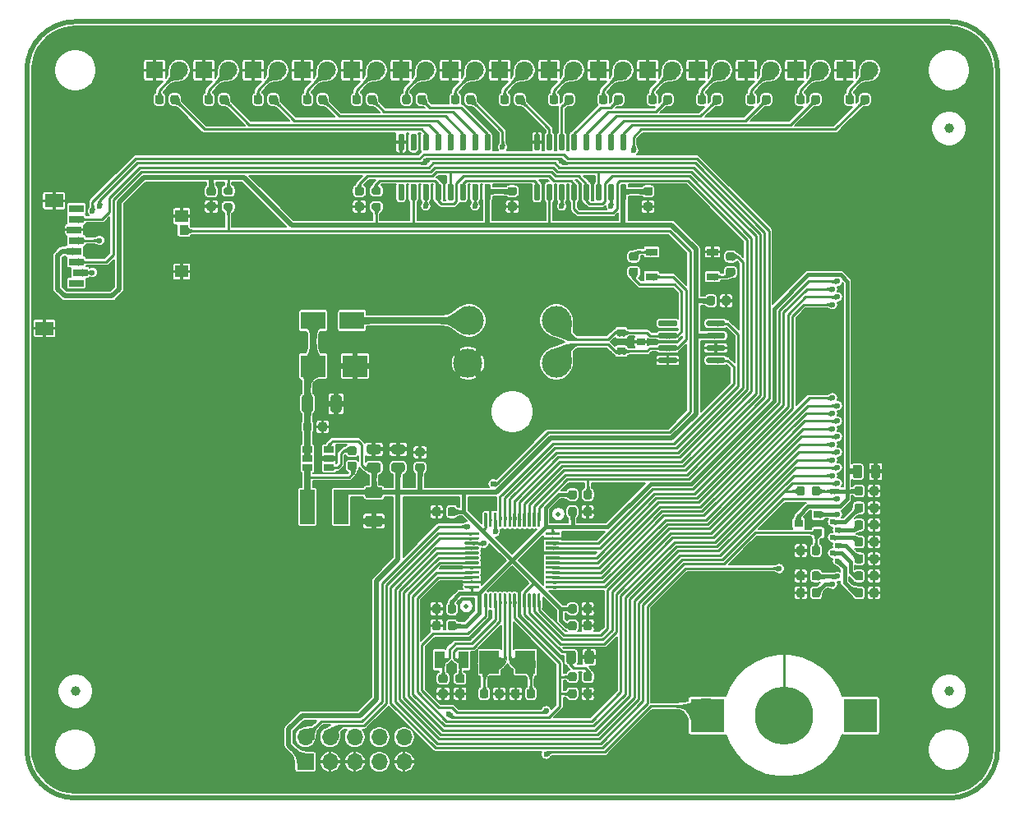
<source format=gbr>
G04 #@! TF.GenerationSoftware,KiCad,Pcbnew,(5.1.8)-1*
G04 #@! TF.CreationDate,2021-02-11T17:25:07-06:00*
G04 #@! TF.ProjectId,CANDash 2,43414e44-6173-4682-9032-2e6b69636164,2A*
G04 #@! TF.SameCoordinates,Original*
G04 #@! TF.FileFunction,Copper,L1,Top*
G04 #@! TF.FilePolarity,Positive*
%FSLAX46Y46*%
G04 Gerber Fmt 4.6, Leading zero omitted, Abs format (unit mm)*
G04 Created by KiCad (PCBNEW (5.1.8)-1) date 2021-02-11 17:25:07*
%MOMM*%
%LPD*%
G01*
G04 APERTURE LIST*
G04 #@! TA.AperFunction,Profile*
%ADD10C,0.508000*%
G04 #@! TD*
G04 #@! TA.AperFunction,SMDPad,CuDef*
%ADD11R,1.000000X1.800000*%
G04 #@! TD*
G04 #@! TA.AperFunction,SMDPad,CuDef*
%ADD12R,1.900000X1.400000*%
G04 #@! TD*
G04 #@! TA.AperFunction,SMDPad,CuDef*
%ADD13R,1.400000X1.300000*%
G04 #@! TD*
G04 #@! TA.AperFunction,SMDPad,CuDef*
%ADD14R,0.950000X1.000000*%
G04 #@! TD*
G04 #@! TA.AperFunction,SMDPad,CuDef*
%ADD15R,1.500000X0.800000*%
G04 #@! TD*
G04 #@! TA.AperFunction,SMDPad,CuDef*
%ADD16C,1.000000*%
G04 #@! TD*
G04 #@! TA.AperFunction,SMDPad,CuDef*
%ADD17R,1.500000X3.600000*%
G04 #@! TD*
G04 #@! TA.AperFunction,SMDPad,CuDef*
%ADD18C,6.000000*%
G04 #@! TD*
G04 #@! TA.AperFunction,SMDPad,CuDef*
%ADD19R,3.500000X3.500000*%
G04 #@! TD*
G04 #@! TA.AperFunction,SMDPad,CuDef*
%ADD20R,1.060000X0.650000*%
G04 #@! TD*
G04 #@! TA.AperFunction,ComponentPad*
%ADD21C,3.000000*%
G04 #@! TD*
G04 #@! TA.AperFunction,SMDPad,CuDef*
%ADD22R,2.500000X2.300000*%
G04 #@! TD*
G04 #@! TA.AperFunction,SMDPad,CuDef*
%ADD23R,2.500000X1.800000*%
G04 #@! TD*
G04 #@! TA.AperFunction,ComponentPad*
%ADD24O,1.700000X1.700000*%
G04 #@! TD*
G04 #@! TA.AperFunction,ComponentPad*
%ADD25R,1.700000X1.700000*%
G04 #@! TD*
G04 #@! TA.AperFunction,SMDPad,CuDef*
%ADD26R,1.200000X0.800000*%
G04 #@! TD*
G04 #@! TA.AperFunction,SMDPad,CuDef*
%ADD27C,0.500000*%
G04 #@! TD*
G04 #@! TA.AperFunction,SMDPad,CuDef*
%ADD28R,2.000000X2.400000*%
G04 #@! TD*
G04 #@! TA.AperFunction,SMDPad,CuDef*
%ADD29R,0.900000X0.800000*%
G04 #@! TD*
G04 #@! TA.AperFunction,ComponentPad*
%ADD30R,1.800000X1.800000*%
G04 #@! TD*
G04 #@! TA.AperFunction,ComponentPad*
%ADD31C,1.800000*%
G04 #@! TD*
G04 #@! TA.AperFunction,ViaPad*
%ADD32C,0.600000*%
G04 #@! TD*
G04 #@! TA.AperFunction,Conductor*
%ADD33C,0.254000*%
G04 #@! TD*
G04 #@! TA.AperFunction,Conductor*
%ADD34C,0.279400*%
G04 #@! TD*
G04 #@! TA.AperFunction,Conductor*
%ADD35C,0.381000*%
G04 #@! TD*
G04 #@! TA.AperFunction,Conductor*
%ADD36C,0.508000*%
G04 #@! TD*
G04 #@! TA.AperFunction,Conductor*
%ADD37C,0.635000*%
G04 #@! TD*
G04 #@! TA.AperFunction,Conductor*
%ADD38C,0.127000*%
G04 #@! TD*
G04 #@! TA.AperFunction,Conductor*
%ADD39C,0.150000*%
G04 #@! TD*
G04 #@! TA.AperFunction,Conductor*
%ADD40C,0.025400*%
G04 #@! TD*
G04 APERTURE END LIST*
D10*
X105000000Y-65000000D02*
X195000000Y-65000000D01*
X200000000Y-70000000D02*
X200000000Y-140000000D01*
X200000000Y-70000000D02*
G75*
G03*
X195000000Y-65000000I-5000000J0D01*
G01*
X100000000Y-70000000D02*
X100000000Y-140000000D01*
X105000000Y-65000000D02*
G75*
G03*
X100000000Y-70000000I0J-5000000D01*
G01*
X195000000Y-145000000D02*
X105000000Y-145000000D01*
X195000000Y-145000000D02*
G75*
G03*
X200000000Y-140000000I0J5000000D01*
G01*
X100000000Y-140000000D02*
G75*
G03*
X105000000Y-145000000I5000000J0D01*
G01*
D11*
X142500000Y-130750000D03*
X145000000Y-130750000D03*
D12*
X101800000Y-96600000D03*
X102800000Y-83450000D03*
D13*
X115950000Y-90750000D03*
X115950000Y-85050000D03*
D14*
X116175000Y-86440000D03*
D15*
X105090000Y-84240000D03*
X105090000Y-85340000D03*
X104890000Y-86440000D03*
X105090000Y-87540000D03*
X104890000Y-88640000D03*
X105090000Y-89740000D03*
X105490000Y-90840000D03*
X105090000Y-91940000D03*
G04 #@! TA.AperFunction,SMDPad,CuDef*
G36*
G01*
X135099550Y-115900000D02*
X136400450Y-115900000D01*
G75*
G02*
X136650000Y-116149550I0J-249550D01*
G01*
X136650000Y-116800450D01*
G75*
G02*
X136400450Y-117050000I-249550J0D01*
G01*
X135099550Y-117050000D01*
G75*
G02*
X134850000Y-116800450I0J249550D01*
G01*
X134850000Y-116149550D01*
G75*
G02*
X135099550Y-115900000I249550J0D01*
G01*
G37*
G04 #@! TD.AperFunction*
G04 #@! TA.AperFunction,SMDPad,CuDef*
G36*
G01*
X135099999Y-112950000D02*
X136400001Y-112950000D01*
G75*
G02*
X136650000Y-113199999I0J-249999D01*
G01*
X136650000Y-113850001D01*
G75*
G02*
X136400001Y-114100000I-249999J0D01*
G01*
X135099999Y-114100000D01*
G75*
G02*
X134850000Y-113850001I0J249999D01*
G01*
X134850000Y-113199999D01*
G75*
G02*
X135099999Y-112950000I249999J0D01*
G01*
G37*
G04 #@! TD.AperFunction*
D16*
X195000000Y-134000000D03*
X105000000Y-134000000D03*
X195000000Y-76000000D03*
G04 #@! TA.AperFunction,SMDPad,CuDef*
G36*
G01*
X136225000Y-109550000D02*
X135275000Y-109550000D01*
G75*
G02*
X135025000Y-109300000I0J250000D01*
G01*
X135025000Y-108800000D01*
G75*
G02*
X135275000Y-108550000I250000J0D01*
G01*
X136225000Y-108550000D01*
G75*
G02*
X136475000Y-108800000I0J-250000D01*
G01*
X136475000Y-109300000D01*
G75*
G02*
X136225000Y-109550000I-250000J0D01*
G01*
G37*
G04 #@! TD.AperFunction*
G04 #@! TA.AperFunction,SMDPad,CuDef*
G36*
G01*
X136225000Y-111450000D02*
X135275000Y-111450000D01*
G75*
G02*
X135025000Y-111200000I0J250000D01*
G01*
X135025000Y-110700000D01*
G75*
G02*
X135275000Y-110450000I250000J0D01*
G01*
X136225000Y-110450000D01*
G75*
G02*
X136475000Y-110700000I0J-250000D01*
G01*
X136475000Y-111200000D01*
G75*
G02*
X136225000Y-111450000I-250000J0D01*
G01*
G37*
G04 #@! TD.AperFunction*
D17*
X132400000Y-115000000D03*
X128900000Y-115000000D03*
D18*
X178000000Y-136500000D03*
D19*
X170130000Y-136500000D03*
X185870000Y-136500000D03*
G04 #@! TA.AperFunction,SMDPad,CuDef*
G36*
G01*
X161295000Y-76550000D02*
X161595000Y-76550000D01*
G75*
G02*
X161745000Y-76700000I0J-150000D01*
G01*
X161745000Y-78150000D01*
G75*
G02*
X161595000Y-78300000I-150000J0D01*
G01*
X161295000Y-78300000D01*
G75*
G02*
X161145000Y-78150000I0J150000D01*
G01*
X161145000Y-76700000D01*
G75*
G02*
X161295000Y-76550000I150000J0D01*
G01*
G37*
G04 #@! TD.AperFunction*
G04 #@! TA.AperFunction,SMDPad,CuDef*
G36*
G01*
X160025000Y-76550000D02*
X160325000Y-76550000D01*
G75*
G02*
X160475000Y-76700000I0J-150000D01*
G01*
X160475000Y-78150000D01*
G75*
G02*
X160325000Y-78300000I-150000J0D01*
G01*
X160025000Y-78300000D01*
G75*
G02*
X159875000Y-78150000I0J150000D01*
G01*
X159875000Y-76700000D01*
G75*
G02*
X160025000Y-76550000I150000J0D01*
G01*
G37*
G04 #@! TD.AperFunction*
G04 #@! TA.AperFunction,SMDPad,CuDef*
G36*
G01*
X158755000Y-76550000D02*
X159055000Y-76550000D01*
G75*
G02*
X159205000Y-76700000I0J-150000D01*
G01*
X159205000Y-78150000D01*
G75*
G02*
X159055000Y-78300000I-150000J0D01*
G01*
X158755000Y-78300000D01*
G75*
G02*
X158605000Y-78150000I0J150000D01*
G01*
X158605000Y-76700000D01*
G75*
G02*
X158755000Y-76550000I150000J0D01*
G01*
G37*
G04 #@! TD.AperFunction*
G04 #@! TA.AperFunction,SMDPad,CuDef*
G36*
G01*
X157485000Y-76550000D02*
X157785000Y-76550000D01*
G75*
G02*
X157935000Y-76700000I0J-150000D01*
G01*
X157935000Y-78150000D01*
G75*
G02*
X157785000Y-78300000I-150000J0D01*
G01*
X157485000Y-78300000D01*
G75*
G02*
X157335000Y-78150000I0J150000D01*
G01*
X157335000Y-76700000D01*
G75*
G02*
X157485000Y-76550000I150000J0D01*
G01*
G37*
G04 #@! TD.AperFunction*
G04 #@! TA.AperFunction,SMDPad,CuDef*
G36*
G01*
X156215000Y-76550000D02*
X156515000Y-76550000D01*
G75*
G02*
X156665000Y-76700000I0J-150000D01*
G01*
X156665000Y-78150000D01*
G75*
G02*
X156515000Y-78300000I-150000J0D01*
G01*
X156215000Y-78300000D01*
G75*
G02*
X156065000Y-78150000I0J150000D01*
G01*
X156065000Y-76700000D01*
G75*
G02*
X156215000Y-76550000I150000J0D01*
G01*
G37*
G04 #@! TD.AperFunction*
G04 #@! TA.AperFunction,SMDPad,CuDef*
G36*
G01*
X154945000Y-76550000D02*
X155245000Y-76550000D01*
G75*
G02*
X155395000Y-76700000I0J-150000D01*
G01*
X155395000Y-78150000D01*
G75*
G02*
X155245000Y-78300000I-150000J0D01*
G01*
X154945000Y-78300000D01*
G75*
G02*
X154795000Y-78150000I0J150000D01*
G01*
X154795000Y-76700000D01*
G75*
G02*
X154945000Y-76550000I150000J0D01*
G01*
G37*
G04 #@! TD.AperFunction*
G04 #@! TA.AperFunction,SMDPad,CuDef*
G36*
G01*
X153675000Y-76550000D02*
X153975000Y-76550000D01*
G75*
G02*
X154125000Y-76700000I0J-150000D01*
G01*
X154125000Y-78150000D01*
G75*
G02*
X153975000Y-78300000I-150000J0D01*
G01*
X153675000Y-78300000D01*
G75*
G02*
X153525000Y-78150000I0J150000D01*
G01*
X153525000Y-76700000D01*
G75*
G02*
X153675000Y-76550000I150000J0D01*
G01*
G37*
G04 #@! TD.AperFunction*
G04 #@! TA.AperFunction,SMDPad,CuDef*
G36*
G01*
X152405000Y-76550000D02*
X152705000Y-76550000D01*
G75*
G02*
X152855000Y-76700000I0J-150000D01*
G01*
X152855000Y-78150000D01*
G75*
G02*
X152705000Y-78300000I-150000J0D01*
G01*
X152405000Y-78300000D01*
G75*
G02*
X152255000Y-78150000I0J150000D01*
G01*
X152255000Y-76700000D01*
G75*
G02*
X152405000Y-76550000I150000J0D01*
G01*
G37*
G04 #@! TD.AperFunction*
G04 #@! TA.AperFunction,SMDPad,CuDef*
G36*
G01*
X152405000Y-81700000D02*
X152705000Y-81700000D01*
G75*
G02*
X152855000Y-81850000I0J-150000D01*
G01*
X152855000Y-83300000D01*
G75*
G02*
X152705000Y-83450000I-150000J0D01*
G01*
X152405000Y-83450000D01*
G75*
G02*
X152255000Y-83300000I0J150000D01*
G01*
X152255000Y-81850000D01*
G75*
G02*
X152405000Y-81700000I150000J0D01*
G01*
G37*
G04 #@! TD.AperFunction*
G04 #@! TA.AperFunction,SMDPad,CuDef*
G36*
G01*
X153675000Y-81700000D02*
X153975000Y-81700000D01*
G75*
G02*
X154125000Y-81850000I0J-150000D01*
G01*
X154125000Y-83300000D01*
G75*
G02*
X153975000Y-83450000I-150000J0D01*
G01*
X153675000Y-83450000D01*
G75*
G02*
X153525000Y-83300000I0J150000D01*
G01*
X153525000Y-81850000D01*
G75*
G02*
X153675000Y-81700000I150000J0D01*
G01*
G37*
G04 #@! TD.AperFunction*
G04 #@! TA.AperFunction,SMDPad,CuDef*
G36*
G01*
X154945000Y-81700000D02*
X155245000Y-81700000D01*
G75*
G02*
X155395000Y-81850000I0J-150000D01*
G01*
X155395000Y-83300000D01*
G75*
G02*
X155245000Y-83450000I-150000J0D01*
G01*
X154945000Y-83450000D01*
G75*
G02*
X154795000Y-83300000I0J150000D01*
G01*
X154795000Y-81850000D01*
G75*
G02*
X154945000Y-81700000I150000J0D01*
G01*
G37*
G04 #@! TD.AperFunction*
G04 #@! TA.AperFunction,SMDPad,CuDef*
G36*
G01*
X156215000Y-81700000D02*
X156515000Y-81700000D01*
G75*
G02*
X156665000Y-81850000I0J-150000D01*
G01*
X156665000Y-83300000D01*
G75*
G02*
X156515000Y-83450000I-150000J0D01*
G01*
X156215000Y-83450000D01*
G75*
G02*
X156065000Y-83300000I0J150000D01*
G01*
X156065000Y-81850000D01*
G75*
G02*
X156215000Y-81700000I150000J0D01*
G01*
G37*
G04 #@! TD.AperFunction*
G04 #@! TA.AperFunction,SMDPad,CuDef*
G36*
G01*
X157485000Y-81700000D02*
X157785000Y-81700000D01*
G75*
G02*
X157935000Y-81850000I0J-150000D01*
G01*
X157935000Y-83300000D01*
G75*
G02*
X157785000Y-83450000I-150000J0D01*
G01*
X157485000Y-83450000D01*
G75*
G02*
X157335000Y-83300000I0J150000D01*
G01*
X157335000Y-81850000D01*
G75*
G02*
X157485000Y-81700000I150000J0D01*
G01*
G37*
G04 #@! TD.AperFunction*
G04 #@! TA.AperFunction,SMDPad,CuDef*
G36*
G01*
X158755000Y-81700000D02*
X159055000Y-81700000D01*
G75*
G02*
X159205000Y-81850000I0J-150000D01*
G01*
X159205000Y-83300000D01*
G75*
G02*
X159055000Y-83450000I-150000J0D01*
G01*
X158755000Y-83450000D01*
G75*
G02*
X158605000Y-83300000I0J150000D01*
G01*
X158605000Y-81850000D01*
G75*
G02*
X158755000Y-81700000I150000J0D01*
G01*
G37*
G04 #@! TD.AperFunction*
G04 #@! TA.AperFunction,SMDPad,CuDef*
G36*
G01*
X160025000Y-81700000D02*
X160325000Y-81700000D01*
G75*
G02*
X160475000Y-81850000I0J-150000D01*
G01*
X160475000Y-83300000D01*
G75*
G02*
X160325000Y-83450000I-150000J0D01*
G01*
X160025000Y-83450000D01*
G75*
G02*
X159875000Y-83300000I0J150000D01*
G01*
X159875000Y-81850000D01*
G75*
G02*
X160025000Y-81700000I150000J0D01*
G01*
G37*
G04 #@! TD.AperFunction*
G04 #@! TA.AperFunction,SMDPad,CuDef*
G36*
G01*
X161295000Y-81700000D02*
X161595000Y-81700000D01*
G75*
G02*
X161745000Y-81850000I0J-150000D01*
G01*
X161745000Y-83300000D01*
G75*
G02*
X161595000Y-83450000I-150000J0D01*
G01*
X161295000Y-83450000D01*
G75*
G02*
X161145000Y-83300000I0J150000D01*
G01*
X161145000Y-81850000D01*
G75*
G02*
X161295000Y-81700000I150000J0D01*
G01*
G37*
G04 #@! TD.AperFunction*
G04 #@! TA.AperFunction,SMDPad,CuDef*
G36*
G01*
X147295000Y-76550000D02*
X147595000Y-76550000D01*
G75*
G02*
X147745000Y-76700000I0J-150000D01*
G01*
X147745000Y-78150000D01*
G75*
G02*
X147595000Y-78300000I-150000J0D01*
G01*
X147295000Y-78300000D01*
G75*
G02*
X147145000Y-78150000I0J150000D01*
G01*
X147145000Y-76700000D01*
G75*
G02*
X147295000Y-76550000I150000J0D01*
G01*
G37*
G04 #@! TD.AperFunction*
G04 #@! TA.AperFunction,SMDPad,CuDef*
G36*
G01*
X146025000Y-76550000D02*
X146325000Y-76550000D01*
G75*
G02*
X146475000Y-76700000I0J-150000D01*
G01*
X146475000Y-78150000D01*
G75*
G02*
X146325000Y-78300000I-150000J0D01*
G01*
X146025000Y-78300000D01*
G75*
G02*
X145875000Y-78150000I0J150000D01*
G01*
X145875000Y-76700000D01*
G75*
G02*
X146025000Y-76550000I150000J0D01*
G01*
G37*
G04 #@! TD.AperFunction*
G04 #@! TA.AperFunction,SMDPad,CuDef*
G36*
G01*
X144755000Y-76550000D02*
X145055000Y-76550000D01*
G75*
G02*
X145205000Y-76700000I0J-150000D01*
G01*
X145205000Y-78150000D01*
G75*
G02*
X145055000Y-78300000I-150000J0D01*
G01*
X144755000Y-78300000D01*
G75*
G02*
X144605000Y-78150000I0J150000D01*
G01*
X144605000Y-76700000D01*
G75*
G02*
X144755000Y-76550000I150000J0D01*
G01*
G37*
G04 #@! TD.AperFunction*
G04 #@! TA.AperFunction,SMDPad,CuDef*
G36*
G01*
X143485000Y-76550000D02*
X143785000Y-76550000D01*
G75*
G02*
X143935000Y-76700000I0J-150000D01*
G01*
X143935000Y-78150000D01*
G75*
G02*
X143785000Y-78300000I-150000J0D01*
G01*
X143485000Y-78300000D01*
G75*
G02*
X143335000Y-78150000I0J150000D01*
G01*
X143335000Y-76700000D01*
G75*
G02*
X143485000Y-76550000I150000J0D01*
G01*
G37*
G04 #@! TD.AperFunction*
G04 #@! TA.AperFunction,SMDPad,CuDef*
G36*
G01*
X142215000Y-76550000D02*
X142515000Y-76550000D01*
G75*
G02*
X142665000Y-76700000I0J-150000D01*
G01*
X142665000Y-78150000D01*
G75*
G02*
X142515000Y-78300000I-150000J0D01*
G01*
X142215000Y-78300000D01*
G75*
G02*
X142065000Y-78150000I0J150000D01*
G01*
X142065000Y-76700000D01*
G75*
G02*
X142215000Y-76550000I150000J0D01*
G01*
G37*
G04 #@! TD.AperFunction*
G04 #@! TA.AperFunction,SMDPad,CuDef*
G36*
G01*
X140945000Y-76550000D02*
X141245000Y-76550000D01*
G75*
G02*
X141395000Y-76700000I0J-150000D01*
G01*
X141395000Y-78150000D01*
G75*
G02*
X141245000Y-78300000I-150000J0D01*
G01*
X140945000Y-78300000D01*
G75*
G02*
X140795000Y-78150000I0J150000D01*
G01*
X140795000Y-76700000D01*
G75*
G02*
X140945000Y-76550000I150000J0D01*
G01*
G37*
G04 #@! TD.AperFunction*
G04 #@! TA.AperFunction,SMDPad,CuDef*
G36*
G01*
X139675000Y-76550000D02*
X139975000Y-76550000D01*
G75*
G02*
X140125000Y-76700000I0J-150000D01*
G01*
X140125000Y-78150000D01*
G75*
G02*
X139975000Y-78300000I-150000J0D01*
G01*
X139675000Y-78300000D01*
G75*
G02*
X139525000Y-78150000I0J150000D01*
G01*
X139525000Y-76700000D01*
G75*
G02*
X139675000Y-76550000I150000J0D01*
G01*
G37*
G04 #@! TD.AperFunction*
G04 #@! TA.AperFunction,SMDPad,CuDef*
G36*
G01*
X138405000Y-76550000D02*
X138705000Y-76550000D01*
G75*
G02*
X138855000Y-76700000I0J-150000D01*
G01*
X138855000Y-78150000D01*
G75*
G02*
X138705000Y-78300000I-150000J0D01*
G01*
X138405000Y-78300000D01*
G75*
G02*
X138255000Y-78150000I0J150000D01*
G01*
X138255000Y-76700000D01*
G75*
G02*
X138405000Y-76550000I150000J0D01*
G01*
G37*
G04 #@! TD.AperFunction*
G04 #@! TA.AperFunction,SMDPad,CuDef*
G36*
G01*
X138405000Y-81700000D02*
X138705000Y-81700000D01*
G75*
G02*
X138855000Y-81850000I0J-150000D01*
G01*
X138855000Y-83300000D01*
G75*
G02*
X138705000Y-83450000I-150000J0D01*
G01*
X138405000Y-83450000D01*
G75*
G02*
X138255000Y-83300000I0J150000D01*
G01*
X138255000Y-81850000D01*
G75*
G02*
X138405000Y-81700000I150000J0D01*
G01*
G37*
G04 #@! TD.AperFunction*
G04 #@! TA.AperFunction,SMDPad,CuDef*
G36*
G01*
X139675000Y-81700000D02*
X139975000Y-81700000D01*
G75*
G02*
X140125000Y-81850000I0J-150000D01*
G01*
X140125000Y-83300000D01*
G75*
G02*
X139975000Y-83450000I-150000J0D01*
G01*
X139675000Y-83450000D01*
G75*
G02*
X139525000Y-83300000I0J150000D01*
G01*
X139525000Y-81850000D01*
G75*
G02*
X139675000Y-81700000I150000J0D01*
G01*
G37*
G04 #@! TD.AperFunction*
G04 #@! TA.AperFunction,SMDPad,CuDef*
G36*
G01*
X140945000Y-81700000D02*
X141245000Y-81700000D01*
G75*
G02*
X141395000Y-81850000I0J-150000D01*
G01*
X141395000Y-83300000D01*
G75*
G02*
X141245000Y-83450000I-150000J0D01*
G01*
X140945000Y-83450000D01*
G75*
G02*
X140795000Y-83300000I0J150000D01*
G01*
X140795000Y-81850000D01*
G75*
G02*
X140945000Y-81700000I150000J0D01*
G01*
G37*
G04 #@! TD.AperFunction*
G04 #@! TA.AperFunction,SMDPad,CuDef*
G36*
G01*
X142215000Y-81700000D02*
X142515000Y-81700000D01*
G75*
G02*
X142665000Y-81850000I0J-150000D01*
G01*
X142665000Y-83300000D01*
G75*
G02*
X142515000Y-83450000I-150000J0D01*
G01*
X142215000Y-83450000D01*
G75*
G02*
X142065000Y-83300000I0J150000D01*
G01*
X142065000Y-81850000D01*
G75*
G02*
X142215000Y-81700000I150000J0D01*
G01*
G37*
G04 #@! TD.AperFunction*
G04 #@! TA.AperFunction,SMDPad,CuDef*
G36*
G01*
X143485000Y-81700000D02*
X143785000Y-81700000D01*
G75*
G02*
X143935000Y-81850000I0J-150000D01*
G01*
X143935000Y-83300000D01*
G75*
G02*
X143785000Y-83450000I-150000J0D01*
G01*
X143485000Y-83450000D01*
G75*
G02*
X143335000Y-83300000I0J150000D01*
G01*
X143335000Y-81850000D01*
G75*
G02*
X143485000Y-81700000I150000J0D01*
G01*
G37*
G04 #@! TD.AperFunction*
G04 #@! TA.AperFunction,SMDPad,CuDef*
G36*
G01*
X144755000Y-81700000D02*
X145055000Y-81700000D01*
G75*
G02*
X145205000Y-81850000I0J-150000D01*
G01*
X145205000Y-83300000D01*
G75*
G02*
X145055000Y-83450000I-150000J0D01*
G01*
X144755000Y-83450000D01*
G75*
G02*
X144605000Y-83300000I0J150000D01*
G01*
X144605000Y-81850000D01*
G75*
G02*
X144755000Y-81700000I150000J0D01*
G01*
G37*
G04 #@! TD.AperFunction*
G04 #@! TA.AperFunction,SMDPad,CuDef*
G36*
G01*
X146025000Y-81700000D02*
X146325000Y-81700000D01*
G75*
G02*
X146475000Y-81850000I0J-150000D01*
G01*
X146475000Y-83300000D01*
G75*
G02*
X146325000Y-83450000I-150000J0D01*
G01*
X146025000Y-83450000D01*
G75*
G02*
X145875000Y-83300000I0J150000D01*
G01*
X145875000Y-81850000D01*
G75*
G02*
X146025000Y-81700000I150000J0D01*
G01*
G37*
G04 #@! TD.AperFunction*
G04 #@! TA.AperFunction,SMDPad,CuDef*
G36*
G01*
X147295000Y-81700000D02*
X147595000Y-81700000D01*
G75*
G02*
X147745000Y-81850000I0J-150000D01*
G01*
X147745000Y-83300000D01*
G75*
G02*
X147595000Y-83450000I-150000J0D01*
G01*
X147295000Y-83450000D01*
G75*
G02*
X147145000Y-83300000I0J150000D01*
G01*
X147145000Y-81850000D01*
G75*
G02*
X147295000Y-81700000I150000J0D01*
G01*
G37*
G04 #@! TD.AperFunction*
G04 #@! TA.AperFunction,SMDPad,CuDef*
G36*
G01*
X120475000Y-83687500D02*
X121025000Y-83687500D01*
G75*
G02*
X121225000Y-83887500I0J-200000D01*
G01*
X121225000Y-84287500D01*
G75*
G02*
X121025000Y-84487500I-200000J0D01*
G01*
X120475000Y-84487500D01*
G75*
G02*
X120275000Y-84287500I0J200000D01*
G01*
X120275000Y-83887500D01*
G75*
G02*
X120475000Y-83687500I200000J0D01*
G01*
G37*
G04 #@! TD.AperFunction*
G04 #@! TA.AperFunction,SMDPad,CuDef*
G36*
G01*
X120475000Y-82037500D02*
X121025000Y-82037500D01*
G75*
G02*
X121225000Y-82237500I0J-200000D01*
G01*
X121225000Y-82637500D01*
G75*
G02*
X121025000Y-82837500I-200000J0D01*
G01*
X120475000Y-82837500D01*
G75*
G02*
X120275000Y-82637500I0J200000D01*
G01*
X120275000Y-82237500D01*
G75*
G02*
X120475000Y-82037500I200000J0D01*
G01*
G37*
G04 #@! TD.AperFunction*
G04 #@! TA.AperFunction,SMDPad,CuDef*
G36*
G01*
X136275000Y-82837500D02*
X135725000Y-82837500D01*
G75*
G02*
X135525000Y-82637500I0J200000D01*
G01*
X135525000Y-82237500D01*
G75*
G02*
X135725000Y-82037500I200000J0D01*
G01*
X136275000Y-82037500D01*
G75*
G02*
X136475000Y-82237500I0J-200000D01*
G01*
X136475000Y-82637500D01*
G75*
G02*
X136275000Y-82837500I-200000J0D01*
G01*
G37*
G04 #@! TD.AperFunction*
G04 #@! TA.AperFunction,SMDPad,CuDef*
G36*
G01*
X136275000Y-84487500D02*
X135725000Y-84487500D01*
G75*
G02*
X135525000Y-84287500I0J200000D01*
G01*
X135525000Y-83887500D01*
G75*
G02*
X135725000Y-83687500I200000J0D01*
G01*
X136275000Y-83687500D01*
G75*
G02*
X136475000Y-83887500I0J-200000D01*
G01*
X136475000Y-84287500D01*
G75*
G02*
X136275000Y-84487500I-200000J0D01*
G01*
G37*
G04 #@! TD.AperFunction*
G04 #@! TA.AperFunction,SMDPad,CuDef*
G36*
G01*
X118750000Y-83587500D02*
X119250000Y-83587500D01*
G75*
G02*
X119475000Y-83812500I0J-225000D01*
G01*
X119475000Y-84262500D01*
G75*
G02*
X119250000Y-84487500I-225000J0D01*
G01*
X118750000Y-84487500D01*
G75*
G02*
X118525000Y-84262500I0J225000D01*
G01*
X118525000Y-83812500D01*
G75*
G02*
X118750000Y-83587500I225000J0D01*
G01*
G37*
G04 #@! TD.AperFunction*
G04 #@! TA.AperFunction,SMDPad,CuDef*
G36*
G01*
X118750000Y-82037500D02*
X119250000Y-82037500D01*
G75*
G02*
X119475000Y-82262500I0J-225000D01*
G01*
X119475000Y-82712500D01*
G75*
G02*
X119250000Y-82937500I-225000J0D01*
G01*
X118750000Y-82937500D01*
G75*
G02*
X118525000Y-82712500I0J225000D01*
G01*
X118525000Y-82262500D01*
G75*
G02*
X118750000Y-82037500I225000J0D01*
G01*
G37*
G04 #@! TD.AperFunction*
G04 #@! TA.AperFunction,SMDPad,CuDef*
G36*
G01*
X144375000Y-133800000D02*
X144875000Y-133800000D01*
G75*
G02*
X145100000Y-134025000I0J-225000D01*
G01*
X145100000Y-134475000D01*
G75*
G02*
X144875000Y-134700000I-225000J0D01*
G01*
X144375000Y-134700000D01*
G75*
G02*
X144150000Y-134475000I0J225000D01*
G01*
X144150000Y-134025000D01*
G75*
G02*
X144375000Y-133800000I225000J0D01*
G01*
G37*
G04 #@! TD.AperFunction*
G04 #@! TA.AperFunction,SMDPad,CuDef*
G36*
G01*
X144375000Y-132250000D02*
X144875000Y-132250000D01*
G75*
G02*
X145100000Y-132475000I0J-225000D01*
G01*
X145100000Y-132925000D01*
G75*
G02*
X144875000Y-133150000I-225000J0D01*
G01*
X144375000Y-133150000D01*
G75*
G02*
X144150000Y-132925000I0J225000D01*
G01*
X144150000Y-132475000D01*
G75*
G02*
X144375000Y-132250000I225000J0D01*
G01*
G37*
G04 #@! TD.AperFunction*
G04 #@! TA.AperFunction,SMDPad,CuDef*
G36*
G01*
X142625000Y-133800000D02*
X143125000Y-133800000D01*
G75*
G02*
X143350000Y-134025000I0J-225000D01*
G01*
X143350000Y-134475000D01*
G75*
G02*
X143125000Y-134700000I-225000J0D01*
G01*
X142625000Y-134700000D01*
G75*
G02*
X142400000Y-134475000I0J225000D01*
G01*
X142400000Y-134025000D01*
G75*
G02*
X142625000Y-133800000I225000J0D01*
G01*
G37*
G04 #@! TD.AperFunction*
G04 #@! TA.AperFunction,SMDPad,CuDef*
G36*
G01*
X142625000Y-132250000D02*
X143125000Y-132250000D01*
G75*
G02*
X143350000Y-132475000I0J-225000D01*
G01*
X143350000Y-132925000D01*
G75*
G02*
X143125000Y-133150000I-225000J0D01*
G01*
X142625000Y-133150000D01*
G75*
G02*
X142400000Y-132925000I0J225000D01*
G01*
X142400000Y-132475000D01*
G75*
G02*
X142625000Y-132250000I225000J0D01*
G01*
G37*
G04 #@! TD.AperFunction*
G04 #@! TA.AperFunction,SMDPad,CuDef*
G36*
G01*
X131275000Y-105025450D02*
X131275000Y-103724550D01*
G75*
G02*
X131524550Y-103475000I249550J0D01*
G01*
X132175450Y-103475000D01*
G75*
G02*
X132425000Y-103724550I0J-249550D01*
G01*
X132425000Y-105025450D01*
G75*
G02*
X132175450Y-105275000I-249550J0D01*
G01*
X131524550Y-105275000D01*
G75*
G02*
X131275000Y-105025450I0J249550D01*
G01*
G37*
G04 #@! TD.AperFunction*
G04 #@! TA.AperFunction,SMDPad,CuDef*
G36*
G01*
X128325000Y-105025001D02*
X128325000Y-103724999D01*
G75*
G02*
X128574999Y-103475000I249999J0D01*
G01*
X129225001Y-103475000D01*
G75*
G02*
X129475000Y-103724999I0J-249999D01*
G01*
X129475000Y-105025001D01*
G75*
G02*
X129225001Y-105275000I-249999J0D01*
G01*
X128574999Y-105275000D01*
G75*
G02*
X128325000Y-105025001I0J249999D01*
G01*
G37*
G04 #@! TD.AperFunction*
D20*
X128900000Y-110000000D03*
X128900000Y-110950000D03*
X128900000Y-109050000D03*
X131100000Y-109050000D03*
X131100000Y-110000000D03*
X131100000Y-110950000D03*
D21*
X145550000Y-95790000D03*
X145450000Y-100210000D03*
X154550000Y-100210000D03*
X154550000Y-95790000D03*
G04 #@! TA.AperFunction,SMDPad,CuDef*
G36*
G01*
X133750000Y-109675000D02*
X133250000Y-109675000D01*
G75*
G02*
X133025000Y-109450000I0J225000D01*
G01*
X133025000Y-109000000D01*
G75*
G02*
X133250000Y-108775000I225000J0D01*
G01*
X133750000Y-108775000D01*
G75*
G02*
X133975000Y-109000000I0J-225000D01*
G01*
X133975000Y-109450000D01*
G75*
G02*
X133750000Y-109675000I-225000J0D01*
G01*
G37*
G04 #@! TD.AperFunction*
G04 #@! TA.AperFunction,SMDPad,CuDef*
G36*
G01*
X133750000Y-111225000D02*
X133250000Y-111225000D01*
G75*
G02*
X133025000Y-111000000I0J225000D01*
G01*
X133025000Y-110550000D01*
G75*
G02*
X133250000Y-110325000I225000J0D01*
G01*
X133750000Y-110325000D01*
G75*
G02*
X133975000Y-110550000I0J-225000D01*
G01*
X133975000Y-111000000D01*
G75*
G02*
X133750000Y-111225000I-225000J0D01*
G01*
G37*
G04 #@! TD.AperFunction*
D22*
X133800000Y-100500000D03*
X129500000Y-100500000D03*
D23*
X129500000Y-95790000D03*
X133500000Y-95790000D03*
D24*
X138860000Y-138730000D03*
X138860000Y-141270000D03*
X136320000Y-138730000D03*
X136320000Y-141270000D03*
X133780000Y-138730000D03*
X133780000Y-141270000D03*
X131240000Y-138730000D03*
X131240000Y-141270000D03*
X128700000Y-138730000D03*
D25*
X128700000Y-141270000D03*
G04 #@! TA.AperFunction,SMDPad,CuDef*
G36*
G01*
X181735000Y-123603750D02*
X181735000Y-124116250D01*
G75*
G02*
X181516250Y-124335000I-218750J0D01*
G01*
X181078750Y-124335000D01*
G75*
G02*
X180860000Y-124116250I0J218750D01*
G01*
X180860000Y-123603750D01*
G75*
G02*
X181078750Y-123385000I218750J0D01*
G01*
X181516250Y-123385000D01*
G75*
G02*
X181735000Y-123603750I0J-218750D01*
G01*
G37*
G04 #@! TD.AperFunction*
G04 #@! TA.AperFunction,SMDPad,CuDef*
G36*
G01*
X180160000Y-123603750D02*
X180160000Y-124116250D01*
G75*
G02*
X179941250Y-124335000I-218750J0D01*
G01*
X179503750Y-124335000D01*
G75*
G02*
X179285000Y-124116250I0J218750D01*
G01*
X179285000Y-123603750D01*
G75*
G02*
X179503750Y-123385000I218750J0D01*
G01*
X179941250Y-123385000D01*
G75*
G02*
X180160000Y-123603750I0J-218750D01*
G01*
G37*
G04 #@! TD.AperFunction*
G04 #@! TA.AperFunction,SMDPad,CuDef*
G36*
G01*
X180160000Y-121853750D02*
X180160000Y-122366250D01*
G75*
G02*
X179941250Y-122585000I-218750J0D01*
G01*
X179503750Y-122585000D01*
G75*
G02*
X179285000Y-122366250I0J218750D01*
G01*
X179285000Y-121853750D01*
G75*
G02*
X179503750Y-121635000I218750J0D01*
G01*
X179941250Y-121635000D01*
G75*
G02*
X180160000Y-121853750I0J-218750D01*
G01*
G37*
G04 #@! TD.AperFunction*
G04 #@! TA.AperFunction,SMDPad,CuDef*
G36*
G01*
X181735000Y-121853750D02*
X181735000Y-122366250D01*
G75*
G02*
X181516250Y-122585000I-218750J0D01*
G01*
X181078750Y-122585000D01*
G75*
G02*
X180860000Y-122366250I0J218750D01*
G01*
X180860000Y-121853750D01*
G75*
G02*
X181078750Y-121635000I218750J0D01*
G01*
X181516250Y-121635000D01*
G75*
G02*
X181735000Y-121853750I0J-218750D01*
G01*
G37*
G04 #@! TD.AperFunction*
G04 #@! TA.AperFunction,SMDPad,CuDef*
G36*
G01*
X186850000Y-124116250D02*
X186850000Y-123603750D01*
G75*
G02*
X187068750Y-123385000I218750J0D01*
G01*
X187506250Y-123385000D01*
G75*
G02*
X187725000Y-123603750I0J-218750D01*
G01*
X187725000Y-124116250D01*
G75*
G02*
X187506250Y-124335000I-218750J0D01*
G01*
X187068750Y-124335000D01*
G75*
G02*
X186850000Y-124116250I0J218750D01*
G01*
G37*
G04 #@! TD.AperFunction*
G04 #@! TA.AperFunction,SMDPad,CuDef*
G36*
G01*
X185275000Y-124116250D02*
X185275000Y-123603750D01*
G75*
G02*
X185493750Y-123385000I218750J0D01*
G01*
X185931250Y-123385000D01*
G75*
G02*
X186150000Y-123603750I0J-218750D01*
G01*
X186150000Y-124116250D01*
G75*
G02*
X185931250Y-124335000I-218750J0D01*
G01*
X185493750Y-124335000D01*
G75*
G02*
X185275000Y-124116250I0J218750D01*
G01*
G37*
G04 #@! TD.AperFunction*
G04 #@! TA.AperFunction,SMDPad,CuDef*
G36*
G01*
X186850000Y-122366250D02*
X186850000Y-121853750D01*
G75*
G02*
X187068750Y-121635000I218750J0D01*
G01*
X187506250Y-121635000D01*
G75*
G02*
X187725000Y-121853750I0J-218750D01*
G01*
X187725000Y-122366250D01*
G75*
G02*
X187506250Y-122585000I-218750J0D01*
G01*
X187068750Y-122585000D01*
G75*
G02*
X186850000Y-122366250I0J218750D01*
G01*
G37*
G04 #@! TD.AperFunction*
G04 #@! TA.AperFunction,SMDPad,CuDef*
G36*
G01*
X185275000Y-122366250D02*
X185275000Y-121853750D01*
G75*
G02*
X185493750Y-121635000I218750J0D01*
G01*
X185931250Y-121635000D01*
G75*
G02*
X186150000Y-121853750I0J-218750D01*
G01*
X186150000Y-122366250D01*
G75*
G02*
X185931250Y-122585000I-218750J0D01*
G01*
X185493750Y-122585000D01*
G75*
G02*
X185275000Y-122366250I0J218750D01*
G01*
G37*
G04 #@! TD.AperFunction*
G04 #@! TA.AperFunction,SMDPad,CuDef*
G36*
G01*
X186850000Y-120616250D02*
X186850000Y-120103750D01*
G75*
G02*
X187068750Y-119885000I218750J0D01*
G01*
X187506250Y-119885000D01*
G75*
G02*
X187725000Y-120103750I0J-218750D01*
G01*
X187725000Y-120616250D01*
G75*
G02*
X187506250Y-120835000I-218750J0D01*
G01*
X187068750Y-120835000D01*
G75*
G02*
X186850000Y-120616250I0J218750D01*
G01*
G37*
G04 #@! TD.AperFunction*
G04 #@! TA.AperFunction,SMDPad,CuDef*
G36*
G01*
X185275000Y-120616250D02*
X185275000Y-120103750D01*
G75*
G02*
X185493750Y-119885000I218750J0D01*
G01*
X185931250Y-119885000D01*
G75*
G02*
X186150000Y-120103750I0J-218750D01*
G01*
X186150000Y-120616250D01*
G75*
G02*
X185931250Y-120835000I-218750J0D01*
G01*
X185493750Y-120835000D01*
G75*
G02*
X185275000Y-120616250I0J218750D01*
G01*
G37*
G04 #@! TD.AperFunction*
G04 #@! TA.AperFunction,SMDPad,CuDef*
G36*
G01*
X186850000Y-118866250D02*
X186850000Y-118353750D01*
G75*
G02*
X187068750Y-118135000I218750J0D01*
G01*
X187506250Y-118135000D01*
G75*
G02*
X187725000Y-118353750I0J-218750D01*
G01*
X187725000Y-118866250D01*
G75*
G02*
X187506250Y-119085000I-218750J0D01*
G01*
X187068750Y-119085000D01*
G75*
G02*
X186850000Y-118866250I0J218750D01*
G01*
G37*
G04 #@! TD.AperFunction*
G04 #@! TA.AperFunction,SMDPad,CuDef*
G36*
G01*
X185275000Y-118866250D02*
X185275000Y-118353750D01*
G75*
G02*
X185493750Y-118135000I218750J0D01*
G01*
X185931250Y-118135000D01*
G75*
G02*
X186150000Y-118353750I0J-218750D01*
G01*
X186150000Y-118866250D01*
G75*
G02*
X185931250Y-119085000I-218750J0D01*
G01*
X185493750Y-119085000D01*
G75*
G02*
X185275000Y-118866250I0J218750D01*
G01*
G37*
G04 #@! TD.AperFunction*
G04 #@! TA.AperFunction,SMDPad,CuDef*
G36*
G01*
X186850000Y-117116250D02*
X186850000Y-116603750D01*
G75*
G02*
X187068750Y-116385000I218750J0D01*
G01*
X187506250Y-116385000D01*
G75*
G02*
X187725000Y-116603750I0J-218750D01*
G01*
X187725000Y-117116250D01*
G75*
G02*
X187506250Y-117335000I-218750J0D01*
G01*
X187068750Y-117335000D01*
G75*
G02*
X186850000Y-117116250I0J218750D01*
G01*
G37*
G04 #@! TD.AperFunction*
G04 #@! TA.AperFunction,SMDPad,CuDef*
G36*
G01*
X185275000Y-117116250D02*
X185275000Y-116603750D01*
G75*
G02*
X185493750Y-116385000I218750J0D01*
G01*
X185931250Y-116385000D01*
G75*
G02*
X186150000Y-116603750I0J-218750D01*
G01*
X186150000Y-117116250D01*
G75*
G02*
X185931250Y-117335000I-218750J0D01*
G01*
X185493750Y-117335000D01*
G75*
G02*
X185275000Y-117116250I0J218750D01*
G01*
G37*
G04 #@! TD.AperFunction*
G04 #@! TA.AperFunction,SMDPad,CuDef*
G36*
G01*
X186850000Y-115366250D02*
X186850000Y-114853750D01*
G75*
G02*
X187068750Y-114635000I218750J0D01*
G01*
X187506250Y-114635000D01*
G75*
G02*
X187725000Y-114853750I0J-218750D01*
G01*
X187725000Y-115366250D01*
G75*
G02*
X187506250Y-115585000I-218750J0D01*
G01*
X187068750Y-115585000D01*
G75*
G02*
X186850000Y-115366250I0J218750D01*
G01*
G37*
G04 #@! TD.AperFunction*
G04 #@! TA.AperFunction,SMDPad,CuDef*
G36*
G01*
X185275000Y-115366250D02*
X185275000Y-114853750D01*
G75*
G02*
X185493750Y-114635000I218750J0D01*
G01*
X185931250Y-114635000D01*
G75*
G02*
X186150000Y-114853750I0J-218750D01*
G01*
X186150000Y-115366250D01*
G75*
G02*
X185931250Y-115585000I-218750J0D01*
G01*
X185493750Y-115585000D01*
G75*
G02*
X185275000Y-115366250I0J218750D01*
G01*
G37*
G04 #@! TD.AperFunction*
D26*
X170650000Y-91270000D03*
X164350000Y-88730000D03*
X170650000Y-88730000D03*
X164350000Y-91270000D03*
G04 #@! TA.AperFunction,SMDPad,CuDef*
G36*
G01*
X162243750Y-90350000D02*
X162756250Y-90350000D01*
G75*
G02*
X162975000Y-90568750I0J-218750D01*
G01*
X162975000Y-91006250D01*
G75*
G02*
X162756250Y-91225000I-218750J0D01*
G01*
X162243750Y-91225000D01*
G75*
G02*
X162025000Y-91006250I0J218750D01*
G01*
X162025000Y-90568750D01*
G75*
G02*
X162243750Y-90350000I218750J0D01*
G01*
G37*
G04 #@! TD.AperFunction*
G04 #@! TA.AperFunction,SMDPad,CuDef*
G36*
G01*
X162243750Y-88775000D02*
X162756250Y-88775000D01*
G75*
G02*
X162975000Y-88993750I0J-218750D01*
G01*
X162975000Y-89431250D01*
G75*
G02*
X162756250Y-89650000I-218750J0D01*
G01*
X162243750Y-89650000D01*
G75*
G02*
X162025000Y-89431250I0J218750D01*
G01*
X162025000Y-88993750D01*
G75*
G02*
X162243750Y-88775000I218750J0D01*
G01*
G37*
G04 #@! TD.AperFunction*
G04 #@! TA.AperFunction,SMDPad,CuDef*
G36*
G01*
X172243750Y-90350000D02*
X172756250Y-90350000D01*
G75*
G02*
X172975000Y-90568750I0J-218750D01*
G01*
X172975000Y-91006250D01*
G75*
G02*
X172756250Y-91225000I-218750J0D01*
G01*
X172243750Y-91225000D01*
G75*
G02*
X172025000Y-91006250I0J218750D01*
G01*
X172025000Y-90568750D01*
G75*
G02*
X172243750Y-90350000I218750J0D01*
G01*
G37*
G04 #@! TD.AperFunction*
G04 #@! TA.AperFunction,SMDPad,CuDef*
G36*
G01*
X172243750Y-88775000D02*
X172756250Y-88775000D01*
G75*
G02*
X172975000Y-88993750I0J-218750D01*
G01*
X172975000Y-89431250D01*
G75*
G02*
X172756250Y-89650000I-218750J0D01*
G01*
X172243750Y-89650000D01*
G75*
G02*
X172025000Y-89431250I0J218750D01*
G01*
X172025000Y-88993750D01*
G75*
G02*
X172243750Y-88775000I218750J0D01*
G01*
G37*
G04 #@! TD.AperFunction*
G04 #@! TA.AperFunction,SMDPad,CuDef*
G36*
G01*
X156650000Y-132243750D02*
X156650000Y-132756250D01*
G75*
G02*
X156431250Y-132975000I-218750J0D01*
G01*
X155993750Y-132975000D01*
G75*
G02*
X155775000Y-132756250I0J218750D01*
G01*
X155775000Y-132243750D01*
G75*
G02*
X155993750Y-132025000I218750J0D01*
G01*
X156431250Y-132025000D01*
G75*
G02*
X156650000Y-132243750I0J-218750D01*
G01*
G37*
G04 #@! TD.AperFunction*
G04 #@! TA.AperFunction,SMDPad,CuDef*
G36*
G01*
X158225000Y-132243750D02*
X158225000Y-132756250D01*
G75*
G02*
X158006250Y-132975000I-218750J0D01*
G01*
X157568750Y-132975000D01*
G75*
G02*
X157350000Y-132756250I0J218750D01*
G01*
X157350000Y-132243750D01*
G75*
G02*
X157568750Y-132025000I218750J0D01*
G01*
X158006250Y-132025000D01*
G75*
G02*
X158225000Y-132243750I0J-218750D01*
G01*
G37*
G04 #@! TD.AperFunction*
D27*
X154750000Y-115750000D03*
X145250000Y-125250000D03*
G04 #@! TA.AperFunction,SMDPad,CuDef*
G36*
G01*
X146500000Y-123400000D02*
X145175000Y-123400000D01*
G75*
G02*
X145100000Y-123325000I0J75000D01*
G01*
X145100000Y-123175000D01*
G75*
G02*
X145175000Y-123100000I75000J0D01*
G01*
X146500000Y-123100000D01*
G75*
G02*
X146575000Y-123175000I0J-75000D01*
G01*
X146575000Y-123325000D01*
G75*
G02*
X146500000Y-123400000I-75000J0D01*
G01*
G37*
G04 #@! TD.AperFunction*
G04 #@! TA.AperFunction,SMDPad,CuDef*
G36*
G01*
X146500000Y-122900000D02*
X145175000Y-122900000D01*
G75*
G02*
X145100000Y-122825000I0J75000D01*
G01*
X145100000Y-122675000D01*
G75*
G02*
X145175000Y-122600000I75000J0D01*
G01*
X146500000Y-122600000D01*
G75*
G02*
X146575000Y-122675000I0J-75000D01*
G01*
X146575000Y-122825000D01*
G75*
G02*
X146500000Y-122900000I-75000J0D01*
G01*
G37*
G04 #@! TD.AperFunction*
G04 #@! TA.AperFunction,SMDPad,CuDef*
G36*
G01*
X146500000Y-122400000D02*
X145175000Y-122400000D01*
G75*
G02*
X145100000Y-122325000I0J75000D01*
G01*
X145100000Y-122175000D01*
G75*
G02*
X145175000Y-122100000I75000J0D01*
G01*
X146500000Y-122100000D01*
G75*
G02*
X146575000Y-122175000I0J-75000D01*
G01*
X146575000Y-122325000D01*
G75*
G02*
X146500000Y-122400000I-75000J0D01*
G01*
G37*
G04 #@! TD.AperFunction*
G04 #@! TA.AperFunction,SMDPad,CuDef*
G36*
G01*
X146500000Y-121900000D02*
X145175000Y-121900000D01*
G75*
G02*
X145100000Y-121825000I0J75000D01*
G01*
X145100000Y-121675000D01*
G75*
G02*
X145175000Y-121600000I75000J0D01*
G01*
X146500000Y-121600000D01*
G75*
G02*
X146575000Y-121675000I0J-75000D01*
G01*
X146575000Y-121825000D01*
G75*
G02*
X146500000Y-121900000I-75000J0D01*
G01*
G37*
G04 #@! TD.AperFunction*
G04 #@! TA.AperFunction,SMDPad,CuDef*
G36*
G01*
X146500000Y-121400000D02*
X145175000Y-121400000D01*
G75*
G02*
X145100000Y-121325000I0J75000D01*
G01*
X145100000Y-121175000D01*
G75*
G02*
X145175000Y-121100000I75000J0D01*
G01*
X146500000Y-121100000D01*
G75*
G02*
X146575000Y-121175000I0J-75000D01*
G01*
X146575000Y-121325000D01*
G75*
G02*
X146500000Y-121400000I-75000J0D01*
G01*
G37*
G04 #@! TD.AperFunction*
G04 #@! TA.AperFunction,SMDPad,CuDef*
G36*
G01*
X146500000Y-120900000D02*
X145175000Y-120900000D01*
G75*
G02*
X145100000Y-120825000I0J75000D01*
G01*
X145100000Y-120675000D01*
G75*
G02*
X145175000Y-120600000I75000J0D01*
G01*
X146500000Y-120600000D01*
G75*
G02*
X146575000Y-120675000I0J-75000D01*
G01*
X146575000Y-120825000D01*
G75*
G02*
X146500000Y-120900000I-75000J0D01*
G01*
G37*
G04 #@! TD.AperFunction*
G04 #@! TA.AperFunction,SMDPad,CuDef*
G36*
G01*
X146500000Y-120400000D02*
X145175000Y-120400000D01*
G75*
G02*
X145100000Y-120325000I0J75000D01*
G01*
X145100000Y-120175000D01*
G75*
G02*
X145175000Y-120100000I75000J0D01*
G01*
X146500000Y-120100000D01*
G75*
G02*
X146575000Y-120175000I0J-75000D01*
G01*
X146575000Y-120325000D01*
G75*
G02*
X146500000Y-120400000I-75000J0D01*
G01*
G37*
G04 #@! TD.AperFunction*
G04 #@! TA.AperFunction,SMDPad,CuDef*
G36*
G01*
X146500000Y-119900000D02*
X145175000Y-119900000D01*
G75*
G02*
X145100000Y-119825000I0J75000D01*
G01*
X145100000Y-119675000D01*
G75*
G02*
X145175000Y-119600000I75000J0D01*
G01*
X146500000Y-119600000D01*
G75*
G02*
X146575000Y-119675000I0J-75000D01*
G01*
X146575000Y-119825000D01*
G75*
G02*
X146500000Y-119900000I-75000J0D01*
G01*
G37*
G04 #@! TD.AperFunction*
G04 #@! TA.AperFunction,SMDPad,CuDef*
G36*
G01*
X146500000Y-119400000D02*
X145175000Y-119400000D01*
G75*
G02*
X145100000Y-119325000I0J75000D01*
G01*
X145100000Y-119175000D01*
G75*
G02*
X145175000Y-119100000I75000J0D01*
G01*
X146500000Y-119100000D01*
G75*
G02*
X146575000Y-119175000I0J-75000D01*
G01*
X146575000Y-119325000D01*
G75*
G02*
X146500000Y-119400000I-75000J0D01*
G01*
G37*
G04 #@! TD.AperFunction*
G04 #@! TA.AperFunction,SMDPad,CuDef*
G36*
G01*
X146500000Y-118900000D02*
X145175000Y-118900000D01*
G75*
G02*
X145100000Y-118825000I0J75000D01*
G01*
X145100000Y-118675000D01*
G75*
G02*
X145175000Y-118600000I75000J0D01*
G01*
X146500000Y-118600000D01*
G75*
G02*
X146575000Y-118675000I0J-75000D01*
G01*
X146575000Y-118825000D01*
G75*
G02*
X146500000Y-118900000I-75000J0D01*
G01*
G37*
G04 #@! TD.AperFunction*
G04 #@! TA.AperFunction,SMDPad,CuDef*
G36*
G01*
X146500000Y-118400000D02*
X145175000Y-118400000D01*
G75*
G02*
X145100000Y-118325000I0J75000D01*
G01*
X145100000Y-118175000D01*
G75*
G02*
X145175000Y-118100000I75000J0D01*
G01*
X146500000Y-118100000D01*
G75*
G02*
X146575000Y-118175000I0J-75000D01*
G01*
X146575000Y-118325000D01*
G75*
G02*
X146500000Y-118400000I-75000J0D01*
G01*
G37*
G04 #@! TD.AperFunction*
G04 #@! TA.AperFunction,SMDPad,CuDef*
G36*
G01*
X146500000Y-117900000D02*
X145175000Y-117900000D01*
G75*
G02*
X145100000Y-117825000I0J75000D01*
G01*
X145100000Y-117675000D01*
G75*
G02*
X145175000Y-117600000I75000J0D01*
G01*
X146500000Y-117600000D01*
G75*
G02*
X146575000Y-117675000I0J-75000D01*
G01*
X146575000Y-117825000D01*
G75*
G02*
X146500000Y-117900000I-75000J0D01*
G01*
G37*
G04 #@! TD.AperFunction*
G04 #@! TA.AperFunction,SMDPad,CuDef*
G36*
G01*
X147325000Y-117075000D02*
X147175000Y-117075000D01*
G75*
G02*
X147100000Y-117000000I0J75000D01*
G01*
X147100000Y-115675000D01*
G75*
G02*
X147175000Y-115600000I75000J0D01*
G01*
X147325000Y-115600000D01*
G75*
G02*
X147400000Y-115675000I0J-75000D01*
G01*
X147400000Y-117000000D01*
G75*
G02*
X147325000Y-117075000I-75000J0D01*
G01*
G37*
G04 #@! TD.AperFunction*
G04 #@! TA.AperFunction,SMDPad,CuDef*
G36*
G01*
X147825000Y-117075000D02*
X147675000Y-117075000D01*
G75*
G02*
X147600000Y-117000000I0J75000D01*
G01*
X147600000Y-115675000D01*
G75*
G02*
X147675000Y-115600000I75000J0D01*
G01*
X147825000Y-115600000D01*
G75*
G02*
X147900000Y-115675000I0J-75000D01*
G01*
X147900000Y-117000000D01*
G75*
G02*
X147825000Y-117075000I-75000J0D01*
G01*
G37*
G04 #@! TD.AperFunction*
G04 #@! TA.AperFunction,SMDPad,CuDef*
G36*
G01*
X148325000Y-117075000D02*
X148175000Y-117075000D01*
G75*
G02*
X148100000Y-117000000I0J75000D01*
G01*
X148100000Y-115675000D01*
G75*
G02*
X148175000Y-115600000I75000J0D01*
G01*
X148325000Y-115600000D01*
G75*
G02*
X148400000Y-115675000I0J-75000D01*
G01*
X148400000Y-117000000D01*
G75*
G02*
X148325000Y-117075000I-75000J0D01*
G01*
G37*
G04 #@! TD.AperFunction*
G04 #@! TA.AperFunction,SMDPad,CuDef*
G36*
G01*
X148825000Y-117075000D02*
X148675000Y-117075000D01*
G75*
G02*
X148600000Y-117000000I0J75000D01*
G01*
X148600000Y-115675000D01*
G75*
G02*
X148675000Y-115600000I75000J0D01*
G01*
X148825000Y-115600000D01*
G75*
G02*
X148900000Y-115675000I0J-75000D01*
G01*
X148900000Y-117000000D01*
G75*
G02*
X148825000Y-117075000I-75000J0D01*
G01*
G37*
G04 #@! TD.AperFunction*
G04 #@! TA.AperFunction,SMDPad,CuDef*
G36*
G01*
X149325000Y-117075000D02*
X149175000Y-117075000D01*
G75*
G02*
X149100000Y-117000000I0J75000D01*
G01*
X149100000Y-115675000D01*
G75*
G02*
X149175000Y-115600000I75000J0D01*
G01*
X149325000Y-115600000D01*
G75*
G02*
X149400000Y-115675000I0J-75000D01*
G01*
X149400000Y-117000000D01*
G75*
G02*
X149325000Y-117075000I-75000J0D01*
G01*
G37*
G04 #@! TD.AperFunction*
G04 #@! TA.AperFunction,SMDPad,CuDef*
G36*
G01*
X149825000Y-117075000D02*
X149675000Y-117075000D01*
G75*
G02*
X149600000Y-117000000I0J75000D01*
G01*
X149600000Y-115675000D01*
G75*
G02*
X149675000Y-115600000I75000J0D01*
G01*
X149825000Y-115600000D01*
G75*
G02*
X149900000Y-115675000I0J-75000D01*
G01*
X149900000Y-117000000D01*
G75*
G02*
X149825000Y-117075000I-75000J0D01*
G01*
G37*
G04 #@! TD.AperFunction*
G04 #@! TA.AperFunction,SMDPad,CuDef*
G36*
G01*
X150325000Y-117075000D02*
X150175000Y-117075000D01*
G75*
G02*
X150100000Y-117000000I0J75000D01*
G01*
X150100000Y-115675000D01*
G75*
G02*
X150175000Y-115600000I75000J0D01*
G01*
X150325000Y-115600000D01*
G75*
G02*
X150400000Y-115675000I0J-75000D01*
G01*
X150400000Y-117000000D01*
G75*
G02*
X150325000Y-117075000I-75000J0D01*
G01*
G37*
G04 #@! TD.AperFunction*
G04 #@! TA.AperFunction,SMDPad,CuDef*
G36*
G01*
X150825000Y-117075000D02*
X150675000Y-117075000D01*
G75*
G02*
X150600000Y-117000000I0J75000D01*
G01*
X150600000Y-115675000D01*
G75*
G02*
X150675000Y-115600000I75000J0D01*
G01*
X150825000Y-115600000D01*
G75*
G02*
X150900000Y-115675000I0J-75000D01*
G01*
X150900000Y-117000000D01*
G75*
G02*
X150825000Y-117075000I-75000J0D01*
G01*
G37*
G04 #@! TD.AperFunction*
G04 #@! TA.AperFunction,SMDPad,CuDef*
G36*
G01*
X151325000Y-117075000D02*
X151175000Y-117075000D01*
G75*
G02*
X151100000Y-117000000I0J75000D01*
G01*
X151100000Y-115675000D01*
G75*
G02*
X151175000Y-115600000I75000J0D01*
G01*
X151325000Y-115600000D01*
G75*
G02*
X151400000Y-115675000I0J-75000D01*
G01*
X151400000Y-117000000D01*
G75*
G02*
X151325000Y-117075000I-75000J0D01*
G01*
G37*
G04 #@! TD.AperFunction*
G04 #@! TA.AperFunction,SMDPad,CuDef*
G36*
G01*
X151825000Y-117075000D02*
X151675000Y-117075000D01*
G75*
G02*
X151600000Y-117000000I0J75000D01*
G01*
X151600000Y-115675000D01*
G75*
G02*
X151675000Y-115600000I75000J0D01*
G01*
X151825000Y-115600000D01*
G75*
G02*
X151900000Y-115675000I0J-75000D01*
G01*
X151900000Y-117000000D01*
G75*
G02*
X151825000Y-117075000I-75000J0D01*
G01*
G37*
G04 #@! TD.AperFunction*
G04 #@! TA.AperFunction,SMDPad,CuDef*
G36*
G01*
X152325000Y-117075000D02*
X152175000Y-117075000D01*
G75*
G02*
X152100000Y-117000000I0J75000D01*
G01*
X152100000Y-115675000D01*
G75*
G02*
X152175000Y-115600000I75000J0D01*
G01*
X152325000Y-115600000D01*
G75*
G02*
X152400000Y-115675000I0J-75000D01*
G01*
X152400000Y-117000000D01*
G75*
G02*
X152325000Y-117075000I-75000J0D01*
G01*
G37*
G04 #@! TD.AperFunction*
G04 #@! TA.AperFunction,SMDPad,CuDef*
G36*
G01*
X152825000Y-117075000D02*
X152675000Y-117075000D01*
G75*
G02*
X152600000Y-117000000I0J75000D01*
G01*
X152600000Y-115675000D01*
G75*
G02*
X152675000Y-115600000I75000J0D01*
G01*
X152825000Y-115600000D01*
G75*
G02*
X152900000Y-115675000I0J-75000D01*
G01*
X152900000Y-117000000D01*
G75*
G02*
X152825000Y-117075000I-75000J0D01*
G01*
G37*
G04 #@! TD.AperFunction*
G04 #@! TA.AperFunction,SMDPad,CuDef*
G36*
G01*
X154825000Y-117900000D02*
X153500000Y-117900000D01*
G75*
G02*
X153425000Y-117825000I0J75000D01*
G01*
X153425000Y-117675000D01*
G75*
G02*
X153500000Y-117600000I75000J0D01*
G01*
X154825000Y-117600000D01*
G75*
G02*
X154900000Y-117675000I0J-75000D01*
G01*
X154900000Y-117825000D01*
G75*
G02*
X154825000Y-117900000I-75000J0D01*
G01*
G37*
G04 #@! TD.AperFunction*
G04 #@! TA.AperFunction,SMDPad,CuDef*
G36*
G01*
X154825000Y-118400000D02*
X153500000Y-118400000D01*
G75*
G02*
X153425000Y-118325000I0J75000D01*
G01*
X153425000Y-118175000D01*
G75*
G02*
X153500000Y-118100000I75000J0D01*
G01*
X154825000Y-118100000D01*
G75*
G02*
X154900000Y-118175000I0J-75000D01*
G01*
X154900000Y-118325000D01*
G75*
G02*
X154825000Y-118400000I-75000J0D01*
G01*
G37*
G04 #@! TD.AperFunction*
G04 #@! TA.AperFunction,SMDPad,CuDef*
G36*
G01*
X154825000Y-118900000D02*
X153500000Y-118900000D01*
G75*
G02*
X153425000Y-118825000I0J75000D01*
G01*
X153425000Y-118675000D01*
G75*
G02*
X153500000Y-118600000I75000J0D01*
G01*
X154825000Y-118600000D01*
G75*
G02*
X154900000Y-118675000I0J-75000D01*
G01*
X154900000Y-118825000D01*
G75*
G02*
X154825000Y-118900000I-75000J0D01*
G01*
G37*
G04 #@! TD.AperFunction*
G04 #@! TA.AperFunction,SMDPad,CuDef*
G36*
G01*
X154825000Y-119400000D02*
X153500000Y-119400000D01*
G75*
G02*
X153425000Y-119325000I0J75000D01*
G01*
X153425000Y-119175000D01*
G75*
G02*
X153500000Y-119100000I75000J0D01*
G01*
X154825000Y-119100000D01*
G75*
G02*
X154900000Y-119175000I0J-75000D01*
G01*
X154900000Y-119325000D01*
G75*
G02*
X154825000Y-119400000I-75000J0D01*
G01*
G37*
G04 #@! TD.AperFunction*
G04 #@! TA.AperFunction,SMDPad,CuDef*
G36*
G01*
X154825000Y-119900000D02*
X153500000Y-119900000D01*
G75*
G02*
X153425000Y-119825000I0J75000D01*
G01*
X153425000Y-119675000D01*
G75*
G02*
X153500000Y-119600000I75000J0D01*
G01*
X154825000Y-119600000D01*
G75*
G02*
X154900000Y-119675000I0J-75000D01*
G01*
X154900000Y-119825000D01*
G75*
G02*
X154825000Y-119900000I-75000J0D01*
G01*
G37*
G04 #@! TD.AperFunction*
G04 #@! TA.AperFunction,SMDPad,CuDef*
G36*
G01*
X154825000Y-120400000D02*
X153500000Y-120400000D01*
G75*
G02*
X153425000Y-120325000I0J75000D01*
G01*
X153425000Y-120175000D01*
G75*
G02*
X153500000Y-120100000I75000J0D01*
G01*
X154825000Y-120100000D01*
G75*
G02*
X154900000Y-120175000I0J-75000D01*
G01*
X154900000Y-120325000D01*
G75*
G02*
X154825000Y-120400000I-75000J0D01*
G01*
G37*
G04 #@! TD.AperFunction*
G04 #@! TA.AperFunction,SMDPad,CuDef*
G36*
G01*
X154825000Y-120900000D02*
X153500000Y-120900000D01*
G75*
G02*
X153425000Y-120825000I0J75000D01*
G01*
X153425000Y-120675000D01*
G75*
G02*
X153500000Y-120600000I75000J0D01*
G01*
X154825000Y-120600000D01*
G75*
G02*
X154900000Y-120675000I0J-75000D01*
G01*
X154900000Y-120825000D01*
G75*
G02*
X154825000Y-120900000I-75000J0D01*
G01*
G37*
G04 #@! TD.AperFunction*
G04 #@! TA.AperFunction,SMDPad,CuDef*
G36*
G01*
X154825000Y-121400000D02*
X153500000Y-121400000D01*
G75*
G02*
X153425000Y-121325000I0J75000D01*
G01*
X153425000Y-121175000D01*
G75*
G02*
X153500000Y-121100000I75000J0D01*
G01*
X154825000Y-121100000D01*
G75*
G02*
X154900000Y-121175000I0J-75000D01*
G01*
X154900000Y-121325000D01*
G75*
G02*
X154825000Y-121400000I-75000J0D01*
G01*
G37*
G04 #@! TD.AperFunction*
G04 #@! TA.AperFunction,SMDPad,CuDef*
G36*
G01*
X154825000Y-121900000D02*
X153500000Y-121900000D01*
G75*
G02*
X153425000Y-121825000I0J75000D01*
G01*
X153425000Y-121675000D01*
G75*
G02*
X153500000Y-121600000I75000J0D01*
G01*
X154825000Y-121600000D01*
G75*
G02*
X154900000Y-121675000I0J-75000D01*
G01*
X154900000Y-121825000D01*
G75*
G02*
X154825000Y-121900000I-75000J0D01*
G01*
G37*
G04 #@! TD.AperFunction*
G04 #@! TA.AperFunction,SMDPad,CuDef*
G36*
G01*
X154825000Y-122400000D02*
X153500000Y-122400000D01*
G75*
G02*
X153425000Y-122325000I0J75000D01*
G01*
X153425000Y-122175000D01*
G75*
G02*
X153500000Y-122100000I75000J0D01*
G01*
X154825000Y-122100000D01*
G75*
G02*
X154900000Y-122175000I0J-75000D01*
G01*
X154900000Y-122325000D01*
G75*
G02*
X154825000Y-122400000I-75000J0D01*
G01*
G37*
G04 #@! TD.AperFunction*
G04 #@! TA.AperFunction,SMDPad,CuDef*
G36*
G01*
X154825000Y-122900000D02*
X153500000Y-122900000D01*
G75*
G02*
X153425000Y-122825000I0J75000D01*
G01*
X153425000Y-122675000D01*
G75*
G02*
X153500000Y-122600000I75000J0D01*
G01*
X154825000Y-122600000D01*
G75*
G02*
X154900000Y-122675000I0J-75000D01*
G01*
X154900000Y-122825000D01*
G75*
G02*
X154825000Y-122900000I-75000J0D01*
G01*
G37*
G04 #@! TD.AperFunction*
G04 #@! TA.AperFunction,SMDPad,CuDef*
G36*
G01*
X154825000Y-123400000D02*
X153500000Y-123400000D01*
G75*
G02*
X153425000Y-123325000I0J75000D01*
G01*
X153425000Y-123175000D01*
G75*
G02*
X153500000Y-123100000I75000J0D01*
G01*
X154825000Y-123100000D01*
G75*
G02*
X154900000Y-123175000I0J-75000D01*
G01*
X154900000Y-123325000D01*
G75*
G02*
X154825000Y-123400000I-75000J0D01*
G01*
G37*
G04 #@! TD.AperFunction*
G04 #@! TA.AperFunction,SMDPad,CuDef*
G36*
G01*
X152825000Y-125400000D02*
X152675000Y-125400000D01*
G75*
G02*
X152600000Y-125325000I0J75000D01*
G01*
X152600000Y-124000000D01*
G75*
G02*
X152675000Y-123925000I75000J0D01*
G01*
X152825000Y-123925000D01*
G75*
G02*
X152900000Y-124000000I0J-75000D01*
G01*
X152900000Y-125325000D01*
G75*
G02*
X152825000Y-125400000I-75000J0D01*
G01*
G37*
G04 #@! TD.AperFunction*
G04 #@! TA.AperFunction,SMDPad,CuDef*
G36*
G01*
X152325000Y-125400000D02*
X152175000Y-125400000D01*
G75*
G02*
X152100000Y-125325000I0J75000D01*
G01*
X152100000Y-124000000D01*
G75*
G02*
X152175000Y-123925000I75000J0D01*
G01*
X152325000Y-123925000D01*
G75*
G02*
X152400000Y-124000000I0J-75000D01*
G01*
X152400000Y-125325000D01*
G75*
G02*
X152325000Y-125400000I-75000J0D01*
G01*
G37*
G04 #@! TD.AperFunction*
G04 #@! TA.AperFunction,SMDPad,CuDef*
G36*
G01*
X151825000Y-125400000D02*
X151675000Y-125400000D01*
G75*
G02*
X151600000Y-125325000I0J75000D01*
G01*
X151600000Y-124000000D01*
G75*
G02*
X151675000Y-123925000I75000J0D01*
G01*
X151825000Y-123925000D01*
G75*
G02*
X151900000Y-124000000I0J-75000D01*
G01*
X151900000Y-125325000D01*
G75*
G02*
X151825000Y-125400000I-75000J0D01*
G01*
G37*
G04 #@! TD.AperFunction*
G04 #@! TA.AperFunction,SMDPad,CuDef*
G36*
G01*
X151325000Y-125400000D02*
X151175000Y-125400000D01*
G75*
G02*
X151100000Y-125325000I0J75000D01*
G01*
X151100000Y-124000000D01*
G75*
G02*
X151175000Y-123925000I75000J0D01*
G01*
X151325000Y-123925000D01*
G75*
G02*
X151400000Y-124000000I0J-75000D01*
G01*
X151400000Y-125325000D01*
G75*
G02*
X151325000Y-125400000I-75000J0D01*
G01*
G37*
G04 #@! TD.AperFunction*
G04 #@! TA.AperFunction,SMDPad,CuDef*
G36*
G01*
X150825000Y-125400000D02*
X150675000Y-125400000D01*
G75*
G02*
X150600000Y-125325000I0J75000D01*
G01*
X150600000Y-124000000D01*
G75*
G02*
X150675000Y-123925000I75000J0D01*
G01*
X150825000Y-123925000D01*
G75*
G02*
X150900000Y-124000000I0J-75000D01*
G01*
X150900000Y-125325000D01*
G75*
G02*
X150825000Y-125400000I-75000J0D01*
G01*
G37*
G04 #@! TD.AperFunction*
G04 #@! TA.AperFunction,SMDPad,CuDef*
G36*
G01*
X150325000Y-125400000D02*
X150175000Y-125400000D01*
G75*
G02*
X150100000Y-125325000I0J75000D01*
G01*
X150100000Y-124000000D01*
G75*
G02*
X150175000Y-123925000I75000J0D01*
G01*
X150325000Y-123925000D01*
G75*
G02*
X150400000Y-124000000I0J-75000D01*
G01*
X150400000Y-125325000D01*
G75*
G02*
X150325000Y-125400000I-75000J0D01*
G01*
G37*
G04 #@! TD.AperFunction*
G04 #@! TA.AperFunction,SMDPad,CuDef*
G36*
G01*
X149825000Y-125400000D02*
X149675000Y-125400000D01*
G75*
G02*
X149600000Y-125325000I0J75000D01*
G01*
X149600000Y-124000000D01*
G75*
G02*
X149675000Y-123925000I75000J0D01*
G01*
X149825000Y-123925000D01*
G75*
G02*
X149900000Y-124000000I0J-75000D01*
G01*
X149900000Y-125325000D01*
G75*
G02*
X149825000Y-125400000I-75000J0D01*
G01*
G37*
G04 #@! TD.AperFunction*
G04 #@! TA.AperFunction,SMDPad,CuDef*
G36*
G01*
X149325000Y-125400000D02*
X149175000Y-125400000D01*
G75*
G02*
X149100000Y-125325000I0J75000D01*
G01*
X149100000Y-124000000D01*
G75*
G02*
X149175000Y-123925000I75000J0D01*
G01*
X149325000Y-123925000D01*
G75*
G02*
X149400000Y-124000000I0J-75000D01*
G01*
X149400000Y-125325000D01*
G75*
G02*
X149325000Y-125400000I-75000J0D01*
G01*
G37*
G04 #@! TD.AperFunction*
G04 #@! TA.AperFunction,SMDPad,CuDef*
G36*
G01*
X148825000Y-125400000D02*
X148675000Y-125400000D01*
G75*
G02*
X148600000Y-125325000I0J75000D01*
G01*
X148600000Y-124000000D01*
G75*
G02*
X148675000Y-123925000I75000J0D01*
G01*
X148825000Y-123925000D01*
G75*
G02*
X148900000Y-124000000I0J-75000D01*
G01*
X148900000Y-125325000D01*
G75*
G02*
X148825000Y-125400000I-75000J0D01*
G01*
G37*
G04 #@! TD.AperFunction*
G04 #@! TA.AperFunction,SMDPad,CuDef*
G36*
G01*
X148325000Y-125400000D02*
X148175000Y-125400000D01*
G75*
G02*
X148100000Y-125325000I0J75000D01*
G01*
X148100000Y-124000000D01*
G75*
G02*
X148175000Y-123925000I75000J0D01*
G01*
X148325000Y-123925000D01*
G75*
G02*
X148400000Y-124000000I0J-75000D01*
G01*
X148400000Y-125325000D01*
G75*
G02*
X148325000Y-125400000I-75000J0D01*
G01*
G37*
G04 #@! TD.AperFunction*
G04 #@! TA.AperFunction,SMDPad,CuDef*
G36*
G01*
X147825000Y-125400000D02*
X147675000Y-125400000D01*
G75*
G02*
X147600000Y-125325000I0J75000D01*
G01*
X147600000Y-124000000D01*
G75*
G02*
X147675000Y-123925000I75000J0D01*
G01*
X147825000Y-123925000D01*
G75*
G02*
X147900000Y-124000000I0J-75000D01*
G01*
X147900000Y-125325000D01*
G75*
G02*
X147825000Y-125400000I-75000J0D01*
G01*
G37*
G04 #@! TD.AperFunction*
G04 #@! TA.AperFunction,SMDPad,CuDef*
G36*
G01*
X147325000Y-125400000D02*
X147175000Y-125400000D01*
G75*
G02*
X147100000Y-125325000I0J75000D01*
G01*
X147100000Y-124000000D01*
G75*
G02*
X147175000Y-123925000I75000J0D01*
G01*
X147325000Y-123925000D01*
G75*
G02*
X147400000Y-124000000I0J-75000D01*
G01*
X147400000Y-125325000D01*
G75*
G02*
X147325000Y-125400000I-75000J0D01*
G01*
G37*
G04 #@! TD.AperFunction*
G04 #@! TA.AperFunction,SMDPad,CuDef*
G36*
G01*
X149650000Y-72768750D02*
X149650000Y-73281250D01*
G75*
G02*
X149431250Y-73500000I-218750J0D01*
G01*
X148993750Y-73500000D01*
G75*
G02*
X148775000Y-73281250I0J218750D01*
G01*
X148775000Y-72768750D01*
G75*
G02*
X148993750Y-72550000I218750J0D01*
G01*
X149431250Y-72550000D01*
G75*
G02*
X149650000Y-72768750I0J-218750D01*
G01*
G37*
G04 #@! TD.AperFunction*
G04 #@! TA.AperFunction,SMDPad,CuDef*
G36*
G01*
X151225000Y-72768750D02*
X151225000Y-73281250D01*
G75*
G02*
X151006250Y-73500000I-218750J0D01*
G01*
X150568750Y-73500000D01*
G75*
G02*
X150350000Y-73281250I0J218750D01*
G01*
X150350000Y-72768750D01*
G75*
G02*
X150568750Y-72550000I218750J0D01*
G01*
X151006250Y-72550000D01*
G75*
G02*
X151225000Y-72768750I0J-218750D01*
G01*
G37*
G04 #@! TD.AperFunction*
G04 #@! TA.AperFunction,SMDPad,CuDef*
G36*
G01*
X114090000Y-72768750D02*
X114090000Y-73281250D01*
G75*
G02*
X113871250Y-73500000I-218750J0D01*
G01*
X113433750Y-73500000D01*
G75*
G02*
X113215000Y-73281250I0J218750D01*
G01*
X113215000Y-72768750D01*
G75*
G02*
X113433750Y-72550000I218750J0D01*
G01*
X113871250Y-72550000D01*
G75*
G02*
X114090000Y-72768750I0J-218750D01*
G01*
G37*
G04 #@! TD.AperFunction*
G04 #@! TA.AperFunction,SMDPad,CuDef*
G36*
G01*
X115665000Y-72768750D02*
X115665000Y-73281250D01*
G75*
G02*
X115446250Y-73500000I-218750J0D01*
G01*
X115008750Y-73500000D01*
G75*
G02*
X114790000Y-73281250I0J218750D01*
G01*
X114790000Y-72768750D01*
G75*
G02*
X115008750Y-72550000I218750J0D01*
G01*
X115446250Y-72550000D01*
G75*
G02*
X115665000Y-72768750I0J-218750D01*
G01*
G37*
G04 #@! TD.AperFunction*
G04 #@! TA.AperFunction,SMDPad,CuDef*
G36*
G01*
X154730000Y-72768750D02*
X154730000Y-73281250D01*
G75*
G02*
X154511250Y-73500000I-218750J0D01*
G01*
X154073750Y-73500000D01*
G75*
G02*
X153855000Y-73281250I0J218750D01*
G01*
X153855000Y-72768750D01*
G75*
G02*
X154073750Y-72550000I218750J0D01*
G01*
X154511250Y-72550000D01*
G75*
G02*
X154730000Y-72768750I0J-218750D01*
G01*
G37*
G04 #@! TD.AperFunction*
G04 #@! TA.AperFunction,SMDPad,CuDef*
G36*
G01*
X156305000Y-72768750D02*
X156305000Y-73281250D01*
G75*
G02*
X156086250Y-73500000I-218750J0D01*
G01*
X155648750Y-73500000D01*
G75*
G02*
X155430000Y-73281250I0J218750D01*
G01*
X155430000Y-72768750D01*
G75*
G02*
X155648750Y-72550000I218750J0D01*
G01*
X156086250Y-72550000D01*
G75*
G02*
X156305000Y-72768750I0J-218750D01*
G01*
G37*
G04 #@! TD.AperFunction*
G04 #@! TA.AperFunction,SMDPad,CuDef*
G36*
G01*
X119170000Y-72768750D02*
X119170000Y-73281250D01*
G75*
G02*
X118951250Y-73500000I-218750J0D01*
G01*
X118513750Y-73500000D01*
G75*
G02*
X118295000Y-73281250I0J218750D01*
G01*
X118295000Y-72768750D01*
G75*
G02*
X118513750Y-72550000I218750J0D01*
G01*
X118951250Y-72550000D01*
G75*
G02*
X119170000Y-72768750I0J-218750D01*
G01*
G37*
G04 #@! TD.AperFunction*
G04 #@! TA.AperFunction,SMDPad,CuDef*
G36*
G01*
X120745000Y-72768750D02*
X120745000Y-73281250D01*
G75*
G02*
X120526250Y-73500000I-218750J0D01*
G01*
X120088750Y-73500000D01*
G75*
G02*
X119870000Y-73281250I0J218750D01*
G01*
X119870000Y-72768750D01*
G75*
G02*
X120088750Y-72550000I218750J0D01*
G01*
X120526250Y-72550000D01*
G75*
G02*
X120745000Y-72768750I0J-218750D01*
G01*
G37*
G04 #@! TD.AperFunction*
G04 #@! TA.AperFunction,SMDPad,CuDef*
G36*
G01*
X159810000Y-72768750D02*
X159810000Y-73281250D01*
G75*
G02*
X159591250Y-73500000I-218750J0D01*
G01*
X159153750Y-73500000D01*
G75*
G02*
X158935000Y-73281250I0J218750D01*
G01*
X158935000Y-72768750D01*
G75*
G02*
X159153750Y-72550000I218750J0D01*
G01*
X159591250Y-72550000D01*
G75*
G02*
X159810000Y-72768750I0J-218750D01*
G01*
G37*
G04 #@! TD.AperFunction*
G04 #@! TA.AperFunction,SMDPad,CuDef*
G36*
G01*
X161385000Y-72768750D02*
X161385000Y-73281250D01*
G75*
G02*
X161166250Y-73500000I-218750J0D01*
G01*
X160728750Y-73500000D01*
G75*
G02*
X160510000Y-73281250I0J218750D01*
G01*
X160510000Y-72768750D01*
G75*
G02*
X160728750Y-72550000I218750J0D01*
G01*
X161166250Y-72550000D01*
G75*
G02*
X161385000Y-72768750I0J-218750D01*
G01*
G37*
G04 #@! TD.AperFunction*
G04 #@! TA.AperFunction,SMDPad,CuDef*
G36*
G01*
X124250000Y-72768750D02*
X124250000Y-73281250D01*
G75*
G02*
X124031250Y-73500000I-218750J0D01*
G01*
X123593750Y-73500000D01*
G75*
G02*
X123375000Y-73281250I0J218750D01*
G01*
X123375000Y-72768750D01*
G75*
G02*
X123593750Y-72550000I218750J0D01*
G01*
X124031250Y-72550000D01*
G75*
G02*
X124250000Y-72768750I0J-218750D01*
G01*
G37*
G04 #@! TD.AperFunction*
G04 #@! TA.AperFunction,SMDPad,CuDef*
G36*
G01*
X125825000Y-72768750D02*
X125825000Y-73281250D01*
G75*
G02*
X125606250Y-73500000I-218750J0D01*
G01*
X125168750Y-73500000D01*
G75*
G02*
X124950000Y-73281250I0J218750D01*
G01*
X124950000Y-72768750D01*
G75*
G02*
X125168750Y-72550000I218750J0D01*
G01*
X125606250Y-72550000D01*
G75*
G02*
X125825000Y-72768750I0J-218750D01*
G01*
G37*
G04 #@! TD.AperFunction*
G04 #@! TA.AperFunction,SMDPad,CuDef*
G36*
G01*
X164890000Y-72768750D02*
X164890000Y-73281250D01*
G75*
G02*
X164671250Y-73500000I-218750J0D01*
G01*
X164233750Y-73500000D01*
G75*
G02*
X164015000Y-73281250I0J218750D01*
G01*
X164015000Y-72768750D01*
G75*
G02*
X164233750Y-72550000I218750J0D01*
G01*
X164671250Y-72550000D01*
G75*
G02*
X164890000Y-72768750I0J-218750D01*
G01*
G37*
G04 #@! TD.AperFunction*
G04 #@! TA.AperFunction,SMDPad,CuDef*
G36*
G01*
X166465000Y-72768750D02*
X166465000Y-73281250D01*
G75*
G02*
X166246250Y-73500000I-218750J0D01*
G01*
X165808750Y-73500000D01*
G75*
G02*
X165590000Y-73281250I0J218750D01*
G01*
X165590000Y-72768750D01*
G75*
G02*
X165808750Y-72550000I218750J0D01*
G01*
X166246250Y-72550000D01*
G75*
G02*
X166465000Y-72768750I0J-218750D01*
G01*
G37*
G04 #@! TD.AperFunction*
G04 #@! TA.AperFunction,SMDPad,CuDef*
G36*
G01*
X129330000Y-72768750D02*
X129330000Y-73281250D01*
G75*
G02*
X129111250Y-73500000I-218750J0D01*
G01*
X128673750Y-73500000D01*
G75*
G02*
X128455000Y-73281250I0J218750D01*
G01*
X128455000Y-72768750D01*
G75*
G02*
X128673750Y-72550000I218750J0D01*
G01*
X129111250Y-72550000D01*
G75*
G02*
X129330000Y-72768750I0J-218750D01*
G01*
G37*
G04 #@! TD.AperFunction*
G04 #@! TA.AperFunction,SMDPad,CuDef*
G36*
G01*
X130905000Y-72768750D02*
X130905000Y-73281250D01*
G75*
G02*
X130686250Y-73500000I-218750J0D01*
G01*
X130248750Y-73500000D01*
G75*
G02*
X130030000Y-73281250I0J218750D01*
G01*
X130030000Y-72768750D01*
G75*
G02*
X130248750Y-72550000I218750J0D01*
G01*
X130686250Y-72550000D01*
G75*
G02*
X130905000Y-72768750I0J-218750D01*
G01*
G37*
G04 #@! TD.AperFunction*
G04 #@! TA.AperFunction,SMDPad,CuDef*
G36*
G01*
X169970000Y-72768750D02*
X169970000Y-73281250D01*
G75*
G02*
X169751250Y-73500000I-218750J0D01*
G01*
X169313750Y-73500000D01*
G75*
G02*
X169095000Y-73281250I0J218750D01*
G01*
X169095000Y-72768750D01*
G75*
G02*
X169313750Y-72550000I218750J0D01*
G01*
X169751250Y-72550000D01*
G75*
G02*
X169970000Y-72768750I0J-218750D01*
G01*
G37*
G04 #@! TD.AperFunction*
G04 #@! TA.AperFunction,SMDPad,CuDef*
G36*
G01*
X171545000Y-72768750D02*
X171545000Y-73281250D01*
G75*
G02*
X171326250Y-73500000I-218750J0D01*
G01*
X170888750Y-73500000D01*
G75*
G02*
X170670000Y-73281250I0J218750D01*
G01*
X170670000Y-72768750D01*
G75*
G02*
X170888750Y-72550000I218750J0D01*
G01*
X171326250Y-72550000D01*
G75*
G02*
X171545000Y-72768750I0J-218750D01*
G01*
G37*
G04 #@! TD.AperFunction*
G04 #@! TA.AperFunction,SMDPad,CuDef*
G36*
G01*
X134410000Y-72768750D02*
X134410000Y-73281250D01*
G75*
G02*
X134191250Y-73500000I-218750J0D01*
G01*
X133753750Y-73500000D01*
G75*
G02*
X133535000Y-73281250I0J218750D01*
G01*
X133535000Y-72768750D01*
G75*
G02*
X133753750Y-72550000I218750J0D01*
G01*
X134191250Y-72550000D01*
G75*
G02*
X134410000Y-72768750I0J-218750D01*
G01*
G37*
G04 #@! TD.AperFunction*
G04 #@! TA.AperFunction,SMDPad,CuDef*
G36*
G01*
X135985000Y-72768750D02*
X135985000Y-73281250D01*
G75*
G02*
X135766250Y-73500000I-218750J0D01*
G01*
X135328750Y-73500000D01*
G75*
G02*
X135110000Y-73281250I0J218750D01*
G01*
X135110000Y-72768750D01*
G75*
G02*
X135328750Y-72550000I218750J0D01*
G01*
X135766250Y-72550000D01*
G75*
G02*
X135985000Y-72768750I0J-218750D01*
G01*
G37*
G04 #@! TD.AperFunction*
G04 #@! TA.AperFunction,SMDPad,CuDef*
G36*
G01*
X175050000Y-72768750D02*
X175050000Y-73281250D01*
G75*
G02*
X174831250Y-73500000I-218750J0D01*
G01*
X174393750Y-73500000D01*
G75*
G02*
X174175000Y-73281250I0J218750D01*
G01*
X174175000Y-72768750D01*
G75*
G02*
X174393750Y-72550000I218750J0D01*
G01*
X174831250Y-72550000D01*
G75*
G02*
X175050000Y-72768750I0J-218750D01*
G01*
G37*
G04 #@! TD.AperFunction*
G04 #@! TA.AperFunction,SMDPad,CuDef*
G36*
G01*
X176625000Y-72768750D02*
X176625000Y-73281250D01*
G75*
G02*
X176406250Y-73500000I-218750J0D01*
G01*
X175968750Y-73500000D01*
G75*
G02*
X175750000Y-73281250I0J218750D01*
G01*
X175750000Y-72768750D01*
G75*
G02*
X175968750Y-72550000I218750J0D01*
G01*
X176406250Y-72550000D01*
G75*
G02*
X176625000Y-72768750I0J-218750D01*
G01*
G37*
G04 #@! TD.AperFunction*
G04 #@! TA.AperFunction,SMDPad,CuDef*
G36*
G01*
X139540500Y-72768750D02*
X139540500Y-73281250D01*
G75*
G02*
X139321750Y-73500000I-218750J0D01*
G01*
X138884250Y-73500000D01*
G75*
G02*
X138665500Y-73281250I0J218750D01*
G01*
X138665500Y-72768750D01*
G75*
G02*
X138884250Y-72550000I218750J0D01*
G01*
X139321750Y-72550000D01*
G75*
G02*
X139540500Y-72768750I0J-218750D01*
G01*
G37*
G04 #@! TD.AperFunction*
G04 #@! TA.AperFunction,SMDPad,CuDef*
G36*
G01*
X141115500Y-72768750D02*
X141115500Y-73281250D01*
G75*
G02*
X140896750Y-73500000I-218750J0D01*
G01*
X140459250Y-73500000D01*
G75*
G02*
X140240500Y-73281250I0J218750D01*
G01*
X140240500Y-72768750D01*
G75*
G02*
X140459250Y-72550000I218750J0D01*
G01*
X140896750Y-72550000D01*
G75*
G02*
X141115500Y-72768750I0J-218750D01*
G01*
G37*
G04 #@! TD.AperFunction*
G04 #@! TA.AperFunction,SMDPad,CuDef*
G36*
G01*
X180130000Y-72768750D02*
X180130000Y-73281250D01*
G75*
G02*
X179911250Y-73500000I-218750J0D01*
G01*
X179473750Y-73500000D01*
G75*
G02*
X179255000Y-73281250I0J218750D01*
G01*
X179255000Y-72768750D01*
G75*
G02*
X179473750Y-72550000I218750J0D01*
G01*
X179911250Y-72550000D01*
G75*
G02*
X180130000Y-72768750I0J-218750D01*
G01*
G37*
G04 #@! TD.AperFunction*
G04 #@! TA.AperFunction,SMDPad,CuDef*
G36*
G01*
X181705000Y-72768750D02*
X181705000Y-73281250D01*
G75*
G02*
X181486250Y-73500000I-218750J0D01*
G01*
X181048750Y-73500000D01*
G75*
G02*
X180830000Y-73281250I0J218750D01*
G01*
X180830000Y-72768750D01*
G75*
G02*
X181048750Y-72550000I218750J0D01*
G01*
X181486250Y-72550000D01*
G75*
G02*
X181705000Y-72768750I0J-218750D01*
G01*
G37*
G04 #@! TD.AperFunction*
G04 #@! TA.AperFunction,SMDPad,CuDef*
G36*
G01*
X144570000Y-72768750D02*
X144570000Y-73281250D01*
G75*
G02*
X144351250Y-73500000I-218750J0D01*
G01*
X143913750Y-73500000D01*
G75*
G02*
X143695000Y-73281250I0J218750D01*
G01*
X143695000Y-72768750D01*
G75*
G02*
X143913750Y-72550000I218750J0D01*
G01*
X144351250Y-72550000D01*
G75*
G02*
X144570000Y-72768750I0J-218750D01*
G01*
G37*
G04 #@! TD.AperFunction*
G04 #@! TA.AperFunction,SMDPad,CuDef*
G36*
G01*
X146145000Y-72768750D02*
X146145000Y-73281250D01*
G75*
G02*
X145926250Y-73500000I-218750J0D01*
G01*
X145488750Y-73500000D01*
G75*
G02*
X145270000Y-73281250I0J218750D01*
G01*
X145270000Y-72768750D01*
G75*
G02*
X145488750Y-72550000I218750J0D01*
G01*
X145926250Y-72550000D01*
G75*
G02*
X146145000Y-72768750I0J-218750D01*
G01*
G37*
G04 #@! TD.AperFunction*
G04 #@! TA.AperFunction,SMDPad,CuDef*
G36*
G01*
X185075000Y-111816250D02*
X185075000Y-110903750D01*
G75*
G02*
X185318750Y-110660000I243750J0D01*
G01*
X185806250Y-110660000D01*
G75*
G02*
X186050000Y-110903750I0J-243750D01*
G01*
X186050000Y-111816250D01*
G75*
G02*
X185806250Y-112060000I-243750J0D01*
G01*
X185318750Y-112060000D01*
G75*
G02*
X185075000Y-111816250I0J243750D01*
G01*
G37*
G04 #@! TD.AperFunction*
G04 #@! TA.AperFunction,SMDPad,CuDef*
G36*
G01*
X186950000Y-111816250D02*
X186950000Y-110903750D01*
G75*
G02*
X187193750Y-110660000I243750J0D01*
G01*
X187681250Y-110660000D01*
G75*
G02*
X187925000Y-110903750I0J-243750D01*
G01*
X187925000Y-111816250D01*
G75*
G02*
X187681250Y-112060000I-243750J0D01*
G01*
X187193750Y-112060000D01*
G75*
G02*
X186950000Y-111816250I0J243750D01*
G01*
G37*
G04 #@! TD.AperFunction*
G04 #@! TA.AperFunction,SMDPad,CuDef*
G36*
G01*
X155575000Y-130956250D02*
X155575000Y-130043750D01*
G75*
G02*
X155818750Y-129800000I243750J0D01*
G01*
X156306250Y-129800000D01*
G75*
G02*
X156550000Y-130043750I0J-243750D01*
G01*
X156550000Y-130956250D01*
G75*
G02*
X156306250Y-131200000I-243750J0D01*
G01*
X155818750Y-131200000D01*
G75*
G02*
X155575000Y-130956250I0J243750D01*
G01*
G37*
G04 #@! TD.AperFunction*
G04 #@! TA.AperFunction,SMDPad,CuDef*
G36*
G01*
X157450000Y-130956250D02*
X157450000Y-130043750D01*
G75*
G02*
X157693750Y-129800000I243750J0D01*
G01*
X158181250Y-129800000D01*
G75*
G02*
X158425000Y-130043750I0J-243750D01*
G01*
X158425000Y-130956250D01*
G75*
G02*
X158181250Y-131200000I-243750J0D01*
G01*
X157693750Y-131200000D01*
G75*
G02*
X157450000Y-130956250I0J243750D01*
G01*
G37*
G04 #@! TD.AperFunction*
G04 #@! TA.AperFunction,SMDPad,CuDef*
G36*
G01*
X138706250Y-109550000D02*
X137793750Y-109550000D01*
G75*
G02*
X137550000Y-109306250I0J243750D01*
G01*
X137550000Y-108818750D01*
G75*
G02*
X137793750Y-108575000I243750J0D01*
G01*
X138706250Y-108575000D01*
G75*
G02*
X138950000Y-108818750I0J-243750D01*
G01*
X138950000Y-109306250D01*
G75*
G02*
X138706250Y-109550000I-243750J0D01*
G01*
G37*
G04 #@! TD.AperFunction*
G04 #@! TA.AperFunction,SMDPad,CuDef*
G36*
G01*
X138706250Y-111425000D02*
X137793750Y-111425000D01*
G75*
G02*
X137550000Y-111181250I0J243750D01*
G01*
X137550000Y-110693750D01*
G75*
G02*
X137793750Y-110450000I243750J0D01*
G01*
X138706250Y-110450000D01*
G75*
G02*
X138950000Y-110693750I0J-243750D01*
G01*
X138950000Y-111181250D01*
G75*
G02*
X138706250Y-111425000I-243750J0D01*
G01*
G37*
G04 #@! TD.AperFunction*
D28*
X151350000Y-131000000D03*
X147650000Y-131000000D03*
G04 #@! TA.AperFunction,SMDPad,CuDef*
G36*
G01*
X144225000Y-126993750D02*
X144225000Y-127506250D01*
G75*
G02*
X144006250Y-127725000I-218750J0D01*
G01*
X143568750Y-127725000D01*
G75*
G02*
X143350000Y-127506250I0J218750D01*
G01*
X143350000Y-126993750D01*
G75*
G02*
X143568750Y-126775000I218750J0D01*
G01*
X144006250Y-126775000D01*
G75*
G02*
X144225000Y-126993750I0J-218750D01*
G01*
G37*
G04 #@! TD.AperFunction*
G04 #@! TA.AperFunction,SMDPad,CuDef*
G36*
G01*
X142650000Y-126993750D02*
X142650000Y-127506250D01*
G75*
G02*
X142431250Y-127725000I-218750J0D01*
G01*
X141993750Y-127725000D01*
G75*
G02*
X141775000Y-127506250I0J218750D01*
G01*
X141775000Y-126993750D01*
G75*
G02*
X141993750Y-126775000I218750J0D01*
G01*
X142431250Y-126775000D01*
G75*
G02*
X142650000Y-126993750I0J-218750D01*
G01*
G37*
G04 #@! TD.AperFunction*
G04 #@! TA.AperFunction,SMDPad,CuDef*
G36*
G01*
X134506250Y-84487500D02*
X133993750Y-84487500D01*
G75*
G02*
X133775000Y-84268750I0J218750D01*
G01*
X133775000Y-83831250D01*
G75*
G02*
X133993750Y-83612500I218750J0D01*
G01*
X134506250Y-83612500D01*
G75*
G02*
X134725000Y-83831250I0J-218750D01*
G01*
X134725000Y-84268750D01*
G75*
G02*
X134506250Y-84487500I-218750J0D01*
G01*
G37*
G04 #@! TD.AperFunction*
G04 #@! TA.AperFunction,SMDPad,CuDef*
G36*
G01*
X134506250Y-82912500D02*
X133993750Y-82912500D01*
G75*
G02*
X133775000Y-82693750I0J218750D01*
G01*
X133775000Y-82256250D01*
G75*
G02*
X133993750Y-82037500I218750J0D01*
G01*
X134506250Y-82037500D01*
G75*
G02*
X134725000Y-82256250I0J-218750D01*
G01*
X134725000Y-82693750D01*
G75*
G02*
X134506250Y-82912500I-218750J0D01*
G01*
G37*
G04 #@! TD.AperFunction*
G04 #@! TA.AperFunction,SMDPad,CuDef*
G36*
G01*
X155775000Y-134506250D02*
X155775000Y-133993750D01*
G75*
G02*
X155993750Y-133775000I218750J0D01*
G01*
X156431250Y-133775000D01*
G75*
G02*
X156650000Y-133993750I0J-218750D01*
G01*
X156650000Y-134506250D01*
G75*
G02*
X156431250Y-134725000I-218750J0D01*
G01*
X155993750Y-134725000D01*
G75*
G02*
X155775000Y-134506250I0J218750D01*
G01*
G37*
G04 #@! TD.AperFunction*
G04 #@! TA.AperFunction,SMDPad,CuDef*
G36*
G01*
X157350000Y-134506250D02*
X157350000Y-133993750D01*
G75*
G02*
X157568750Y-133775000I218750J0D01*
G01*
X158006250Y-133775000D01*
G75*
G02*
X158225000Y-133993750I0J-218750D01*
G01*
X158225000Y-134506250D01*
G75*
G02*
X158006250Y-134725000I-218750J0D01*
G01*
X157568750Y-134725000D01*
G75*
G02*
X157350000Y-134506250I0J218750D01*
G01*
G37*
G04 #@! TD.AperFunction*
G04 #@! TA.AperFunction,SMDPad,CuDef*
G36*
G01*
X180160000Y-113103750D02*
X180160000Y-113616250D01*
G75*
G02*
X179941250Y-113835000I-218750J0D01*
G01*
X179503750Y-113835000D01*
G75*
G02*
X179285000Y-113616250I0J218750D01*
G01*
X179285000Y-113103750D01*
G75*
G02*
X179503750Y-112885000I218750J0D01*
G01*
X179941250Y-112885000D01*
G75*
G02*
X180160000Y-113103750I0J-218750D01*
G01*
G37*
G04 #@! TD.AperFunction*
G04 #@! TA.AperFunction,SMDPad,CuDef*
G36*
G01*
X181735000Y-113103750D02*
X181735000Y-113616250D01*
G75*
G02*
X181516250Y-113835000I-218750J0D01*
G01*
X181078750Y-113835000D01*
G75*
G02*
X180860000Y-113616250I0J218750D01*
G01*
X180860000Y-113103750D01*
G75*
G02*
X181078750Y-112885000I218750J0D01*
G01*
X181516250Y-112885000D01*
G75*
G02*
X181735000Y-113103750I0J-218750D01*
G01*
G37*
G04 #@! TD.AperFunction*
G04 #@! TA.AperFunction,SMDPad,CuDef*
G36*
G01*
X155775000Y-114006250D02*
X155775000Y-113493750D01*
G75*
G02*
X155993750Y-113275000I218750J0D01*
G01*
X156431250Y-113275000D01*
G75*
G02*
X156650000Y-113493750I0J-218750D01*
G01*
X156650000Y-114006250D01*
G75*
G02*
X156431250Y-114225000I-218750J0D01*
G01*
X155993750Y-114225000D01*
G75*
G02*
X155775000Y-114006250I0J218750D01*
G01*
G37*
G04 #@! TD.AperFunction*
G04 #@! TA.AperFunction,SMDPad,CuDef*
G36*
G01*
X157350000Y-114006250D02*
X157350000Y-113493750D01*
G75*
G02*
X157568750Y-113275000I218750J0D01*
G01*
X158006250Y-113275000D01*
G75*
G02*
X158225000Y-113493750I0J-218750D01*
G01*
X158225000Y-114006250D01*
G75*
G02*
X158006250Y-114225000I-218750J0D01*
G01*
X157568750Y-114225000D01*
G75*
G02*
X157350000Y-114006250I0J218750D01*
G01*
G37*
G04 #@! TD.AperFunction*
D29*
X163250000Y-98000000D03*
X161250000Y-98950000D03*
X161250000Y-97050000D03*
G04 #@! TA.AperFunction,SMDPad,CuDef*
G36*
G01*
X186850000Y-113616250D02*
X186850000Y-113103750D01*
G75*
G02*
X187068750Y-112885000I218750J0D01*
G01*
X187506250Y-112885000D01*
G75*
G02*
X187725000Y-113103750I0J-218750D01*
G01*
X187725000Y-113616250D01*
G75*
G02*
X187506250Y-113835000I-218750J0D01*
G01*
X187068750Y-113835000D01*
G75*
G02*
X186850000Y-113616250I0J218750D01*
G01*
G37*
G04 #@! TD.AperFunction*
G04 #@! TA.AperFunction,SMDPad,CuDef*
G36*
G01*
X185275000Y-113616250D02*
X185275000Y-113103750D01*
G75*
G02*
X185493750Y-112885000I218750J0D01*
G01*
X185931250Y-112885000D01*
G75*
G02*
X186150000Y-113103750I0J-218750D01*
G01*
X186150000Y-113616250D01*
G75*
G02*
X185931250Y-113835000I-218750J0D01*
G01*
X185493750Y-113835000D01*
G75*
G02*
X185275000Y-113616250I0J218750D01*
G01*
G37*
G04 #@! TD.AperFunction*
G04 #@! TA.AperFunction,SMDPad,CuDef*
G36*
G01*
X140756250Y-109800000D02*
X140243750Y-109800000D01*
G75*
G02*
X140025000Y-109581250I0J218750D01*
G01*
X140025000Y-109143750D01*
G75*
G02*
X140243750Y-108925000I218750J0D01*
G01*
X140756250Y-108925000D01*
G75*
G02*
X140975000Y-109143750I0J-218750D01*
G01*
X140975000Y-109581250D01*
G75*
G02*
X140756250Y-109800000I-218750J0D01*
G01*
G37*
G04 #@! TD.AperFunction*
G04 #@! TA.AperFunction,SMDPad,CuDef*
G36*
G01*
X140756250Y-111375000D02*
X140243750Y-111375000D01*
G75*
G02*
X140025000Y-111156250I0J218750D01*
G01*
X140025000Y-110718750D01*
G75*
G02*
X140243750Y-110500000I218750J0D01*
G01*
X140756250Y-110500000D01*
G75*
G02*
X140975000Y-110718750I0J-218750D01*
G01*
X140975000Y-111156250D01*
G75*
G02*
X140756250Y-111375000I-218750J0D01*
G01*
G37*
G04 #@! TD.AperFunction*
G04 #@! TA.AperFunction,SMDPad,CuDef*
G36*
G01*
X128462500Y-107006250D02*
X128462500Y-106493750D01*
G75*
G02*
X128681250Y-106275000I218750J0D01*
G01*
X129118750Y-106275000D01*
G75*
G02*
X129337500Y-106493750I0J-218750D01*
G01*
X129337500Y-107006250D01*
G75*
G02*
X129118750Y-107225000I-218750J0D01*
G01*
X128681250Y-107225000D01*
G75*
G02*
X128462500Y-107006250I0J218750D01*
G01*
G37*
G04 #@! TD.AperFunction*
G04 #@! TA.AperFunction,SMDPad,CuDef*
G36*
G01*
X130037500Y-107006250D02*
X130037500Y-106493750D01*
G75*
G02*
X130256250Y-106275000I218750J0D01*
G01*
X130693750Y-106275000D01*
G75*
G02*
X130912500Y-106493750I0J-218750D01*
G01*
X130912500Y-107006250D01*
G75*
G02*
X130693750Y-107225000I-218750J0D01*
G01*
X130256250Y-107225000D01*
G75*
G02*
X130037500Y-107006250I0J218750D01*
G01*
G37*
G04 #@! TD.AperFunction*
G04 #@! TA.AperFunction,SMDPad,CuDef*
G36*
G01*
X152355000Y-133993750D02*
X152355000Y-134506250D01*
G75*
G02*
X152136250Y-134725000I-218750J0D01*
G01*
X151698750Y-134725000D01*
G75*
G02*
X151480000Y-134506250I0J218750D01*
G01*
X151480000Y-133993750D01*
G75*
G02*
X151698750Y-133775000I218750J0D01*
G01*
X152136250Y-133775000D01*
G75*
G02*
X152355000Y-133993750I0J-218750D01*
G01*
G37*
G04 #@! TD.AperFunction*
G04 #@! TA.AperFunction,SMDPad,CuDef*
G36*
G01*
X150780000Y-133993750D02*
X150780000Y-134506250D01*
G75*
G02*
X150561250Y-134725000I-218750J0D01*
G01*
X150123750Y-134725000D01*
G75*
G02*
X149905000Y-134506250I0J218750D01*
G01*
X149905000Y-133993750D01*
G75*
G02*
X150123750Y-133775000I218750J0D01*
G01*
X150561250Y-133775000D01*
G75*
G02*
X150780000Y-133993750I0J-218750D01*
G01*
G37*
G04 #@! TD.AperFunction*
G04 #@! TA.AperFunction,SMDPad,CuDef*
G36*
G01*
X146666500Y-134506250D02*
X146666500Y-133993750D01*
G75*
G02*
X146885250Y-133775000I218750J0D01*
G01*
X147322750Y-133775000D01*
G75*
G02*
X147541500Y-133993750I0J-218750D01*
G01*
X147541500Y-134506250D01*
G75*
G02*
X147322750Y-134725000I-218750J0D01*
G01*
X146885250Y-134725000D01*
G75*
G02*
X146666500Y-134506250I0J218750D01*
G01*
G37*
G04 #@! TD.AperFunction*
G04 #@! TA.AperFunction,SMDPad,CuDef*
G36*
G01*
X148241500Y-134506250D02*
X148241500Y-133993750D01*
G75*
G02*
X148460250Y-133775000I218750J0D01*
G01*
X148897750Y-133775000D01*
G75*
G02*
X149116500Y-133993750I0J-218750D01*
G01*
X149116500Y-134506250D01*
G75*
G02*
X148897750Y-134725000I-218750J0D01*
G01*
X148460250Y-134725000D01*
G75*
G02*
X148241500Y-134506250I0J218750D01*
G01*
G37*
G04 #@! TD.AperFunction*
G04 #@! TA.AperFunction,SMDPad,CuDef*
G36*
G01*
X167000000Y-99755000D02*
X167000000Y-100055000D01*
G75*
G02*
X166850000Y-100205000I-150000J0D01*
G01*
X165200000Y-100205000D01*
G75*
G02*
X165050000Y-100055000I0J150000D01*
G01*
X165050000Y-99755000D01*
G75*
G02*
X165200000Y-99605000I150000J0D01*
G01*
X166850000Y-99605000D01*
G75*
G02*
X167000000Y-99755000I0J-150000D01*
G01*
G37*
G04 #@! TD.AperFunction*
G04 #@! TA.AperFunction,SMDPad,CuDef*
G36*
G01*
X167000000Y-98485000D02*
X167000000Y-98785000D01*
G75*
G02*
X166850000Y-98935000I-150000J0D01*
G01*
X165200000Y-98935000D01*
G75*
G02*
X165050000Y-98785000I0J150000D01*
G01*
X165050000Y-98485000D01*
G75*
G02*
X165200000Y-98335000I150000J0D01*
G01*
X166850000Y-98335000D01*
G75*
G02*
X167000000Y-98485000I0J-150000D01*
G01*
G37*
G04 #@! TD.AperFunction*
G04 #@! TA.AperFunction,SMDPad,CuDef*
G36*
G01*
X167000000Y-97215000D02*
X167000000Y-97515000D01*
G75*
G02*
X166850000Y-97665000I-150000J0D01*
G01*
X165200000Y-97665000D01*
G75*
G02*
X165050000Y-97515000I0J150000D01*
G01*
X165050000Y-97215000D01*
G75*
G02*
X165200000Y-97065000I150000J0D01*
G01*
X166850000Y-97065000D01*
G75*
G02*
X167000000Y-97215000I0J-150000D01*
G01*
G37*
G04 #@! TD.AperFunction*
G04 #@! TA.AperFunction,SMDPad,CuDef*
G36*
G01*
X167000000Y-95945000D02*
X167000000Y-96245000D01*
G75*
G02*
X166850000Y-96395000I-150000J0D01*
G01*
X165200000Y-96395000D01*
G75*
G02*
X165050000Y-96245000I0J150000D01*
G01*
X165050000Y-95945000D01*
G75*
G02*
X165200000Y-95795000I150000J0D01*
G01*
X166850000Y-95795000D01*
G75*
G02*
X167000000Y-95945000I0J-150000D01*
G01*
G37*
G04 #@! TD.AperFunction*
G04 #@! TA.AperFunction,SMDPad,CuDef*
G36*
G01*
X171950000Y-95945000D02*
X171950000Y-96245000D01*
G75*
G02*
X171800000Y-96395000I-150000J0D01*
G01*
X170150000Y-96395000D01*
G75*
G02*
X170000000Y-96245000I0J150000D01*
G01*
X170000000Y-95945000D01*
G75*
G02*
X170150000Y-95795000I150000J0D01*
G01*
X171800000Y-95795000D01*
G75*
G02*
X171950000Y-95945000I0J-150000D01*
G01*
G37*
G04 #@! TD.AperFunction*
G04 #@! TA.AperFunction,SMDPad,CuDef*
G36*
G01*
X171950000Y-97215000D02*
X171950000Y-97515000D01*
G75*
G02*
X171800000Y-97665000I-150000J0D01*
G01*
X170150000Y-97665000D01*
G75*
G02*
X170000000Y-97515000I0J150000D01*
G01*
X170000000Y-97215000D01*
G75*
G02*
X170150000Y-97065000I150000J0D01*
G01*
X171800000Y-97065000D01*
G75*
G02*
X171950000Y-97215000I0J-150000D01*
G01*
G37*
G04 #@! TD.AperFunction*
G04 #@! TA.AperFunction,SMDPad,CuDef*
G36*
G01*
X171950000Y-98485000D02*
X171950000Y-98785000D01*
G75*
G02*
X171800000Y-98935000I-150000J0D01*
G01*
X170150000Y-98935000D01*
G75*
G02*
X170000000Y-98785000I0J150000D01*
G01*
X170000000Y-98485000D01*
G75*
G02*
X170150000Y-98335000I150000J0D01*
G01*
X171800000Y-98335000D01*
G75*
G02*
X171950000Y-98485000I0J-150000D01*
G01*
G37*
G04 #@! TD.AperFunction*
G04 #@! TA.AperFunction,SMDPad,CuDef*
G36*
G01*
X171950000Y-99755000D02*
X171950000Y-100055000D01*
G75*
G02*
X171800000Y-100205000I-150000J0D01*
G01*
X170150000Y-100205000D01*
G75*
G02*
X170000000Y-100055000I0J150000D01*
G01*
X170000000Y-99755000D01*
G75*
G02*
X170150000Y-99605000I150000J0D01*
G01*
X171800000Y-99605000D01*
G75*
G02*
X171950000Y-99755000I0J-150000D01*
G01*
G37*
G04 #@! TD.AperFunction*
G04 #@! TA.AperFunction,SMDPad,CuDef*
G36*
G01*
X186785000Y-72768750D02*
X186785000Y-73281250D01*
G75*
G02*
X186566250Y-73500000I-218750J0D01*
G01*
X186128750Y-73500000D01*
G75*
G02*
X185910000Y-73281250I0J218750D01*
G01*
X185910000Y-72768750D01*
G75*
G02*
X186128750Y-72550000I218750J0D01*
G01*
X186566250Y-72550000D01*
G75*
G02*
X186785000Y-72768750I0J-218750D01*
G01*
G37*
G04 #@! TD.AperFunction*
G04 #@! TA.AperFunction,SMDPad,CuDef*
G36*
G01*
X185210000Y-72768750D02*
X185210000Y-73281250D01*
G75*
G02*
X184991250Y-73500000I-218750J0D01*
G01*
X184553750Y-73500000D01*
G75*
G02*
X184335000Y-73281250I0J218750D01*
G01*
X184335000Y-72768750D01*
G75*
G02*
X184553750Y-72550000I218750J0D01*
G01*
X184991250Y-72550000D01*
G75*
G02*
X185210000Y-72768750I0J-218750D01*
G01*
G37*
G04 #@! TD.AperFunction*
G04 #@! TA.AperFunction,SMDPad,CuDef*
G36*
G01*
X181735000Y-119243750D02*
X181735000Y-119756250D01*
G75*
G02*
X181516250Y-119975000I-218750J0D01*
G01*
X181078750Y-119975000D01*
G75*
G02*
X180860000Y-119756250I0J218750D01*
G01*
X180860000Y-119243750D01*
G75*
G02*
X181078750Y-119025000I218750J0D01*
G01*
X181516250Y-119025000D01*
G75*
G02*
X181735000Y-119243750I0J-218750D01*
G01*
G37*
G04 #@! TD.AperFunction*
G04 #@! TA.AperFunction,SMDPad,CuDef*
G36*
G01*
X180160000Y-119243750D02*
X180160000Y-119756250D01*
G75*
G02*
X179941250Y-119975000I-218750J0D01*
G01*
X179503750Y-119975000D01*
G75*
G02*
X179285000Y-119756250I0J218750D01*
G01*
X179285000Y-119243750D01*
G75*
G02*
X179503750Y-119025000I218750J0D01*
G01*
X179941250Y-119025000D01*
G75*
G02*
X180160000Y-119243750I0J-218750D01*
G01*
G37*
G04 #@! TD.AperFunction*
X179510000Y-116710000D03*
X181510000Y-115760000D03*
X181510000Y-117660000D03*
D30*
X113170000Y-70000000D03*
D31*
X115710000Y-70000000D03*
D30*
X118250000Y-70000000D03*
D31*
X120790000Y-70000000D03*
D30*
X123330000Y-70000000D03*
D31*
X125870000Y-70000000D03*
D30*
X128410000Y-70000000D03*
D31*
X130950000Y-70000000D03*
D30*
X133490000Y-70000000D03*
D31*
X136030000Y-70000000D03*
D30*
X138570000Y-70000000D03*
D31*
X141110000Y-70000000D03*
D30*
X143650000Y-70000000D03*
D31*
X146190000Y-70000000D03*
D30*
X148730000Y-70000000D03*
D31*
X151270000Y-70000000D03*
D30*
X153810000Y-70000000D03*
D31*
X156350000Y-70000000D03*
D30*
X158890000Y-70000000D03*
D31*
X161430000Y-70000000D03*
D30*
X163970000Y-70000000D03*
D31*
X166510000Y-70000000D03*
D30*
X169050000Y-70000000D03*
D31*
X171590000Y-70000000D03*
D30*
X174130000Y-70000000D03*
D31*
X176670000Y-70000000D03*
D30*
X179210000Y-70000000D03*
D31*
X181750000Y-70000000D03*
D30*
X184290000Y-70000000D03*
D31*
X186830000Y-70000000D03*
G04 #@! TA.AperFunction,SMDPad,CuDef*
G36*
G01*
X170025000Y-94006250D02*
X170025000Y-93493750D01*
G75*
G02*
X170243750Y-93275000I218750J0D01*
G01*
X170681250Y-93275000D01*
G75*
G02*
X170900000Y-93493750I0J-218750D01*
G01*
X170900000Y-94006250D01*
G75*
G02*
X170681250Y-94225000I-218750J0D01*
G01*
X170243750Y-94225000D01*
G75*
G02*
X170025000Y-94006250I0J218750D01*
G01*
G37*
G04 #@! TD.AperFunction*
G04 #@! TA.AperFunction,SMDPad,CuDef*
G36*
G01*
X171600000Y-94006250D02*
X171600000Y-93493750D01*
G75*
G02*
X171818750Y-93275000I218750J0D01*
G01*
X172256250Y-93275000D01*
G75*
G02*
X172475000Y-93493750I0J-218750D01*
G01*
X172475000Y-94006250D01*
G75*
G02*
X172256250Y-94225000I-218750J0D01*
G01*
X171818750Y-94225000D01*
G75*
G02*
X171600000Y-94006250I0J218750D01*
G01*
G37*
G04 #@! TD.AperFunction*
G04 #@! TA.AperFunction,SMDPad,CuDef*
G36*
G01*
X149743750Y-82037500D02*
X150256250Y-82037500D01*
G75*
G02*
X150475000Y-82256250I0J-218750D01*
G01*
X150475000Y-82693750D01*
G75*
G02*
X150256250Y-82912500I-218750J0D01*
G01*
X149743750Y-82912500D01*
G75*
G02*
X149525000Y-82693750I0J218750D01*
G01*
X149525000Y-82256250D01*
G75*
G02*
X149743750Y-82037500I218750J0D01*
G01*
G37*
G04 #@! TD.AperFunction*
G04 #@! TA.AperFunction,SMDPad,CuDef*
G36*
G01*
X149743750Y-83612500D02*
X150256250Y-83612500D01*
G75*
G02*
X150475000Y-83831250I0J-218750D01*
G01*
X150475000Y-84268750D01*
G75*
G02*
X150256250Y-84487500I-218750J0D01*
G01*
X149743750Y-84487500D01*
G75*
G02*
X149525000Y-84268750I0J218750D01*
G01*
X149525000Y-83831250D01*
G75*
G02*
X149743750Y-83612500I218750J0D01*
G01*
G37*
G04 #@! TD.AperFunction*
G04 #@! TA.AperFunction,SMDPad,CuDef*
G36*
G01*
X163743750Y-82037500D02*
X164256250Y-82037500D01*
G75*
G02*
X164475000Y-82256250I0J-218750D01*
G01*
X164475000Y-82693750D01*
G75*
G02*
X164256250Y-82912500I-218750J0D01*
G01*
X163743750Y-82912500D01*
G75*
G02*
X163525000Y-82693750I0J218750D01*
G01*
X163525000Y-82256250D01*
G75*
G02*
X163743750Y-82037500I218750J0D01*
G01*
G37*
G04 #@! TD.AperFunction*
G04 #@! TA.AperFunction,SMDPad,CuDef*
G36*
G01*
X163743750Y-83612500D02*
X164256250Y-83612500D01*
G75*
G02*
X164475000Y-83831250I0J-218750D01*
G01*
X164475000Y-84268750D01*
G75*
G02*
X164256250Y-84487500I-218750J0D01*
G01*
X163743750Y-84487500D01*
G75*
G02*
X163525000Y-84268750I0J218750D01*
G01*
X163525000Y-83831250D01*
G75*
G02*
X163743750Y-83612500I218750J0D01*
G01*
G37*
G04 #@! TD.AperFunction*
G04 #@! TA.AperFunction,SMDPad,CuDef*
G36*
G01*
X155775000Y-127506250D02*
X155775000Y-126993750D01*
G75*
G02*
X155993750Y-126775000I218750J0D01*
G01*
X156431250Y-126775000D01*
G75*
G02*
X156650000Y-126993750I0J-218750D01*
G01*
X156650000Y-127506250D01*
G75*
G02*
X156431250Y-127725000I-218750J0D01*
G01*
X155993750Y-127725000D01*
G75*
G02*
X155775000Y-127506250I0J218750D01*
G01*
G37*
G04 #@! TD.AperFunction*
G04 #@! TA.AperFunction,SMDPad,CuDef*
G36*
G01*
X157350000Y-127506250D02*
X157350000Y-126993750D01*
G75*
G02*
X157568750Y-126775000I218750J0D01*
G01*
X158006250Y-126775000D01*
G75*
G02*
X158225000Y-126993750I0J-218750D01*
G01*
X158225000Y-127506250D01*
G75*
G02*
X158006250Y-127725000I-218750J0D01*
G01*
X157568750Y-127725000D01*
G75*
G02*
X157350000Y-127506250I0J218750D01*
G01*
G37*
G04 #@! TD.AperFunction*
G04 #@! TA.AperFunction,SMDPad,CuDef*
G36*
G01*
X155775000Y-115756250D02*
X155775000Y-115243750D01*
G75*
G02*
X155993750Y-115025000I218750J0D01*
G01*
X156431250Y-115025000D01*
G75*
G02*
X156650000Y-115243750I0J-218750D01*
G01*
X156650000Y-115756250D01*
G75*
G02*
X156431250Y-115975000I-218750J0D01*
G01*
X155993750Y-115975000D01*
G75*
G02*
X155775000Y-115756250I0J218750D01*
G01*
G37*
G04 #@! TD.AperFunction*
G04 #@! TA.AperFunction,SMDPad,CuDef*
G36*
G01*
X157350000Y-115756250D02*
X157350000Y-115243750D01*
G75*
G02*
X157568750Y-115025000I218750J0D01*
G01*
X158006250Y-115025000D01*
G75*
G02*
X158225000Y-115243750I0J-218750D01*
G01*
X158225000Y-115756250D01*
G75*
G02*
X158006250Y-115975000I-218750J0D01*
G01*
X157568750Y-115975000D01*
G75*
G02*
X157350000Y-115756250I0J218750D01*
G01*
G37*
G04 #@! TD.AperFunction*
G04 #@! TA.AperFunction,SMDPad,CuDef*
G36*
G01*
X155775000Y-125756250D02*
X155775000Y-125243750D01*
G75*
G02*
X155993750Y-125025000I218750J0D01*
G01*
X156431250Y-125025000D01*
G75*
G02*
X156650000Y-125243750I0J-218750D01*
G01*
X156650000Y-125756250D01*
G75*
G02*
X156431250Y-125975000I-218750J0D01*
G01*
X155993750Y-125975000D01*
G75*
G02*
X155775000Y-125756250I0J218750D01*
G01*
G37*
G04 #@! TD.AperFunction*
G04 #@! TA.AperFunction,SMDPad,CuDef*
G36*
G01*
X157350000Y-125756250D02*
X157350000Y-125243750D01*
G75*
G02*
X157568750Y-125025000I218750J0D01*
G01*
X158006250Y-125025000D01*
G75*
G02*
X158225000Y-125243750I0J-218750D01*
G01*
X158225000Y-125756250D01*
G75*
G02*
X158006250Y-125975000I-218750J0D01*
G01*
X157568750Y-125975000D01*
G75*
G02*
X157350000Y-125756250I0J218750D01*
G01*
G37*
G04 #@! TD.AperFunction*
G04 #@! TA.AperFunction,SMDPad,CuDef*
G36*
G01*
X144225000Y-125243750D02*
X144225000Y-125756250D01*
G75*
G02*
X144006250Y-125975000I-218750J0D01*
G01*
X143568750Y-125975000D01*
G75*
G02*
X143350000Y-125756250I0J218750D01*
G01*
X143350000Y-125243750D01*
G75*
G02*
X143568750Y-125025000I218750J0D01*
G01*
X144006250Y-125025000D01*
G75*
G02*
X144225000Y-125243750I0J-218750D01*
G01*
G37*
G04 #@! TD.AperFunction*
G04 #@! TA.AperFunction,SMDPad,CuDef*
G36*
G01*
X142650000Y-125243750D02*
X142650000Y-125756250D01*
G75*
G02*
X142431250Y-125975000I-218750J0D01*
G01*
X141993750Y-125975000D01*
G75*
G02*
X141775000Y-125756250I0J218750D01*
G01*
X141775000Y-125243750D01*
G75*
G02*
X141993750Y-125025000I218750J0D01*
G01*
X142431250Y-125025000D01*
G75*
G02*
X142650000Y-125243750I0J-218750D01*
G01*
G37*
G04 #@! TD.AperFunction*
G04 #@! TA.AperFunction,SMDPad,CuDef*
G36*
G01*
X144225000Y-115243750D02*
X144225000Y-115756250D01*
G75*
G02*
X144006250Y-115975000I-218750J0D01*
G01*
X143568750Y-115975000D01*
G75*
G02*
X143350000Y-115756250I0J218750D01*
G01*
X143350000Y-115243750D01*
G75*
G02*
X143568750Y-115025000I218750J0D01*
G01*
X144006250Y-115025000D01*
G75*
G02*
X144225000Y-115243750I0J-218750D01*
G01*
G37*
G04 #@! TD.AperFunction*
G04 #@! TA.AperFunction,SMDPad,CuDef*
G36*
G01*
X142650000Y-115243750D02*
X142650000Y-115756250D01*
G75*
G02*
X142431250Y-115975000I-218750J0D01*
G01*
X141993750Y-115975000D01*
G75*
G02*
X141775000Y-115756250I0J218750D01*
G01*
X141775000Y-115243750D01*
G75*
G02*
X141993750Y-115025000I218750J0D01*
G01*
X142431250Y-115025000D01*
G75*
G02*
X142650000Y-115243750I0J-218750D01*
G01*
G37*
G04 #@! TD.AperFunction*
D32*
X164500000Y-99905000D03*
X133037500Y-103625000D03*
X133037500Y-105125000D03*
X133037500Y-104375000D03*
X151500000Y-77525000D03*
X135750000Y-117662500D03*
X135000000Y-117662500D03*
X136500000Y-117662500D03*
X131437500Y-106750000D03*
X140500000Y-108400000D03*
X138625000Y-108000000D03*
X137875000Y-108000000D03*
X136125000Y-107987500D03*
X135375000Y-107987500D03*
X119000000Y-85000000D03*
X103630000Y-86440000D03*
X106150000Y-86440000D03*
X173000000Y-93750000D03*
X134250000Y-85012500D03*
X132800000Y-102375000D03*
X133800000Y-102375000D03*
X134800000Y-102375000D03*
X134800000Y-98625000D03*
X133800000Y-98625000D03*
X132800000Y-98625000D03*
X131925000Y-99500000D03*
X131925000Y-100500000D03*
X131925000Y-101500000D03*
X164000000Y-85012500D03*
X150000000Y-85012500D03*
X135675000Y-99500000D03*
X135675000Y-101500000D03*
X135675000Y-100500000D03*
X172500000Y-98635000D03*
X188500000Y-110985000D03*
X188500000Y-111735000D03*
X178000000Y-119500000D03*
X178000000Y-123860000D03*
X178000000Y-122160000D03*
X188250000Y-123860000D03*
X188250000Y-122110000D03*
X188250000Y-120360000D03*
X188250000Y-118610000D03*
X188250000Y-116860000D03*
X188250000Y-115110000D03*
X188250000Y-113360000D03*
X183500000Y-102960000D03*
X183000000Y-102160000D03*
X183500000Y-101360000D03*
X183000000Y-100560000D03*
X183500000Y-99760000D03*
X183000000Y-98960000D03*
X183500000Y-98160000D03*
X183000000Y-97360000D03*
X183000000Y-95760000D03*
X155401160Y-118000000D03*
X144598840Y-123000000D03*
X147749920Y-115098240D03*
X147076160Y-121250000D03*
X158750000Y-125500000D03*
X152923240Y-119750000D03*
X158750000Y-115500000D03*
X141250000Y-115500000D03*
X150750000Y-123421520D03*
X150625000Y-128500000D03*
X148375000Y-128500000D03*
X141250000Y-125500000D03*
X141250000Y-127250000D03*
X158750000Y-127250000D03*
X159000000Y-130875000D03*
X159000000Y-130125000D03*
X158750000Y-134250000D03*
X137500000Y-77525000D03*
X149500000Y-135375000D03*
X154000200Y-125704600D03*
X177673000Y-115697000D03*
X164400000Y-98000000D03*
X170650000Y-87750000D03*
X162250000Y-98000000D03*
X144500000Y-84500000D03*
X155803600Y-85013800D03*
X157175200Y-83997800D03*
X142621000Y-128955800D03*
X107924600Y-91744800D03*
X158178500Y-81178400D03*
X130000000Y-110000000D03*
X130000000Y-110950000D03*
X130000000Y-109050000D03*
X130000000Y-108100000D03*
X150444200Y-118414800D03*
X145250000Y-135375000D03*
X101492227Y-69316000D03*
X101492227Y-78116000D03*
X101492227Y-86916000D03*
X101492227Y-98116000D03*
X101492227Y-106916000D03*
X101492227Y-115716000D03*
X101492227Y-124516000D03*
X101492227Y-133316000D03*
X102292227Y-141316000D03*
X106292227Y-73316000D03*
X106292227Y-82116000D03*
X106292227Y-94116000D03*
X106292227Y-102916000D03*
X106292227Y-111716000D03*
X106292227Y-120516000D03*
X106292227Y-129316000D03*
X107092227Y-137316000D03*
X107892227Y-66116000D03*
X109492227Y-143716000D03*
X110292227Y-86916000D03*
X111092227Y-77316000D03*
X111092227Y-98116000D03*
X111092227Y-106916000D03*
X111092227Y-115716000D03*
X111092227Y-124516000D03*
X111892227Y-132516000D03*
X114292227Y-91716000D03*
X114292227Y-138916000D03*
X115092227Y-67716000D03*
X115092227Y-82116000D03*
X115892227Y-102116000D03*
X115892227Y-110916000D03*
X115892227Y-119716000D03*
X116692227Y-127716000D03*
X118292227Y-74116000D03*
X118292227Y-143716000D03*
X119092227Y-87716000D03*
X119092227Y-96516000D03*
X119092227Y-134116000D03*
X120692227Y-106116000D03*
X120692227Y-114916000D03*
X121492227Y-122916000D03*
X122292227Y-66116000D03*
X123092227Y-78116000D03*
X123092227Y-138916000D03*
X123892227Y-91716000D03*
X123892227Y-100516000D03*
X123892227Y-129316000D03*
X125492227Y-71716000D03*
X125492227Y-110116000D03*
X126292227Y-118116000D03*
X127092227Y-82916000D03*
X127092227Y-143716000D03*
X127892227Y-134116000D03*
X128692227Y-124516000D03*
X130292227Y-66916000D03*
X130292227Y-88516000D03*
X130292227Y-102916000D03*
X131092227Y-77316000D03*
X131092227Y-113316000D03*
X132692227Y-129316000D03*
X133492227Y-94116000D03*
X133492227Y-119716000D03*
X135092227Y-142916000D03*
X135892227Y-71716000D03*
X135892227Y-106116000D03*
X137492227Y-82116000D03*
X137492227Y-98916000D03*
X137492227Y-136516000D03*
X138292227Y-90116000D03*
X139092227Y-66116000D03*
X139092227Y-112516000D03*
X142292227Y-94916000D03*
X142292227Y-103716000D03*
X142292227Y-140516000D03*
X143092227Y-122916000D03*
X144692227Y-87716000D03*
X145492227Y-109316000D03*
X146292227Y-67716000D03*
X147892227Y-98116000D03*
X147892227Y-143716000D03*
X148692227Y-74116000D03*
X150292227Y-90916000D03*
X151092227Y-82116000D03*
X151892227Y-102916000D03*
X152692227Y-121316000D03*
X153492227Y-66116000D03*
X155092227Y-141316000D03*
X155892227Y-75716000D03*
X155892227Y-87716000D03*
X157492227Y-94916000D03*
X157492227Y-106116000D03*
X158292227Y-135716000D03*
X159092227Y-113316000D03*
X160692227Y-67716000D03*
X160692227Y-100516000D03*
X161492227Y-143716000D03*
X162292227Y-83716000D03*
X164692227Y-77316000D03*
X164692227Y-90116000D03*
X164692227Y-126116000D03*
X164692227Y-138116000D03*
X165492227Y-104516000D03*
X167892227Y-66116000D03*
X167892227Y-131716000D03*
X169492227Y-85316000D03*
X169492227Y-122116000D03*
X169492227Y-142116000D03*
X170292227Y-94916000D03*
X171892227Y-71716000D03*
X172692227Y-79716000D03*
X172692227Y-127716000D03*
X175092227Y-118916000D03*
X175892227Y-66916000D03*
X176692227Y-143716000D03*
X177492227Y-74916000D03*
X177492227Y-83716000D03*
X177492227Y-92516000D03*
X179092227Y-125316000D03*
X182292227Y-78916000D03*
X182292227Y-87716000D03*
X183092227Y-130116000D03*
X183892227Y-66116000D03*
X183892227Y-142116000D03*
X185492227Y-93316000D03*
X185492227Y-102116000D03*
X186292227Y-110116000D03*
X187092227Y-71716000D03*
X187092227Y-82916000D03*
X187892227Y-125316000D03*
X187892227Y-134116000D03*
X189492227Y-115716000D03*
X190292227Y-77316000D03*
X190292227Y-88516000D03*
X190292227Y-97316000D03*
X191092227Y-105316000D03*
X191092227Y-139716000D03*
X191892227Y-66916000D03*
X192692227Y-121316000D03*
X192692227Y-130116000D03*
X194292227Y-110916000D03*
X195092227Y-73316000D03*
X195092227Y-82116000D03*
X195092227Y-92516000D03*
X195892227Y-100516000D03*
X195892227Y-143716000D03*
X197492227Y-116516000D03*
X197492227Y-125316000D03*
X197492227Y-134116000D03*
X142900400Y-81102200D03*
X132156200Y-108839000D03*
X143500000Y-136334500D03*
X183000000Y-113360000D03*
X107500000Y-84000000D03*
X107500000Y-87540000D03*
X141095000Y-84000000D03*
X155095000Y-84000000D03*
X141095000Y-79375000D03*
X155095000Y-79375000D03*
X183500000Y-112560000D03*
X183000000Y-111760000D03*
X183500000Y-110960000D03*
X183000000Y-110160000D03*
X183500000Y-109360000D03*
X183000000Y-108560000D03*
X183500000Y-107760000D03*
X183000000Y-106960000D03*
X183500000Y-106160000D03*
X183000000Y-105360000D03*
X183500000Y-104560000D03*
X183000000Y-103760000D03*
X183500000Y-93360000D03*
X183000000Y-92560000D03*
X183500000Y-91760000D03*
X183000000Y-94160000D03*
X106750000Y-84500000D03*
X106750000Y-90840000D03*
X183500000Y-114160000D03*
X160175000Y-84000000D03*
X162500000Y-78250000D03*
X148250080Y-117576760D03*
X145400000Y-117000000D03*
X153500000Y-140500000D03*
X153500000Y-136000000D03*
X183000000Y-122960000D03*
X183500000Y-122160000D03*
X177520000Y-121360000D03*
X183500000Y-120560000D03*
X183000000Y-119760000D03*
X183500000Y-118960000D03*
X183000000Y-118160000D03*
X183500000Y-117360000D03*
X183000000Y-116560000D03*
X183500000Y-115760000D03*
X147076760Y-118750000D03*
X148031200Y-112623600D03*
X146175000Y-84000000D03*
X149000000Y-77930800D03*
D33*
X150749000Y-124661500D02*
X150750000Y-124662500D01*
X147749920Y-116337420D02*
X147750000Y-116337500D01*
X166025000Y-99905000D02*
X166580000Y-99905000D01*
D34*
X178000000Y-136500000D02*
X178000000Y-129721000D01*
D33*
X150250000Y-126424800D02*
X150250000Y-124662500D01*
X154889200Y-131064000D02*
X150250000Y-126424800D01*
X143500000Y-136334500D02*
X143807990Y-136642490D01*
X154928200Y-132500000D02*
X154889200Y-132461000D01*
X156212500Y-132500000D02*
X154928200Y-132500000D01*
X154889200Y-132461000D02*
X154889200Y-131064000D01*
X154954400Y-134250000D02*
X154889200Y-134315200D01*
X156212500Y-134250000D02*
X154954400Y-134250000D01*
X154889200Y-134315200D02*
X154889200Y-132461000D01*
X154889200Y-135559800D02*
X154889200Y-134315200D01*
X153806510Y-136642490D02*
X154889200Y-135559800D01*
X143807990Y-136642490D02*
X153806510Y-136642490D01*
X145250000Y-123250000D02*
X145837500Y-123250000D01*
X156206000Y-115506500D02*
X156212500Y-115500000D01*
D35*
X155775000Y-125500000D02*
X156212500Y-125500000D01*
X155003034Y-125500000D02*
X155775000Y-125500000D01*
X143787500Y-125500000D02*
X143787500Y-124741300D01*
X143787500Y-124741300D02*
X144602200Y-123926600D01*
X144602200Y-123926600D02*
X145821400Y-123926600D01*
X145821400Y-123926600D02*
X146570700Y-123926600D01*
X146570700Y-123926600D02*
X146570700Y-124675900D01*
D33*
X145837500Y-123910500D02*
X145837500Y-123250000D01*
X145821400Y-123926600D02*
X145837500Y-123910500D01*
X146584100Y-124662500D02*
X146570700Y-124675900D01*
D35*
X152952917Y-123449883D02*
X155003034Y-125500000D01*
X151784517Y-122281483D02*
X152952917Y-123449883D01*
X155003034Y-126682034D02*
X155571000Y-127250000D01*
X155003034Y-125500000D02*
X155003034Y-126682034D01*
X155571000Y-127250000D02*
X156212500Y-127250000D01*
D33*
X151250000Y-123925000D02*
X151250000Y-124662500D01*
X151784517Y-122281483D02*
X152304753Y-122801719D01*
X151250000Y-123856472D02*
X151250000Y-123925000D01*
X152304753Y-122801719D02*
X151250000Y-123856472D01*
D35*
X146570700Y-124675900D02*
X146570700Y-125895100D01*
X145215800Y-127250000D02*
X143787500Y-127250000D01*
X146570700Y-125895100D02*
X145215800Y-127250000D01*
X153441400Y-117068600D02*
X154152600Y-117068600D01*
D33*
X154162500Y-117078500D02*
X154162500Y-117750000D01*
X154152600Y-117068600D02*
X154162500Y-117078500D01*
D35*
X151784517Y-122281483D02*
X150006517Y-120503483D01*
X150006517Y-120503483D02*
X149993817Y-120503483D01*
X149993817Y-120503483D02*
X146570700Y-123926600D01*
X150006517Y-120503483D02*
X153441400Y-117068600D01*
D33*
X181297500Y-113360000D02*
X183000000Y-113360000D01*
D35*
X156108400Y-117068600D02*
X156212500Y-116964500D01*
X156212500Y-116964500D02*
X156212500Y-115500000D01*
X154152600Y-117068600D02*
X156108400Y-117068600D01*
X184480400Y-113360000D02*
X183000000Y-113360000D01*
X184581600Y-113360000D02*
X185712500Y-113360000D01*
X184531000Y-113309400D02*
X184581600Y-113360000D01*
X184531000Y-111429800D02*
X184531000Y-113309400D01*
X184600800Y-111360000D02*
X185562500Y-111360000D01*
X184531000Y-111429800D02*
X184600800Y-111360000D01*
X145003034Y-115500000D02*
X143787500Y-115500000D01*
X150006517Y-120503483D02*
X145003034Y-115500000D01*
D33*
X147250000Y-117138600D02*
X147250000Y-116337500D01*
X146983917Y-117480883D02*
X146945817Y-117442783D01*
X146945817Y-117442783D02*
X147250000Y-117138600D01*
D35*
X179510000Y-115917400D02*
X179510000Y-116710000D01*
X180492400Y-114935000D02*
X179510000Y-115917400D01*
X184531000Y-113309400D02*
X184531000Y-114142520D01*
X183738520Y-114935000D02*
X180492400Y-114935000D01*
X184531000Y-114142520D02*
X183738520Y-114935000D01*
X153441400Y-117068600D02*
X153441400Y-115102640D01*
X154794040Y-113750000D02*
X156212500Y-113750000D01*
X153441400Y-115102640D02*
X154794040Y-113750000D01*
D36*
X161445000Y-82475000D02*
X164000000Y-82475000D01*
X147445000Y-82475000D02*
X150000000Y-82475000D01*
D33*
X157787500Y-132500000D02*
X157787500Y-131854100D01*
X157530800Y-131597400D02*
X156311600Y-131597400D01*
X156062500Y-131348300D02*
X156062500Y-130500000D01*
X157787500Y-131854100D02*
X157530800Y-131597400D01*
X156311600Y-131597400D02*
X156062500Y-131348300D01*
D36*
X168929019Y-88461819D02*
X166446200Y-85979000D01*
D35*
X184531000Y-91769058D02*
X184531000Y-111429800D01*
X180486630Y-91069499D02*
X183831441Y-91069499D01*
X183831441Y-91069499D02*
X184531000Y-91769058D01*
X176985960Y-94570168D02*
X180486630Y-91069499D01*
X176985960Y-104066914D02*
X176985960Y-94570168D01*
X168403873Y-112649000D02*
X176985960Y-104066914D01*
X164248103Y-112649000D02*
X168403873Y-112649000D01*
X159828504Y-117068600D02*
X164248103Y-112649000D01*
X156108400Y-117068600D02*
X159828504Y-117068600D01*
D36*
X147445000Y-85977000D02*
X147447000Y-85979000D01*
X147445000Y-82475000D02*
X147445000Y-85977000D01*
X161445000Y-85951000D02*
X161417000Y-85979000D01*
X161445000Y-82475000D02*
X161445000Y-85951000D01*
X166446200Y-85979000D02*
X161417000Y-85979000D01*
X139825000Y-85977000D02*
X139827000Y-85979000D01*
X139827000Y-85979000D02*
X147447000Y-85979000D01*
D33*
X139825000Y-82475000D02*
X139825000Y-85977000D01*
X153825000Y-85956200D02*
X153847800Y-85979000D01*
X153825000Y-82475000D02*
X153825000Y-85956200D01*
D36*
X153847800Y-85979000D02*
X147447000Y-85979000D01*
X161417000Y-85979000D02*
X153847800Y-85979000D01*
D33*
X136000000Y-84087500D02*
X136000000Y-85962000D01*
D36*
X169061000Y-93750000D02*
X168929019Y-93618019D01*
X170462500Y-93750000D02*
X169061000Y-93750000D01*
X168929019Y-93618019D02*
X168929019Y-88461819D01*
X170975000Y-97365000D02*
X168954838Y-97365000D01*
X168954838Y-97365000D02*
X168929019Y-97339181D01*
X168929019Y-97339181D02*
X168929019Y-93618019D01*
X127277400Y-85977000D02*
X122346380Y-81045980D01*
X139825000Y-85977000D02*
X127277400Y-85977000D01*
D33*
X120750000Y-81103800D02*
X120807820Y-81045980D01*
D36*
X122346380Y-81045980D02*
X120807820Y-81045980D01*
X120807820Y-81045980D02*
X119106020Y-81045980D01*
X103632000Y-88640000D02*
X104890000Y-88640000D01*
X103149400Y-92532200D02*
X103149400Y-89122600D01*
X103886000Y-93268800D02*
X103149400Y-92532200D01*
X103149400Y-89122600D02*
X103632000Y-88640000D01*
X108762800Y-93268800D02*
X103886000Y-93268800D01*
X109499400Y-92532200D02*
X108762800Y-93268800D01*
X109499400Y-83566000D02*
X109499400Y-92532200D01*
X112019420Y-81045980D02*
X109499400Y-83566000D01*
X119106020Y-81045980D02*
X112019420Y-81045980D01*
D33*
X155122001Y-129933700D02*
X156062500Y-129933700D01*
X151250000Y-126061699D02*
X155122001Y-129933700D01*
X156062500Y-129933700D02*
X156062500Y-130500000D01*
X151250000Y-124662500D02*
X151250000Y-126061699D01*
D36*
X153935564Y-107918400D02*
X148392171Y-113461800D01*
X166444400Y-107918400D02*
X153935564Y-107918400D01*
X168929019Y-105433781D02*
X166444400Y-107918400D01*
X168929019Y-97339181D02*
X168929019Y-105433781D01*
D35*
X145003034Y-113481634D02*
X144983200Y-113461800D01*
X145003034Y-115500000D02*
X145003034Y-113481634D01*
D36*
X148392171Y-113461800D02*
X144983200Y-113461800D01*
X119000000Y-81152000D02*
X119106020Y-81045980D01*
X119000000Y-82487500D02*
X119000000Y-81152000D01*
D33*
X120750000Y-82437500D02*
X120750000Y-81103800D01*
D36*
X132400000Y-113461800D02*
X132400000Y-115000000D01*
X135750000Y-113525000D02*
X135750000Y-110950000D01*
X140462000Y-113461800D02*
X138277600Y-113461800D01*
X144983200Y-113461800D02*
X140462000Y-113461800D01*
X140500000Y-113423800D02*
X140462000Y-113461800D01*
X140500000Y-110937500D02*
X140500000Y-113423800D01*
X138277600Y-113461800D02*
X132400000Y-113461800D01*
D33*
X134775200Y-110950000D02*
X135750000Y-110950000D01*
X134518400Y-110693200D02*
X134775200Y-110950000D01*
X134518400Y-108610400D02*
X134518400Y-110693200D01*
X134112000Y-108204000D02*
X134518400Y-108610400D01*
X131495800Y-108204000D02*
X134112000Y-108204000D01*
X131100000Y-108599800D02*
X131495800Y-108204000D01*
X131100000Y-109050000D02*
X131100000Y-108599800D01*
D36*
X135994911Y-134792566D02*
X135994912Y-122651383D01*
X128365220Y-136505980D02*
X134281497Y-136505980D01*
X126974600Y-137896600D02*
X128365220Y-136505980D01*
X126974600Y-139544600D02*
X126974600Y-137896600D01*
X134281497Y-136505980D02*
X135994911Y-134792566D01*
X128700000Y-141270000D02*
X126974600Y-139544600D01*
X138250000Y-120396295D02*
X135994912Y-122651383D01*
X138250000Y-110937500D02*
X138250000Y-120396295D01*
D33*
X148750000Y-116098300D02*
X148772990Y-116075310D01*
X148750000Y-116337500D02*
X148750000Y-116098300D01*
X172168000Y-99905000D02*
X170975000Y-99905000D01*
X172836370Y-100573370D02*
X172168000Y-99905000D01*
X148750000Y-116337500D02*
X148750000Y-113925643D01*
X148933965Y-113741678D02*
X154176226Y-108499410D01*
X148750000Y-113925643D02*
X148933965Y-113741678D01*
X154176226Y-108499410D02*
X166685062Y-108499410D01*
X172836370Y-102348102D02*
X172836370Y-100573370D01*
X166685062Y-108499410D02*
X172836370Y-102348102D01*
X149250000Y-116337500D02*
X149250000Y-116053000D01*
X149250000Y-116053000D02*
X149272990Y-116030010D01*
X172168000Y-96095000D02*
X170975000Y-96095000D01*
X173290380Y-97217380D02*
X172168000Y-96095000D01*
X149250000Y-116337500D02*
X149250001Y-114067708D01*
X149387974Y-113929735D02*
X154364283Y-108953420D01*
X149250001Y-114067708D02*
X149387974Y-113929735D01*
X154364283Y-108953420D02*
X166873118Y-108953420D01*
X173290380Y-102536158D02*
X173290380Y-97217380D01*
X166873118Y-108953420D02*
X173290380Y-102536158D01*
X134250000Y-81751600D02*
X134250000Y-82475000D01*
X135082620Y-80918980D02*
X134250000Y-81751600D01*
X174652410Y-103100327D02*
X174652410Y-87294743D01*
X174652410Y-103100327D02*
X167437286Y-110315450D01*
X167437286Y-110315450D02*
X154928454Y-110315450D01*
X154928454Y-110315450D02*
X150750001Y-114493906D01*
X160281424Y-80918980D02*
X159532010Y-81668394D01*
X159252586Y-83777010D02*
X157962010Y-83777010D01*
X174652410Y-87294743D02*
X168276647Y-80918980D01*
X157635000Y-83450000D02*
X157635000Y-82475000D01*
X150750001Y-114493906D02*
X150750000Y-116337500D01*
X168276647Y-80918980D02*
X160281424Y-80918980D01*
X159532010Y-81668394D02*
X159532010Y-83497586D01*
X159532010Y-83497586D02*
X159252586Y-83777010D01*
X157962010Y-83777010D02*
X157635000Y-83450000D01*
X154459047Y-80918979D02*
X154005037Y-80464969D01*
X157635000Y-82575000D02*
X157635000Y-81700000D01*
X157635000Y-81700000D02*
X156853979Y-80918979D01*
X156853979Y-80918979D02*
X154459047Y-80918979D01*
X141763115Y-80918980D02*
X135082620Y-80918980D01*
X142217126Y-80464969D02*
X141763115Y-80918980D01*
X143635000Y-80494600D02*
X143664631Y-80464969D01*
X143635000Y-82575000D02*
X143635000Y-80494600D01*
X143664631Y-80464969D02*
X142217126Y-80464969D01*
X154005037Y-80464969D02*
X143664631Y-80464969D01*
X151250000Y-116337500D02*
X151250000Y-114635971D01*
X151250000Y-114635971D02*
X155116511Y-110769460D01*
X155116511Y-110769460D02*
X167625342Y-110769460D01*
X175106420Y-103288384D02*
X175106420Y-87106686D01*
X175106420Y-87106686D02*
X168464704Y-80464970D01*
X167625342Y-110769460D02*
X175106420Y-103288384D01*
X158905000Y-80495200D02*
X158874770Y-80464970D01*
X158905000Y-82575000D02*
X158905000Y-80495200D01*
X168464704Y-80464970D02*
X158874770Y-80464970D01*
X108176800Y-89740000D02*
X105090000Y-89740000D01*
X108918390Y-88998410D02*
X108176800Y-89740000D01*
X108918390Y-83325338D02*
X108918390Y-88998410D01*
X111778757Y-80464971D02*
X108918390Y-83325338D01*
X141575059Y-80464970D02*
X111778757Y-80464971D01*
X142029070Y-80010958D02*
X141575059Y-80464970D01*
X154193094Y-80010958D02*
X142029070Y-80010958D01*
X154647104Y-80464968D02*
X154193094Y-80010958D01*
X158874770Y-80464970D02*
X154647104Y-80464968D01*
X141095000Y-84000000D02*
X141095000Y-82475000D01*
X155095000Y-84000000D02*
X155095000Y-82475000D01*
X105090000Y-87540000D02*
X107500000Y-87540000D01*
X107500000Y-83459595D02*
X107500000Y-84000000D01*
X111402644Y-79556951D02*
X107500000Y-83459595D01*
X141095000Y-79375000D02*
X140913051Y-79556949D01*
X141095000Y-79375000D02*
X141095000Y-79377000D01*
X140913051Y-79556949D02*
X111402644Y-79556951D01*
X141095000Y-79375000D02*
X141367060Y-79102940D01*
X152250000Y-116337500D02*
X152250000Y-114920105D01*
X155492625Y-111677480D02*
X168001458Y-111677480D01*
X168001458Y-111677480D02*
X176014440Y-103664498D01*
X176014440Y-103664498D02*
X176014440Y-86730572D01*
X152250000Y-114920105D02*
X155492625Y-111677480D01*
X141367060Y-79102940D02*
X154822940Y-79102940D01*
X155095000Y-79375000D02*
X155143200Y-79375000D01*
X154822940Y-79102940D02*
X155095000Y-79375000D01*
X155095000Y-79377600D02*
X155274350Y-79556951D01*
X155095000Y-79375000D02*
X155095000Y-79377600D01*
X168840819Y-79556951D02*
X176014440Y-86730572D01*
X155274350Y-79556951D02*
X168840819Y-79556951D01*
X179717600Y-112560000D02*
X183500000Y-112560000D01*
X138845970Y-134657114D02*
X142647386Y-138458530D01*
X142647386Y-138458530D02*
X158755371Y-138458530D01*
X162557092Y-124702871D02*
X167283303Y-119976660D01*
X158755371Y-138458530D02*
X162557092Y-134656809D01*
X162557092Y-134656809D02*
X162557092Y-124702871D01*
X167283303Y-119976660D02*
X171439069Y-119976660D01*
X178855729Y-112560000D02*
X179585828Y-112560000D01*
X179585828Y-112560000D02*
X179717600Y-112560000D01*
X171439069Y-119976660D02*
X177864265Y-113551465D01*
X177864265Y-113551465D02*
X178855729Y-112560000D01*
X177864265Y-113551465D02*
X178055730Y-113360000D01*
X178055730Y-113360000D02*
X179722500Y-113360000D01*
X138845970Y-123832329D02*
X138845970Y-134657114D01*
X142428300Y-120250000D02*
X138845970Y-123832329D01*
X145837500Y-120250000D02*
X142428300Y-120250000D01*
X179743762Y-111760000D02*
X183000000Y-111760000D01*
X179013663Y-111760000D02*
X179743762Y-111760000D01*
X171516967Y-119256696D02*
X179013663Y-111760000D01*
X171251014Y-119522650D02*
X171516967Y-119256696D01*
X167095247Y-119522650D02*
X171251014Y-119522650D01*
X162103083Y-124514814D02*
X167095247Y-119522650D01*
X162103083Y-134468751D02*
X162103083Y-124514814D01*
X158567314Y-138004520D02*
X162103083Y-134468751D01*
X142835436Y-138004520D02*
X158567314Y-138004520D01*
X139299980Y-134469064D02*
X142835436Y-138004520D01*
X139299980Y-124020386D02*
X139299980Y-134469064D01*
X142570367Y-120750000D02*
X139299980Y-124020386D01*
X145837500Y-120750000D02*
X142570367Y-120750000D01*
X183500000Y-110960000D02*
X179171597Y-110960000D01*
X179171597Y-110960000D02*
X171062957Y-119068640D01*
X171062957Y-119068640D02*
X166907191Y-119068640D01*
X166907191Y-119068640D02*
X161649074Y-124326757D01*
X161649074Y-134280693D02*
X161649074Y-124326757D01*
X158379257Y-137550510D02*
X161649074Y-134280693D01*
X143023493Y-137550510D02*
X158379257Y-137550510D01*
X139753990Y-134281007D02*
X143023493Y-137550510D01*
X139753990Y-124208443D02*
X139753990Y-134281007D01*
X139753990Y-124208443D02*
X142212434Y-121750000D01*
X142212434Y-121750000D02*
X145837500Y-121750000D01*
X180059630Y-110160000D02*
X183000000Y-110160000D01*
X179329530Y-110160000D02*
X180059630Y-110160000D01*
X170874900Y-118614630D02*
X179329530Y-110160000D01*
X161195064Y-134092636D02*
X161195064Y-124138701D01*
X166719135Y-118614630D02*
X170874900Y-118614630D01*
X140208000Y-124396500D02*
X140208000Y-134092950D01*
X161195064Y-124138701D02*
X166719135Y-118614630D01*
X158191201Y-137096500D02*
X161195064Y-134092636D01*
X143211550Y-137096500D02*
X158191201Y-137096500D01*
X140208000Y-134092950D02*
X143211550Y-137096500D01*
X142354500Y-122250000D02*
X140208000Y-124396500D01*
X145837500Y-122250000D02*
X142354500Y-122250000D01*
X151750000Y-125919634D02*
X151750000Y-124662500D01*
X159494416Y-129127218D02*
X154957585Y-129127218D01*
X160741054Y-127880580D02*
X159494416Y-129127218D01*
X166531079Y-118160620D02*
X160741054Y-123950645D01*
X170686845Y-118160620D02*
X166531079Y-118160620D01*
X160741054Y-123950645D02*
X160741054Y-127880580D01*
X179487464Y-109360000D02*
X170686845Y-118160620D01*
X154957585Y-129127218D02*
X151750000Y-125919634D01*
X183500000Y-109360000D02*
X179487464Y-109360000D01*
X160287044Y-123762589D02*
X160287043Y-127692523D01*
X179645398Y-108560000D02*
X170498788Y-117706610D01*
X183000000Y-108560000D02*
X179645398Y-108560000D01*
X166343023Y-117706610D02*
X160287044Y-123762589D01*
X170498788Y-117706610D02*
X166343023Y-117706610D01*
X155145643Y-128673210D02*
X154879690Y-128407256D01*
X160287043Y-127692523D02*
X159306357Y-128673210D01*
X159306357Y-128673210D02*
X155145643Y-128673210D01*
X154879690Y-128407256D02*
X152250000Y-125777567D01*
X152250000Y-125777567D02*
X152250000Y-124662500D01*
X159833034Y-123574533D02*
X166154967Y-117252600D01*
X170576686Y-116986646D02*
X179803332Y-107760000D01*
X152750000Y-124662500D02*
X152750000Y-125635500D01*
X152750000Y-125635500D02*
X155333700Y-128219200D01*
X155333700Y-128219200D02*
X159118300Y-128219200D01*
X159118300Y-128219200D02*
X159833034Y-127504466D01*
X159833034Y-127504466D02*
X159833034Y-123574533D01*
X166154967Y-117252600D02*
X170310733Y-117252600D01*
X170310733Y-117252600D02*
X170576686Y-116986646D01*
X179803332Y-107760000D02*
X180533432Y-107760000D01*
X180533432Y-107760000D02*
X183500000Y-107760000D01*
X180691366Y-106960000D02*
X183000000Y-106960000D01*
X154162500Y-123250000D02*
X159515500Y-123250000D01*
X165966914Y-116798590D02*
X170122676Y-116798590D01*
X159515500Y-123250000D02*
X165966914Y-116798590D01*
X179961266Y-106960000D02*
X180691366Y-106960000D01*
X170122676Y-116798590D02*
X179961266Y-106960000D01*
X180849300Y-106160000D02*
X183500000Y-106160000D01*
X180119200Y-106160000D02*
X180849300Y-106160000D01*
X154162500Y-122750000D02*
X159373434Y-122750000D01*
X165778854Y-116344580D02*
X169934621Y-116344580D01*
X159373434Y-122750000D02*
X165778854Y-116344580D01*
X170200574Y-116078626D02*
X180119200Y-106160000D01*
X169934621Y-116344580D02*
X170200574Y-116078626D01*
X159231368Y-122250000D02*
X165590798Y-115890570D01*
X154162500Y-122250000D02*
X159231368Y-122250000D01*
X165590798Y-115890570D02*
X169746564Y-115890570D01*
X181007234Y-105360000D02*
X183000000Y-105360000D01*
X169746564Y-115890570D02*
X180277134Y-105360000D01*
X180277134Y-105360000D02*
X181007234Y-105360000D01*
X159089302Y-121750000D02*
X154162500Y-121750000D01*
X165402742Y-115436560D02*
X159089302Y-121750000D01*
X169558507Y-115436560D02*
X165402742Y-115436560D01*
X183500000Y-104560000D02*
X180435066Y-104560000D01*
X180435066Y-104560000D02*
X169558507Y-115436560D01*
X158947236Y-121250000D02*
X154162500Y-121250000D01*
X183000000Y-103760000D02*
X180593000Y-103760000D01*
X169370450Y-114982550D02*
X180593000Y-103760000D01*
X158947236Y-121250000D02*
X165214686Y-114982550D01*
X165214686Y-114982550D02*
X169370450Y-114982550D01*
X152555000Y-82575000D02*
X152555000Y-81638200D01*
X152555000Y-81638200D02*
X152289790Y-81372990D01*
X152289790Y-81372990D02*
X145232010Y-81372990D01*
X144905000Y-81700000D02*
X144905000Y-82575000D01*
X145232010Y-81372990D02*
X144905000Y-81700000D01*
X147104000Y-131546000D02*
X147650000Y-131000000D01*
X147104000Y-134250000D02*
X147104000Y-131546000D01*
X149250000Y-126572038D02*
X149252001Y-126574039D01*
X149250000Y-124662500D02*
X149250000Y-126572038D01*
X149252001Y-126574039D02*
X149252001Y-130651999D01*
X149252001Y-130651999D02*
X148904000Y-131000000D01*
X148904000Y-131000000D02*
X147650000Y-131000000D01*
X149747999Y-130651999D02*
X150096000Y-131000000D01*
X149747999Y-124724401D02*
X149747999Y-130651999D01*
X150096000Y-131000000D02*
X151350000Y-131000000D01*
X149750000Y-124722400D02*
X149747999Y-124724401D01*
X149750000Y-124662500D02*
X149750000Y-124722400D01*
X151917500Y-131567500D02*
X151350000Y-131000000D01*
X151917500Y-134250000D02*
X151917500Y-131567500D01*
X158663104Y-120250000D02*
X154162500Y-120250000D01*
X168994339Y-114074529D02*
X164838574Y-114074530D01*
X164838574Y-114074530D02*
X158663104Y-120250000D01*
X178411490Y-104657379D02*
X168994339Y-114074529D01*
X178411490Y-95160642D02*
X178411490Y-104657379D01*
X180212132Y-93360000D02*
X178411490Y-95160642D01*
X183500000Y-93360000D02*
X180212132Y-93360000D01*
X164650518Y-113620520D02*
X159021038Y-119250000D01*
X168806282Y-113620520D02*
X164650518Y-113620520D01*
X177957480Y-104469322D02*
X168806282Y-113620520D01*
X177957480Y-94972586D02*
X177957480Y-104469322D01*
X159021038Y-119250000D02*
X154162500Y-119250000D01*
X180370066Y-92560000D02*
X177957480Y-94972586D01*
X183000000Y-92560000D02*
X180370066Y-92560000D01*
X180528000Y-91760000D02*
X183500000Y-91760000D01*
X180527997Y-91760000D02*
X180528000Y-91760000D01*
X177503470Y-94784527D02*
X180527997Y-91760000D01*
X168618232Y-113166510D02*
X177503470Y-104281273D01*
X177503470Y-104281273D02*
X177503470Y-94784527D01*
X164462462Y-113166510D02*
X168618232Y-113166510D01*
X158878972Y-118750000D02*
X164462462Y-113166510D01*
X154162500Y-118750000D02*
X158878972Y-118750000D01*
X182213198Y-94160000D02*
X183000000Y-94160000D01*
X180054198Y-94160000D02*
X182213198Y-94160000D01*
X178865499Y-104845436D02*
X178865499Y-95348699D01*
X169182396Y-114528538D02*
X178865499Y-104845436D01*
X169182396Y-114528540D02*
X169182396Y-114528538D01*
X178865499Y-95348699D02*
X180054198Y-94160000D01*
X165026630Y-114528540D02*
X169182396Y-114528540D01*
X158805170Y-120750000D02*
X165026630Y-114528540D01*
X154162500Y-120750000D02*
X158805170Y-120750000D01*
X181297500Y-117872500D02*
X181510000Y-117660000D01*
X181297500Y-119500000D02*
X181297500Y-117872500D01*
X137937950Y-135033228D02*
X137937951Y-123456215D01*
X142271272Y-139366550D02*
X137937950Y-135033228D01*
X163465110Y-135032925D02*
X159131485Y-139366550D01*
X163465110Y-125078985D02*
X163465110Y-135032925D01*
X159131485Y-139366550D02*
X142271272Y-139366550D01*
X167659415Y-120884680D02*
X163465110Y-125078985D01*
X171815181Y-120884680D02*
X167659415Y-120884680D01*
X175039861Y-117660000D02*
X171815181Y-120884680D01*
X181510000Y-117660000D02*
X175039861Y-117660000D01*
X142144166Y-119250000D02*
X145837500Y-119250000D01*
X137937951Y-123456215D02*
X142144166Y-119250000D01*
X157787500Y-112138300D02*
X157787500Y-113750000D01*
X157794310Y-112131490D02*
X157787500Y-112138300D01*
X152750000Y-116337500D02*
X152750000Y-115062172D01*
X155680682Y-112131490D02*
X157794310Y-112131490D01*
X152750000Y-115062172D02*
X155680682Y-112131490D01*
X105490000Y-90840000D02*
X106750000Y-90840000D01*
X106750000Y-83567529D02*
X106750000Y-84500000D01*
X111214587Y-79102942D02*
X106750000Y-83567529D01*
X140908671Y-78648929D02*
X140454660Y-79102940D01*
X155750903Y-79102941D02*
X155296892Y-78648930D01*
X155296892Y-78648930D02*
X140908671Y-78648929D01*
X169028876Y-79102941D02*
X155750903Y-79102941D01*
X176468450Y-86542515D02*
X169028876Y-79102941D01*
X176468450Y-103852555D02*
X176468450Y-86542515D01*
X168189515Y-112131490D02*
X176468450Y-103852555D01*
X140454660Y-79102940D02*
X111214587Y-79102942D01*
X157794310Y-112131490D02*
X168189515Y-112131490D01*
X183500000Y-114160000D02*
X183497990Y-114162010D01*
X163011101Y-124890928D02*
X167471359Y-120430670D01*
X167471359Y-120430670D02*
X171627126Y-120430670D01*
X171627126Y-120430670D02*
X171893079Y-120164716D01*
X171893079Y-120164716D02*
X177897795Y-114160000D01*
X180850676Y-114160000D02*
X180852686Y-114162010D01*
X177897795Y-114160000D02*
X179275676Y-114160000D01*
X179275676Y-114160000D02*
X179277686Y-114162010D01*
X180167314Y-114162010D02*
X180169324Y-114160000D01*
X138391960Y-134845171D02*
X142459329Y-138912540D01*
X180852686Y-114162010D02*
X181742314Y-114162010D01*
X180169324Y-114160000D02*
X180850676Y-114160000D01*
X181742314Y-114162010D02*
X181744324Y-114160000D01*
X179277686Y-114162010D02*
X180167314Y-114162010D01*
X181744324Y-114160000D02*
X183500000Y-114160000D01*
X163011101Y-134844867D02*
X163011101Y-124890928D01*
X158943428Y-138912540D02*
X163011101Y-134844867D01*
X142459329Y-138912540D02*
X158943428Y-138912540D01*
X138391960Y-123644272D02*
X138391960Y-134845171D01*
X142286233Y-119750000D02*
X138391960Y-123644272D01*
X145837500Y-119750000D02*
X142286233Y-119750000D01*
X162982500Y-88730000D02*
X164350000Y-88730000D01*
X162500000Y-89212500D02*
X162982500Y-88730000D01*
X159903980Y-74281020D02*
X157635000Y-76550000D01*
X164771480Y-74281020D02*
X166027500Y-73025000D01*
X159903980Y-74281020D02*
X164771480Y-74281020D01*
X160574999Y-98950000D02*
X161250000Y-98950000D01*
X159878999Y-98254000D02*
X160574999Y-98950000D01*
X156506000Y-98254000D02*
X159878999Y-98254000D01*
X154550000Y-100210000D02*
X156506000Y-98254000D01*
X164216900Y-98635000D02*
X166025000Y-98635000D01*
X163901900Y-98950000D02*
X164216900Y-98635000D01*
X161250000Y-98950000D02*
X163901900Y-98950000D01*
X167000000Y-98635000D02*
X166025000Y-98635000D01*
X167894000Y-97741000D02*
X167000000Y-98635000D01*
X167894000Y-92614999D02*
X167894000Y-97741000D01*
X166549000Y-91270000D02*
X167894000Y-92614999D01*
X164350000Y-91270000D02*
X166549000Y-91270000D01*
X160574999Y-97050000D02*
X161250000Y-97050000D01*
X159878999Y-97746000D02*
X160574999Y-97050000D01*
X156506000Y-97746000D02*
X159878999Y-97746000D01*
X154550000Y-95790000D02*
X156506000Y-97746000D01*
X164217800Y-97365000D02*
X166025000Y-97365000D01*
X163902800Y-97050000D02*
X164217800Y-97365000D01*
X161250000Y-97050000D02*
X163902800Y-97050000D01*
X162500000Y-91462800D02*
X162500000Y-90787500D01*
X163106100Y-92068900D02*
X162500000Y-91462800D01*
X166705834Y-92068900D02*
X163106100Y-92068900D01*
X167439990Y-92803056D02*
X166705834Y-92068900D01*
X167439990Y-96925010D02*
X167439990Y-92803056D01*
X167000000Y-97365000D02*
X167439990Y-96925010D01*
X166025000Y-97365000D02*
X167000000Y-97365000D01*
X169397470Y-74735030D02*
X171107500Y-73025000D01*
X160719970Y-74735030D02*
X169397470Y-74735030D01*
X158905000Y-76550000D02*
X158905000Y-77525000D01*
X160719970Y-74735030D02*
X158905000Y-76550000D01*
X160175000Y-82475000D02*
X160175000Y-84000000D01*
X162500000Y-76895000D02*
X162500000Y-78250000D01*
X163297940Y-76097060D02*
X162500000Y-76895000D01*
X183275440Y-76097060D02*
X163297940Y-76097060D01*
X186347500Y-73025000D02*
X183275440Y-76097060D01*
X178649450Y-75643050D02*
X181267500Y-73025000D01*
X162351950Y-75643050D02*
X178649450Y-75643050D01*
X161445000Y-76550000D02*
X161445000Y-77525000D01*
X162351950Y-75643050D02*
X161445000Y-76550000D01*
X159087990Y-73827010D02*
X156365000Y-76550000D01*
X160145490Y-73827010D02*
X160947500Y-73025000D01*
X159087990Y-73827010D02*
X160145490Y-73827010D01*
X137029930Y-123080101D02*
X137029930Y-135221285D01*
X132429000Y-137541000D02*
X131240000Y-138730000D01*
X142360035Y-117750000D02*
X137029930Y-123080101D01*
X145837500Y-117750000D02*
X142360035Y-117750000D01*
X134710215Y-137541000D02*
X137029930Y-135221285D01*
X132429000Y-137541000D02*
X134710215Y-137541000D01*
X148250080Y-117576760D02*
X148250080Y-116337580D01*
X136575921Y-122892044D02*
X142467965Y-117000000D01*
X136575920Y-135033229D02*
X136575921Y-122892044D01*
X134522159Y-137086990D02*
X136575920Y-135033229D01*
X142467965Y-117000000D02*
X145400000Y-117000000D01*
X130343010Y-137086990D02*
X134522159Y-137086990D01*
X128700000Y-138730000D02*
X130343010Y-137086990D01*
X174023460Y-75189040D02*
X176187500Y-73025000D01*
X161535960Y-75189040D02*
X174023460Y-75189040D01*
X160175000Y-76550000D02*
X160175000Y-77525000D01*
X161535960Y-75189040D02*
X160175000Y-76550000D01*
D37*
X133500000Y-95790000D02*
X145550000Y-95790000D01*
D33*
X173744390Y-89762140D02*
X173194750Y-89212500D01*
X173744390Y-102724214D02*
X173744390Y-89762140D01*
X167061174Y-109407430D02*
X173744390Y-102724214D01*
X154552340Y-109407430D02*
X167061174Y-109407430D01*
X149841983Y-114117792D02*
X154552340Y-109407430D01*
X173194750Y-89212500D02*
X172500000Y-89212500D01*
X149750000Y-114209775D02*
X149841983Y-114117792D01*
X149750000Y-116337500D02*
X149750000Y-114209775D01*
X150787500Y-73025000D02*
X153825000Y-76062500D01*
X153825000Y-76062500D02*
X153825000Y-77525000D01*
X184772500Y-72057500D02*
X184772500Y-73025000D01*
X186830000Y-70000000D02*
X184772500Y-72057500D01*
X179692500Y-72057500D02*
X179692500Y-73025000D01*
X181750000Y-70000000D02*
X179692500Y-72057500D01*
X174612500Y-72057500D02*
X174612500Y-73025000D01*
X176670000Y-70000000D02*
X174612500Y-72057500D01*
X169532500Y-72057500D02*
X169532500Y-73025000D01*
X171590000Y-70000000D02*
X169532500Y-72057500D01*
X164452500Y-72057500D02*
X164452500Y-73025000D01*
X166510000Y-70000000D02*
X164452500Y-72057500D01*
X159372500Y-72057500D02*
X159372500Y-73025000D01*
X161430000Y-70000000D02*
X159372500Y-72057500D01*
X154292500Y-72057500D02*
X154292500Y-73025000D01*
X156350000Y-70000000D02*
X154292500Y-72057500D01*
X149212500Y-72057500D02*
X149212500Y-73025000D01*
X151270000Y-70000000D02*
X149212500Y-72057500D01*
X144132500Y-72057500D02*
X144132500Y-73025000D01*
X146190000Y-70000000D02*
X144132500Y-72057500D01*
X139103000Y-72007000D02*
X139103000Y-73025000D01*
X141110000Y-70000000D02*
X139103000Y-72007000D01*
X133972500Y-72057500D02*
X133972500Y-73025000D01*
X136030000Y-70000000D02*
X133972500Y-72057500D01*
X128892500Y-72057500D02*
X128892500Y-73025000D01*
X130950000Y-70000000D02*
X128892500Y-72057500D01*
X123812500Y-72057500D02*
X123812500Y-73025000D01*
X125870000Y-70000000D02*
X123812500Y-72057500D01*
X118732500Y-72057500D02*
X118732500Y-73025000D01*
X120790000Y-70000000D02*
X118732500Y-72057500D01*
X140662010Y-133904894D02*
X142464615Y-135707499D01*
X140662010Y-129263790D02*
X140662010Y-133904894D01*
X141873790Y-128052010D02*
X140662010Y-129263790D01*
X145429790Y-128052010D02*
X141873790Y-128052010D01*
X147250000Y-126231800D02*
X145429790Y-128052010D01*
X147250000Y-124662500D02*
X147250000Y-126231800D01*
D34*
X169164400Y-135534400D02*
X164265729Y-135534400D01*
X170130000Y-136500000D02*
X169164400Y-135534400D01*
D33*
X143800961Y-135707499D02*
X144281942Y-136188480D01*
X142464615Y-135707499D02*
X143800961Y-135707499D01*
X153311520Y-136188480D02*
X153500000Y-136000000D01*
X144281942Y-136188480D02*
X153311520Y-136188480D01*
X164247768Y-135534400D02*
X164265729Y-135534400D01*
X159773552Y-140008616D02*
X164247768Y-135534400D01*
X159507599Y-140274570D02*
X159773552Y-140008616D01*
X153725430Y-140274570D02*
X159507599Y-140274570D01*
X153500000Y-140500000D02*
X153725430Y-140274570D01*
X146115944Y-128768490D02*
X148250000Y-126634434D01*
X146110310Y-128768490D02*
X146115944Y-128768490D01*
X145792810Y-129085990D02*
X146110310Y-128768490D01*
X148250000Y-126634434D02*
X148250000Y-124662500D01*
X144134743Y-129085990D02*
X145792810Y-129085990D01*
X143510000Y-129710733D02*
X144134743Y-129085990D01*
X143510000Y-130556000D02*
X143510000Y-129710733D01*
X143316000Y-130750000D02*
X143510000Y-130556000D01*
X142500000Y-130750000D02*
X143316000Y-130750000D01*
X142872460Y-131122460D02*
X142500000Y-130750000D01*
X142872460Y-132697460D02*
X142872460Y-131122460D01*
X142875000Y-132700000D02*
X142872460Y-132697460D01*
X143964010Y-129898789D02*
X143964010Y-130552810D01*
X144322800Y-129540000D02*
X143964010Y-129898789D01*
X145986501Y-129540000D02*
X144322800Y-129540000D01*
X144161200Y-130750000D02*
X145000000Y-130750000D01*
X143964010Y-130552810D02*
X144161200Y-130750000D01*
X148750000Y-126776500D02*
X145986501Y-129540000D01*
X148750000Y-124662500D02*
X148750000Y-126776500D01*
X144627600Y-131122400D02*
X145000000Y-130750000D01*
X144627600Y-132697400D02*
X144627600Y-131122400D01*
X144625000Y-132700000D02*
X144627600Y-132697400D01*
D35*
X182197500Y-122960000D02*
X183000000Y-122960000D01*
X181297500Y-123860000D02*
X182197500Y-122960000D01*
X181347500Y-122160000D02*
X181297500Y-122110000D01*
X183500000Y-122160000D02*
X181347500Y-122160000D01*
D33*
X142502100Y-118250000D02*
X137483940Y-123268160D01*
X145837500Y-118250000D02*
X142502100Y-118250000D01*
X137483941Y-135221285D02*
X142083215Y-139820560D01*
X137483940Y-123268160D02*
X137483941Y-135221285D01*
X159319542Y-139820560D02*
X163919120Y-135220982D01*
X142083215Y-139820560D02*
X159319542Y-139820560D01*
X163919120Y-135220982D02*
X163919120Y-125267041D01*
X163919120Y-125267041D02*
X167847471Y-121338690D01*
X177498690Y-121338690D02*
X177520000Y-121360000D01*
X167847471Y-121338690D02*
X177498690Y-121338690D01*
D35*
X185275000Y-123860000D02*
X185712500Y-123860000D01*
X184251600Y-122836600D02*
X185275000Y-123860000D01*
X183500000Y-120560000D02*
X184251600Y-121311600D01*
X184251600Y-121311600D02*
X184251600Y-122836600D01*
X184835800Y-120700800D02*
X183895000Y-119760000D01*
X184835800Y-121670800D02*
X184835800Y-120700800D01*
X185712500Y-122110000D02*
X185275000Y-122110000D01*
X183895000Y-119760000D02*
X183000000Y-119760000D01*
X185275000Y-122110000D02*
X184835800Y-121670800D01*
X184312500Y-118960000D02*
X183500000Y-118960000D01*
X185712500Y-120360000D02*
X184312500Y-118960000D01*
X185262500Y-118160000D02*
X185712500Y-118610000D01*
X183000000Y-118160000D02*
X185262500Y-118160000D01*
X185212500Y-117360000D02*
X185712500Y-116860000D01*
X183500000Y-117360000D02*
X185212500Y-117360000D01*
X184262500Y-116560000D02*
X185712500Y-115110000D01*
X183000000Y-116560000D02*
X184262500Y-116560000D01*
X181510000Y-115760000D02*
X183500000Y-115760000D01*
D33*
X113652500Y-72057500D02*
X113652500Y-73025000D01*
X115710000Y-70000000D02*
X113652500Y-72057500D01*
X133780000Y-138730000D02*
X133787168Y-138730000D01*
X116295010Y-86560010D02*
X116175000Y-86440000D01*
X120750000Y-86536200D02*
X120773810Y-86560010D01*
X120773810Y-86560010D02*
X116295010Y-86560010D01*
X120773810Y-86560010D02*
X166205538Y-86560010D01*
X166205538Y-86560010D02*
X168348010Y-88702482D01*
X168348010Y-88702482D02*
X168348010Y-105193118D01*
X168348010Y-105193118D02*
X166203738Y-107337390D01*
X151688800Y-109343492D02*
X151688800Y-109343496D01*
X153694902Y-107337390D02*
X151688800Y-109343492D01*
X166203738Y-107337390D02*
X153694902Y-107337390D01*
X148408696Y-112623600D02*
X148031200Y-112623600D01*
X151688800Y-109343496D02*
X148408696Y-112623600D01*
X120750000Y-84087500D02*
X120750000Y-86536200D01*
X145837500Y-118750000D02*
X147076760Y-118750000D01*
X151750000Y-114778040D02*
X151750000Y-116337500D01*
X108464379Y-84626421D02*
X108464379Y-83137281D01*
X154835163Y-80010959D02*
X168652761Y-80010959D01*
X168652761Y-80010959D02*
X175560430Y-86918628D01*
X175560430Y-86918628D02*
X175560431Y-103476441D01*
X175560431Y-103476441D02*
X167813399Y-111223471D01*
X105090000Y-85340000D02*
X107750800Y-85340000D01*
X155304569Y-111223471D02*
X151750000Y-114778040D01*
X167813399Y-111223471D02*
X155304569Y-111223471D01*
X107750800Y-85340000D02*
X108464379Y-84626421D01*
X154381152Y-79556948D02*
X154835163Y-80010959D01*
X108464379Y-83137281D02*
X111590700Y-80010960D01*
X141387002Y-80010960D02*
X111590700Y-80010960D01*
X141841014Y-79556948D02*
X141387002Y-80010960D01*
X154381152Y-79556948D02*
X141841014Y-79556948D01*
X136000000Y-81754200D02*
X136000000Y-82437500D01*
X136381210Y-81372990D02*
X136000000Y-81754200D01*
X142037990Y-81372990D02*
X136381210Y-81372990D01*
X142365000Y-81700000D02*
X142037990Y-81372990D01*
X142365000Y-82575000D02*
X142365000Y-81700000D01*
X160802001Y-81668403D02*
X160802001Y-84300961D01*
X150250000Y-114351841D02*
X150295992Y-114305849D01*
X150250000Y-116337500D02*
X150250000Y-114351841D01*
X154740397Y-109861440D02*
X167249230Y-109861440D01*
X167249230Y-109861440D02*
X174198400Y-102912270D01*
X168088590Y-81372990D02*
X161097414Y-81372990D01*
X150295992Y-114305849D02*
X154740397Y-109861440D01*
X174198400Y-87482800D02*
X168088590Y-81372990D01*
X174198400Y-102912270D02*
X174198400Y-87482800D01*
X161097414Y-81372990D02*
X160802001Y-81668403D01*
X160802001Y-84300961D02*
X160393962Y-84709000D01*
X160393962Y-84709000D02*
X156768800Y-84709000D01*
X156768800Y-84709000D02*
X156365000Y-84305200D01*
X156365000Y-84305200D02*
X156365000Y-82475000D01*
X143982586Y-83777010D02*
X142692010Y-83777010D01*
X144262010Y-81668394D02*
X144262010Y-83497586D01*
X145011424Y-80918980D02*
X144262010Y-81668394D01*
X156037990Y-81372990D02*
X154270990Y-81372990D01*
X156365000Y-81700000D02*
X156037990Y-81372990D01*
X154270990Y-81372990D02*
X153816980Y-80918980D01*
X153816980Y-80918980D02*
X145011424Y-80918980D01*
X142692010Y-83777010D02*
X142365000Y-83450000D01*
X156365000Y-82575000D02*
X156365000Y-81700000D01*
X144262010Y-83497586D02*
X143982586Y-83777010D01*
X142365000Y-83450000D02*
X142365000Y-82475000D01*
X172017500Y-91270000D02*
X172500000Y-90787500D01*
X170650000Y-91270000D02*
X172017500Y-91270000D01*
X155095000Y-73797500D02*
X155095000Y-77525000D01*
X155867500Y-73025000D02*
X155095000Y-73797500D01*
X146175000Y-84000000D02*
X146175000Y-82475000D01*
X145707500Y-73025000D02*
X149000000Y-76317500D01*
X149000000Y-76317500D02*
X149000000Y-77930800D01*
X147445000Y-76550000D02*
X147445000Y-77525000D01*
X144722010Y-73827010D02*
X147445000Y-76550000D01*
X141480010Y-73827010D02*
X140678000Y-73025000D01*
X144722010Y-73827010D02*
X141480010Y-73827010D01*
X146175000Y-76550000D02*
X146175000Y-77525000D01*
X143906020Y-74281020D02*
X146175000Y-76550000D01*
X136803520Y-74281020D02*
X135547500Y-73025000D01*
X143906020Y-74281020D02*
X136803520Y-74281020D01*
X143090030Y-74735030D02*
X144905000Y-76550000D01*
X144905000Y-76550000D02*
X144905000Y-77525000D01*
X132177530Y-74735030D02*
X130467500Y-73025000D01*
X143090030Y-74735030D02*
X132177530Y-74735030D01*
X143635000Y-76550000D02*
X143635000Y-77525000D01*
X142274040Y-75189040D02*
X143635000Y-76550000D01*
X127551540Y-75189040D02*
X125387500Y-73025000D01*
X142274040Y-75189040D02*
X127551540Y-75189040D01*
X142365000Y-76550000D02*
X142365000Y-77525000D01*
X141458050Y-75643050D02*
X142365000Y-76550000D01*
X122925550Y-75643050D02*
X120307500Y-73025000D01*
X141458050Y-75643050D02*
X122925550Y-75643050D01*
X141095000Y-76550000D02*
X141095000Y-77525000D01*
X140642060Y-76097060D02*
X141095000Y-76550000D01*
X118299560Y-76097060D02*
X115227500Y-73025000D01*
X140642060Y-76097060D02*
X118299560Y-76097060D01*
D37*
X128900000Y-101100000D02*
X129500000Y-100500000D01*
X129500000Y-100500000D02*
X129500000Y-95790000D01*
X128900000Y-110000000D02*
X128900000Y-104375000D01*
X128900000Y-104375000D02*
X128900000Y-101100000D01*
D33*
X131100000Y-110950000D02*
X132001000Y-110950000D01*
X132001000Y-110950000D02*
X132359400Y-110591600D01*
X132359400Y-110591600D02*
X132359400Y-109524800D01*
X132659200Y-109225000D02*
X133500000Y-109225000D01*
X132359400Y-109524800D02*
X132659200Y-109225000D01*
X128900000Y-111932800D02*
X133202600Y-111932800D01*
D37*
X128900000Y-115000000D02*
X128900000Y-111932800D01*
X128900000Y-111932800D02*
X128900000Y-110950000D01*
D33*
X133500000Y-111635400D02*
X133500000Y-110775000D01*
X133202600Y-111932800D02*
X133500000Y-111635400D01*
D38*
X195793420Y-65590368D02*
X196561754Y-65800560D01*
X197280732Y-66143495D01*
X197927615Y-66608328D01*
X198481956Y-67180363D01*
X198926244Y-67841535D01*
X199246423Y-68570921D01*
X199433335Y-69349463D01*
X199482500Y-70018973D01*
X199482501Y-139976944D01*
X199409633Y-140793415D01*
X199199440Y-141561755D01*
X198856505Y-142280732D01*
X198391672Y-142927615D01*
X197819637Y-143481956D01*
X197158467Y-143926243D01*
X196429079Y-144246423D01*
X195650536Y-144433335D01*
X194981027Y-144482500D01*
X105023044Y-144482500D01*
X104206585Y-144409633D01*
X103438245Y-144199440D01*
X102719268Y-143856505D01*
X102072385Y-143391672D01*
X101518044Y-142819637D01*
X101073757Y-142158467D01*
X100753577Y-141429079D01*
X100566665Y-140650536D01*
X100517500Y-139981027D01*
X100517500Y-139786914D01*
X102836500Y-139786914D01*
X102836500Y-140213086D01*
X102919642Y-140631070D01*
X103082731Y-141024801D01*
X103319500Y-141379151D01*
X103620849Y-141680500D01*
X103975199Y-141917269D01*
X104368930Y-142080358D01*
X104786914Y-142163500D01*
X105213086Y-142163500D01*
X105631070Y-142080358D01*
X106024801Y-141917269D01*
X106379151Y-141680500D01*
X106680500Y-141379151D01*
X106917269Y-141024801D01*
X107080358Y-140631070D01*
X107163500Y-140213086D01*
X107163500Y-139786914D01*
X107080358Y-139368930D01*
X106917269Y-138975199D01*
X106680500Y-138620849D01*
X106379151Y-138319500D01*
X106024801Y-138082731D01*
X105631070Y-137919642D01*
X105213086Y-137836500D01*
X104786914Y-137836500D01*
X104368930Y-137919642D01*
X103975199Y-138082731D01*
X103620849Y-138319500D01*
X103319500Y-138620849D01*
X103082731Y-138975199D01*
X102919642Y-139368930D01*
X102836500Y-139786914D01*
X100517500Y-139786914D01*
X100517500Y-133821386D01*
X103186500Y-133821386D01*
X103186500Y-134178614D01*
X103256192Y-134528979D01*
X103392897Y-134859014D01*
X103591362Y-135156039D01*
X103843961Y-135408638D01*
X104140986Y-135607103D01*
X104471021Y-135743808D01*
X104821386Y-135813500D01*
X105178614Y-135813500D01*
X105528979Y-135743808D01*
X105859014Y-135607103D01*
X106156039Y-135408638D01*
X106408638Y-135156039D01*
X106607103Y-134859014D01*
X106743808Y-134528979D01*
X106813500Y-134178614D01*
X106813500Y-133821386D01*
X106743808Y-133471021D01*
X106607103Y-133140986D01*
X106408638Y-132843961D01*
X106156039Y-132591362D01*
X105859014Y-132392897D01*
X105528979Y-132256192D01*
X105178614Y-132186500D01*
X104821386Y-132186500D01*
X104471021Y-132256192D01*
X104140986Y-132392897D01*
X103843961Y-132591362D01*
X103591362Y-132843961D01*
X103392897Y-133140986D01*
X103256192Y-133471021D01*
X103186500Y-133821386D01*
X100517500Y-133821386D01*
X100517500Y-97300000D01*
X100585225Y-97300000D01*
X100590313Y-97351655D01*
X100605380Y-97401325D01*
X100629848Y-97447101D01*
X100662776Y-97487224D01*
X100702899Y-97520152D01*
X100748675Y-97544620D01*
X100798345Y-97559687D01*
X100850000Y-97564775D01*
X101670625Y-97563500D01*
X101736500Y-97497625D01*
X101736500Y-96663500D01*
X101863500Y-96663500D01*
X101863500Y-97497625D01*
X101929375Y-97563500D01*
X102750000Y-97564775D01*
X102801655Y-97559687D01*
X102851325Y-97544620D01*
X102897101Y-97520152D01*
X102937224Y-97487224D01*
X102970152Y-97447101D01*
X102994620Y-97401325D01*
X103009687Y-97351655D01*
X103014775Y-97300000D01*
X103013500Y-96729375D01*
X102947625Y-96663500D01*
X101863500Y-96663500D01*
X101736500Y-96663500D01*
X100652375Y-96663500D01*
X100586500Y-96729375D01*
X100585225Y-97300000D01*
X100517500Y-97300000D01*
X100517500Y-95900000D01*
X100585225Y-95900000D01*
X100586500Y-96470625D01*
X100652375Y-96536500D01*
X101736500Y-96536500D01*
X101736500Y-95702375D01*
X101863500Y-95702375D01*
X101863500Y-96536500D01*
X102947625Y-96536500D01*
X103013500Y-96470625D01*
X103014775Y-95900000D01*
X103009687Y-95848345D01*
X102994620Y-95798675D01*
X102970152Y-95752899D01*
X102937224Y-95712776D01*
X102897101Y-95679848D01*
X102851325Y-95655380D01*
X102801655Y-95640313D01*
X102750000Y-95635225D01*
X101929375Y-95636500D01*
X101863500Y-95702375D01*
X101736500Y-95702375D01*
X101670625Y-95636500D01*
X100850000Y-95635225D01*
X100798345Y-95640313D01*
X100748675Y-95655380D01*
X100702899Y-95679848D01*
X100662776Y-95712776D01*
X100629848Y-95752899D01*
X100605380Y-95798675D01*
X100590313Y-95848345D01*
X100585225Y-95900000D01*
X100517500Y-95900000D01*
X100517500Y-89122600D01*
X102629397Y-89122600D01*
X102631901Y-89148023D01*
X102631900Y-92506787D01*
X102629397Y-92532200D01*
X102631900Y-92557612D01*
X102639389Y-92633647D01*
X102668980Y-92731196D01*
X102717033Y-92821098D01*
X102781702Y-92899898D01*
X102801448Y-92916103D01*
X103502097Y-93616752D01*
X103518302Y-93636498D01*
X103597102Y-93701167D01*
X103687003Y-93749220D01*
X103770548Y-93774563D01*
X103784552Y-93778811D01*
X103886000Y-93788803D01*
X103911413Y-93786300D01*
X108737387Y-93786300D01*
X108762800Y-93788803D01*
X108788213Y-93786300D01*
X108864248Y-93778811D01*
X108961797Y-93749220D01*
X109051698Y-93701167D01*
X109130498Y-93636498D01*
X109146703Y-93616752D01*
X109847352Y-92916103D01*
X109867098Y-92899898D01*
X109931767Y-92821098D01*
X109979820Y-92731197D01*
X110009411Y-92633648D01*
X110016900Y-92557613D01*
X110016900Y-92557612D01*
X110019403Y-92532200D01*
X110016900Y-92506787D01*
X110016900Y-91400000D01*
X114985225Y-91400000D01*
X114990313Y-91451655D01*
X115005380Y-91501325D01*
X115029848Y-91547101D01*
X115062776Y-91587224D01*
X115102899Y-91620152D01*
X115148675Y-91644620D01*
X115198345Y-91659687D01*
X115250000Y-91664775D01*
X115820625Y-91663500D01*
X115886500Y-91597625D01*
X115886500Y-90813500D01*
X116013500Y-90813500D01*
X116013500Y-91597625D01*
X116079375Y-91663500D01*
X116650000Y-91664775D01*
X116701655Y-91659687D01*
X116751325Y-91644620D01*
X116797101Y-91620152D01*
X116837224Y-91587224D01*
X116870152Y-91547101D01*
X116894620Y-91501325D01*
X116909687Y-91451655D01*
X116914775Y-91400000D01*
X116913500Y-90879375D01*
X116847625Y-90813500D01*
X116013500Y-90813500D01*
X115886500Y-90813500D01*
X115052375Y-90813500D01*
X114986500Y-90879375D01*
X114985225Y-91400000D01*
X110016900Y-91400000D01*
X110016900Y-90100000D01*
X114985225Y-90100000D01*
X114986500Y-90620625D01*
X115052375Y-90686500D01*
X115886500Y-90686500D01*
X115886500Y-89902375D01*
X116013500Y-89902375D01*
X116013500Y-90686500D01*
X116847625Y-90686500D01*
X116913500Y-90620625D01*
X116914775Y-90100000D01*
X116909687Y-90048345D01*
X116894620Y-89998675D01*
X116870152Y-89952899D01*
X116837224Y-89912776D01*
X116797101Y-89879848D01*
X116751325Y-89855380D01*
X116701655Y-89840313D01*
X116650000Y-89835225D01*
X116079375Y-89836500D01*
X116013500Y-89902375D01*
X115886500Y-89902375D01*
X115820625Y-89836500D01*
X115250000Y-89835225D01*
X115198345Y-89840313D01*
X115148675Y-89855380D01*
X115102899Y-89879848D01*
X115062776Y-89912776D01*
X115029848Y-89952899D01*
X115005380Y-89998675D01*
X114990313Y-90048345D01*
X114985225Y-90100000D01*
X110016900Y-90100000D01*
X110016900Y-88993750D01*
X161760226Y-88993750D01*
X161760226Y-89431250D01*
X161769517Y-89525581D01*
X161797032Y-89616287D01*
X161841714Y-89699882D01*
X161901847Y-89773153D01*
X161975118Y-89833286D01*
X162058713Y-89877968D01*
X162149419Y-89905483D01*
X162243750Y-89914774D01*
X162756250Y-89914774D01*
X162850581Y-89905483D01*
X162941287Y-89877968D01*
X163024882Y-89833286D01*
X163098153Y-89773153D01*
X163158286Y-89699882D01*
X163202968Y-89616287D01*
X163230483Y-89525581D01*
X163239774Y-89431250D01*
X163239774Y-89120500D01*
X163485226Y-89120500D01*
X163485226Y-89130000D01*
X163490314Y-89181655D01*
X163505381Y-89231325D01*
X163529848Y-89277101D01*
X163562777Y-89317223D01*
X163602899Y-89350152D01*
X163648675Y-89374619D01*
X163698345Y-89389686D01*
X163750000Y-89394774D01*
X164950000Y-89394774D01*
X165001655Y-89389686D01*
X165051325Y-89374619D01*
X165097101Y-89350152D01*
X165137223Y-89317223D01*
X165170152Y-89277101D01*
X165194619Y-89231325D01*
X165209686Y-89181655D01*
X165214774Y-89130000D01*
X165214774Y-88330000D01*
X165209686Y-88278345D01*
X165194619Y-88228675D01*
X165170152Y-88182899D01*
X165137223Y-88142777D01*
X165097101Y-88109848D01*
X165051325Y-88085381D01*
X165001655Y-88070314D01*
X164950000Y-88065226D01*
X163750000Y-88065226D01*
X163698345Y-88070314D01*
X163648675Y-88085381D01*
X163602899Y-88109848D01*
X163562777Y-88142777D01*
X163529848Y-88182899D01*
X163505381Y-88228675D01*
X163490314Y-88278345D01*
X163485226Y-88330000D01*
X163485226Y-88339500D01*
X163001678Y-88339500D01*
X162982499Y-88337611D01*
X162905948Y-88345151D01*
X162856905Y-88360028D01*
X162844967Y-88361575D01*
X162826785Y-88364581D01*
X162752816Y-88379485D01*
X162734723Y-88383801D01*
X162667053Y-88402488D01*
X162652161Y-88407078D01*
X162586877Y-88429336D01*
X162577572Y-88432705D01*
X162510765Y-88458321D01*
X162507633Y-88459545D01*
X162436472Y-88487877D01*
X162378941Y-88510226D01*
X162243750Y-88510226D01*
X162149419Y-88519517D01*
X162058713Y-88547032D01*
X161975118Y-88591714D01*
X161901847Y-88651847D01*
X161841714Y-88725118D01*
X161797032Y-88808713D01*
X161769517Y-88899419D01*
X161760226Y-88993750D01*
X110016900Y-88993750D01*
X110016900Y-84400000D01*
X114985225Y-84400000D01*
X114986500Y-84920625D01*
X115052375Y-84986500D01*
X115886500Y-84986500D01*
X115886500Y-84202375D01*
X116013500Y-84202375D01*
X116013500Y-84986500D01*
X116847625Y-84986500D01*
X116913500Y-84920625D01*
X116914560Y-84487500D01*
X118260225Y-84487500D01*
X118265313Y-84539155D01*
X118280380Y-84588825D01*
X118304848Y-84634601D01*
X118337776Y-84674724D01*
X118377899Y-84707652D01*
X118423675Y-84732120D01*
X118473345Y-84747187D01*
X118525000Y-84752275D01*
X118870625Y-84751000D01*
X118936500Y-84685125D01*
X118936500Y-84101000D01*
X119063500Y-84101000D01*
X119063500Y-84685125D01*
X119129375Y-84751000D01*
X119475000Y-84752275D01*
X119526655Y-84747187D01*
X119576325Y-84732120D01*
X119622101Y-84707652D01*
X119662224Y-84674724D01*
X119695152Y-84634601D01*
X119719620Y-84588825D01*
X119734687Y-84539155D01*
X119739775Y-84487500D01*
X119738500Y-84166875D01*
X119672625Y-84101000D01*
X119063500Y-84101000D01*
X118936500Y-84101000D01*
X118327375Y-84101000D01*
X118261500Y-84166875D01*
X118260225Y-84487500D01*
X116914560Y-84487500D01*
X116914775Y-84400000D01*
X116909687Y-84348345D01*
X116894620Y-84298675D01*
X116870152Y-84252899D01*
X116837224Y-84212776D01*
X116797101Y-84179848D01*
X116751325Y-84155380D01*
X116701655Y-84140313D01*
X116650000Y-84135225D01*
X116079375Y-84136500D01*
X116013500Y-84202375D01*
X115886500Y-84202375D01*
X115820625Y-84136500D01*
X115250000Y-84135225D01*
X115198345Y-84140313D01*
X115148675Y-84155380D01*
X115102899Y-84179848D01*
X115062776Y-84212776D01*
X115029848Y-84252899D01*
X115005380Y-84298675D01*
X114990313Y-84348345D01*
X114985225Y-84400000D01*
X110016900Y-84400000D01*
X110016900Y-83780355D01*
X110209755Y-83587500D01*
X118260225Y-83587500D01*
X118261500Y-83908125D01*
X118327375Y-83974000D01*
X118936500Y-83974000D01*
X118936500Y-83389875D01*
X119063500Y-83389875D01*
X119063500Y-83974000D01*
X119672625Y-83974000D01*
X119738500Y-83908125D01*
X119739775Y-83587500D01*
X119734687Y-83535845D01*
X119719620Y-83486175D01*
X119695152Y-83440399D01*
X119662224Y-83400276D01*
X119622101Y-83367348D01*
X119576325Y-83342880D01*
X119526655Y-83327813D01*
X119475000Y-83322725D01*
X119129375Y-83324000D01*
X119063500Y-83389875D01*
X118936500Y-83389875D01*
X118870625Y-83324000D01*
X118525000Y-83322725D01*
X118473345Y-83327813D01*
X118423675Y-83342880D01*
X118377899Y-83367348D01*
X118337776Y-83400276D01*
X118304848Y-83440399D01*
X118280380Y-83486175D01*
X118265313Y-83535845D01*
X118260225Y-83587500D01*
X110209755Y-83587500D01*
X112233776Y-81563480D01*
X118482501Y-81563480D01*
X118482501Y-81596094D01*
X118481542Y-81690223D01*
X118478628Y-81767164D01*
X118473742Y-81830145D01*
X118469563Y-81862106D01*
X118403677Y-81916177D01*
X118342768Y-81990396D01*
X118297508Y-82075072D01*
X118269637Y-82166950D01*
X118260226Y-82262500D01*
X118260226Y-82712500D01*
X118269637Y-82808050D01*
X118297508Y-82899928D01*
X118342768Y-82984604D01*
X118403677Y-83058823D01*
X118477896Y-83119732D01*
X118562572Y-83164992D01*
X118654450Y-83192863D01*
X118750000Y-83202274D01*
X119250000Y-83202274D01*
X119345550Y-83192863D01*
X119437428Y-83164992D01*
X119522104Y-83119732D01*
X119596323Y-83058823D01*
X119657232Y-82984604D01*
X119702492Y-82899928D01*
X119730363Y-82808050D01*
X119739774Y-82712500D01*
X119739774Y-82262500D01*
X119730363Y-82166950D01*
X119702492Y-82075072D01*
X119657232Y-81990396D01*
X119596323Y-81916177D01*
X119530436Y-81862106D01*
X119526257Y-81830145D01*
X119521371Y-81767164D01*
X119518457Y-81690223D01*
X119517500Y-81596195D01*
X119517500Y-81563480D01*
X120359501Y-81563480D01*
X120359501Y-81642794D01*
X120356851Y-81717183D01*
X120350627Y-81768111D01*
X120344774Y-81793655D01*
X120297139Y-81808105D01*
X120216785Y-81851055D01*
X120146355Y-81908855D01*
X120088555Y-81979285D01*
X120045605Y-82059639D01*
X120019157Y-82146827D01*
X120010226Y-82237500D01*
X120010226Y-82637500D01*
X120019157Y-82728173D01*
X120045605Y-82815361D01*
X120088555Y-82895715D01*
X120146355Y-82966145D01*
X120216785Y-83023945D01*
X120297139Y-83066895D01*
X120384327Y-83093343D01*
X120475000Y-83102274D01*
X121025000Y-83102274D01*
X121115673Y-83093343D01*
X121202861Y-83066895D01*
X121283215Y-83023945D01*
X121353645Y-82966145D01*
X121411445Y-82895715D01*
X121454395Y-82815361D01*
X121480843Y-82728173D01*
X121489774Y-82637500D01*
X121489774Y-82237500D01*
X121480843Y-82146827D01*
X121454395Y-82059639D01*
X121411445Y-81979285D01*
X121353645Y-81908855D01*
X121283215Y-81851055D01*
X121202861Y-81808105D01*
X121155225Y-81793655D01*
X121149372Y-81768111D01*
X121143148Y-81717183D01*
X121140500Y-81642815D01*
X121140500Y-81563480D01*
X122132025Y-81563480D01*
X126738054Y-86169510D01*
X121140500Y-86169510D01*
X121140500Y-84882185D01*
X121143148Y-84807816D01*
X121149372Y-84756888D01*
X121155224Y-84731345D01*
X121202861Y-84716895D01*
X121283215Y-84673945D01*
X121353645Y-84616145D01*
X121411445Y-84545715D01*
X121454395Y-84465361D01*
X121480843Y-84378173D01*
X121489774Y-84287500D01*
X121489774Y-83887500D01*
X121480843Y-83796827D01*
X121454395Y-83709639D01*
X121411445Y-83629285D01*
X121353645Y-83558855D01*
X121283215Y-83501055D01*
X121202861Y-83458105D01*
X121115673Y-83431657D01*
X121025000Y-83422726D01*
X120475000Y-83422726D01*
X120384327Y-83431657D01*
X120297139Y-83458105D01*
X120216785Y-83501055D01*
X120146355Y-83558855D01*
X120088555Y-83629285D01*
X120045605Y-83709639D01*
X120019157Y-83796827D01*
X120010226Y-83887500D01*
X120010226Y-84287500D01*
X120019157Y-84378173D01*
X120045605Y-84465361D01*
X120088555Y-84545715D01*
X120146355Y-84616145D01*
X120216785Y-84673945D01*
X120297139Y-84716895D01*
X120344775Y-84731345D01*
X120350627Y-84756888D01*
X120356851Y-84807816D01*
X120359500Y-84882198D01*
X120359501Y-86169510D01*
X117115986Y-86169510D01*
X117038058Y-86165973D01*
X116988590Y-86158129D01*
X116956708Y-86148419D01*
X116933611Y-86137291D01*
X116914774Y-86124566D01*
X116914774Y-85940000D01*
X116909686Y-85888345D01*
X116894619Y-85838675D01*
X116884638Y-85820001D01*
X116894620Y-85801325D01*
X116909687Y-85751655D01*
X116914775Y-85700000D01*
X116913500Y-85179375D01*
X116847625Y-85113500D01*
X116013500Y-85113500D01*
X116013500Y-85133500D01*
X115886500Y-85133500D01*
X115886500Y-85113500D01*
X115052375Y-85113500D01*
X114986500Y-85179375D01*
X114985225Y-85700000D01*
X114990313Y-85751655D01*
X115005380Y-85801325D01*
X115029848Y-85847101D01*
X115062776Y-85887224D01*
X115102899Y-85920152D01*
X115148675Y-85944620D01*
X115198345Y-85959687D01*
X115250000Y-85964775D01*
X115435226Y-85964361D01*
X115435226Y-86940000D01*
X115440314Y-86991655D01*
X115455381Y-87041325D01*
X115479848Y-87087101D01*
X115512777Y-87127223D01*
X115552899Y-87160152D01*
X115598675Y-87184619D01*
X115648345Y-87199686D01*
X115700000Y-87204774D01*
X116650000Y-87204774D01*
X116701655Y-87199686D01*
X116751325Y-87184619D01*
X116797101Y-87160152D01*
X116837223Y-87127223D01*
X116870152Y-87087101D01*
X116894619Y-87041325D01*
X116909686Y-86991655D01*
X116912069Y-86967458D01*
X116932802Y-86963131D01*
X117010387Y-86954135D01*
X117114600Y-86950510D01*
X120754638Y-86950510D01*
X120773809Y-86952398D01*
X120792980Y-86950510D01*
X166043788Y-86950510D01*
X167957510Y-88864233D01*
X167957510Y-92126259D01*
X166838690Y-91007440D01*
X166826461Y-90992539D01*
X166767000Y-90943740D01*
X166699161Y-90907480D01*
X166625551Y-90885151D01*
X166600149Y-90882649D01*
X166549000Y-90877611D01*
X166529822Y-90879500D01*
X165214774Y-90879500D01*
X165214774Y-90870000D01*
X165209686Y-90818345D01*
X165194619Y-90768675D01*
X165170152Y-90722899D01*
X165137223Y-90682777D01*
X165097101Y-90649848D01*
X165051325Y-90625381D01*
X165001655Y-90610314D01*
X164950000Y-90605226D01*
X163750000Y-90605226D01*
X163698345Y-90610314D01*
X163648675Y-90625381D01*
X163602899Y-90649848D01*
X163562777Y-90682777D01*
X163529848Y-90722899D01*
X163505381Y-90768675D01*
X163490314Y-90818345D01*
X163485226Y-90870000D01*
X163485226Y-91670000D01*
X163486053Y-91678400D01*
X163267851Y-91678400D01*
X163007192Y-91417741D01*
X163024882Y-91408286D01*
X163098153Y-91348153D01*
X163158286Y-91274882D01*
X163202968Y-91191287D01*
X163230483Y-91100581D01*
X163239774Y-91006250D01*
X163239774Y-90568750D01*
X163230483Y-90474419D01*
X163202968Y-90383713D01*
X163158286Y-90300118D01*
X163098153Y-90226847D01*
X163024882Y-90166714D01*
X162941287Y-90122032D01*
X162850581Y-90094517D01*
X162756250Y-90085226D01*
X162243750Y-90085226D01*
X162149419Y-90094517D01*
X162058713Y-90122032D01*
X161975118Y-90166714D01*
X161901847Y-90226847D01*
X161841714Y-90300118D01*
X161797032Y-90383713D01*
X161769517Y-90474419D01*
X161760226Y-90568750D01*
X161760226Y-91006250D01*
X161769517Y-91100581D01*
X161797032Y-91191287D01*
X161841714Y-91274882D01*
X161901847Y-91348153D01*
X161975118Y-91408286D01*
X162026387Y-91435690D01*
X162041857Y-91466279D01*
X162049274Y-91479931D01*
X162084617Y-91540642D01*
X162094296Y-91556023D01*
X162136722Y-91618549D01*
X162147173Y-91632887D01*
X162150202Y-91636761D01*
X162173740Y-91680799D01*
X162222539Y-91740261D01*
X162237440Y-91752490D01*
X162816413Y-92331464D01*
X162828639Y-92346361D01*
X162888100Y-92395160D01*
X162931219Y-92418207D01*
X162955939Y-92431420D01*
X163029548Y-92453750D01*
X163106100Y-92461289D01*
X163125281Y-92459400D01*
X166544084Y-92459400D01*
X167049491Y-92964807D01*
X167049490Y-95583587D01*
X167008727Y-95561799D01*
X166930918Y-95538196D01*
X166850000Y-95530226D01*
X165200000Y-95530226D01*
X165119082Y-95538196D01*
X165041273Y-95561799D01*
X164969564Y-95600128D01*
X164906710Y-95651710D01*
X164855128Y-95714564D01*
X164816799Y-95786273D01*
X164793196Y-95864082D01*
X164785226Y-95945000D01*
X164785226Y-96245000D01*
X164793196Y-96325918D01*
X164816799Y-96403727D01*
X164855128Y-96475436D01*
X164906710Y-96538290D01*
X164969564Y-96589872D01*
X165041273Y-96628201D01*
X165119082Y-96651804D01*
X165200000Y-96659774D01*
X166850000Y-96659774D01*
X166930918Y-96651804D01*
X167008727Y-96628201D01*
X167049490Y-96606413D01*
X167049490Y-96763259D01*
X166987415Y-96825334D01*
X166930918Y-96808196D01*
X166850000Y-96800226D01*
X165200000Y-96800226D01*
X165119082Y-96808196D01*
X165041273Y-96831799D01*
X164969564Y-96870128D01*
X164906710Y-96921710D01*
X164863387Y-96974500D01*
X164379550Y-96974500D01*
X164192490Y-96787440D01*
X164180261Y-96772539D01*
X164120800Y-96723740D01*
X164052961Y-96687480D01*
X163979351Y-96665151D01*
X163962589Y-96663500D01*
X163902800Y-96657611D01*
X163883622Y-96659500D01*
X162044689Y-96659500D01*
X161970316Y-96656851D01*
X161964774Y-96656174D01*
X161964774Y-96650000D01*
X161959686Y-96598345D01*
X161944619Y-96548675D01*
X161920152Y-96502899D01*
X161887223Y-96462777D01*
X161847101Y-96429848D01*
X161801325Y-96405381D01*
X161751655Y-96390314D01*
X161700000Y-96385226D01*
X160800000Y-96385226D01*
X160748345Y-96390314D01*
X160698675Y-96405381D01*
X160652899Y-96429848D01*
X160612777Y-96462777D01*
X160579848Y-96502899D01*
X160555381Y-96548675D01*
X160540314Y-96598345D01*
X160538506Y-96616698D01*
X160483947Y-96645635D01*
X160462123Y-96658594D01*
X160398043Y-96700946D01*
X160393632Y-96704160D01*
X160356999Y-96723740D01*
X160297538Y-96772539D01*
X160285313Y-96787435D01*
X159717249Y-97355500D01*
X156755589Y-97355500D01*
X156655738Y-97343487D01*
X156300268Y-96988017D01*
X156292536Y-96843069D01*
X156304292Y-96573468D01*
X156323348Y-96269532D01*
X156323804Y-96258682D01*
X156330624Y-95940031D01*
X156329907Y-95914168D01*
X156313500Y-95701039D01*
X156313500Y-95616310D01*
X156245730Y-95275606D01*
X156112794Y-94954669D01*
X155919800Y-94665834D01*
X155674166Y-94420200D01*
X155385331Y-94227206D01*
X155064394Y-94094270D01*
X154723690Y-94026500D01*
X154376310Y-94026500D01*
X154035606Y-94094270D01*
X153714669Y-94227206D01*
X153425834Y-94420200D01*
X153180200Y-94665834D01*
X152987206Y-94954669D01*
X152854270Y-95275606D01*
X152786500Y-95616310D01*
X152786500Y-95963690D01*
X152854270Y-96304394D01*
X152987206Y-96625331D01*
X153180200Y-96914166D01*
X153425834Y-97159800D01*
X153714669Y-97352794D01*
X154035606Y-97485730D01*
X154074237Y-97493414D01*
X154284520Y-97570094D01*
X154552104Y-97675757D01*
X154788691Y-97772737D01*
X154790820Y-97773599D01*
X155008322Y-97860550D01*
X155017103Y-97863880D01*
X155227564Y-97939435D01*
X155242670Y-97944349D01*
X155433061Y-98000000D01*
X155242670Y-98055650D01*
X155227564Y-98060564D01*
X155017103Y-98136119D01*
X155008322Y-98139449D01*
X154790820Y-98226400D01*
X154788691Y-98227262D01*
X154552104Y-98324242D01*
X154284532Y-98429900D01*
X154074232Y-98506587D01*
X154035606Y-98514270D01*
X153714669Y-98647206D01*
X153425834Y-98840200D01*
X153180200Y-99085834D01*
X152987206Y-99374669D01*
X152854270Y-99695606D01*
X152786500Y-100036310D01*
X152786500Y-100383690D01*
X152854270Y-100724394D01*
X152987206Y-101045331D01*
X153180200Y-101334166D01*
X153425834Y-101579800D01*
X153714669Y-101772794D01*
X154035606Y-101905730D01*
X154376310Y-101973500D01*
X154723690Y-101973500D01*
X155064394Y-101905730D01*
X155385331Y-101772794D01*
X155674166Y-101579800D01*
X155919800Y-101334166D01*
X156112794Y-101045331D01*
X156245730Y-100724394D01*
X156313500Y-100383690D01*
X156313500Y-100298960D01*
X156320733Y-100205000D01*
X164785225Y-100205000D01*
X164790313Y-100256655D01*
X164805380Y-100306325D01*
X164829848Y-100352101D01*
X164862776Y-100392224D01*
X164902899Y-100425152D01*
X164948675Y-100449620D01*
X164998345Y-100464687D01*
X165050000Y-100469775D01*
X165895625Y-100468500D01*
X165961500Y-100402625D01*
X165961500Y-99968500D01*
X166088500Y-99968500D01*
X166088500Y-100402625D01*
X166154375Y-100468500D01*
X167000000Y-100469775D01*
X167051655Y-100464687D01*
X167101325Y-100449620D01*
X167147101Y-100425152D01*
X167187224Y-100392224D01*
X167220152Y-100352101D01*
X167244620Y-100306325D01*
X167259687Y-100256655D01*
X167264775Y-100205000D01*
X167263500Y-100034375D01*
X167197625Y-99968500D01*
X166088500Y-99968500D01*
X165961500Y-99968500D01*
X164852375Y-99968500D01*
X164786500Y-100034375D01*
X164785225Y-100205000D01*
X156320733Y-100205000D01*
X156329907Y-100085831D01*
X156330624Y-100059968D01*
X156323804Y-99741317D01*
X156323348Y-99730467D01*
X156304292Y-99426531D01*
X156292536Y-99156930D01*
X156300268Y-99011983D01*
X156655737Y-98656514D01*
X156755595Y-98644500D01*
X159717249Y-98644500D01*
X160285313Y-99212565D01*
X160297538Y-99227461D01*
X160356999Y-99276260D01*
X160393637Y-99295843D01*
X160398043Y-99299053D01*
X160462123Y-99341405D01*
X160483947Y-99354364D01*
X160538506Y-99383301D01*
X160540314Y-99401655D01*
X160555381Y-99451325D01*
X160579848Y-99497101D01*
X160612777Y-99537223D01*
X160652899Y-99570152D01*
X160698675Y-99594619D01*
X160748345Y-99609686D01*
X160800000Y-99614774D01*
X161700000Y-99614774D01*
X161751655Y-99609686D01*
X161767102Y-99605000D01*
X164785225Y-99605000D01*
X164786500Y-99775625D01*
X164852375Y-99841500D01*
X165961500Y-99841500D01*
X165961500Y-99407375D01*
X166088500Y-99407375D01*
X166088500Y-99841500D01*
X167197625Y-99841500D01*
X167263500Y-99775625D01*
X167264775Y-99605000D01*
X167259687Y-99553345D01*
X167244620Y-99503675D01*
X167220152Y-99457899D01*
X167187224Y-99417776D01*
X167147101Y-99384848D01*
X167101325Y-99360380D01*
X167051655Y-99345313D01*
X167000000Y-99340225D01*
X166154375Y-99341500D01*
X166088500Y-99407375D01*
X165961500Y-99407375D01*
X165895625Y-99341500D01*
X165050000Y-99340225D01*
X164998345Y-99345313D01*
X164948675Y-99360380D01*
X164902899Y-99384848D01*
X164862776Y-99417776D01*
X164829848Y-99457899D01*
X164805380Y-99503675D01*
X164790313Y-99553345D01*
X164785225Y-99605000D01*
X161767102Y-99605000D01*
X161801325Y-99594619D01*
X161847101Y-99570152D01*
X161887223Y-99537223D01*
X161920152Y-99497101D01*
X161944619Y-99451325D01*
X161959686Y-99401655D01*
X161964774Y-99350000D01*
X161964774Y-99343825D01*
X161970316Y-99343148D01*
X162044685Y-99340500D01*
X163882722Y-99340500D01*
X163901900Y-99342389D01*
X163921078Y-99340500D01*
X163978451Y-99334849D01*
X164052061Y-99312520D01*
X164119900Y-99276260D01*
X164179361Y-99227461D01*
X164191590Y-99212560D01*
X164378650Y-99025500D01*
X164863387Y-99025500D01*
X164906710Y-99078290D01*
X164969564Y-99129872D01*
X165041273Y-99168201D01*
X165119082Y-99191804D01*
X165200000Y-99199774D01*
X166850000Y-99199774D01*
X166930918Y-99191804D01*
X167008727Y-99168201D01*
X167080436Y-99129872D01*
X167143290Y-99078290D01*
X167194872Y-99015436D01*
X167228385Y-98952737D01*
X167277461Y-98912461D01*
X167289690Y-98897560D01*
X167957511Y-98229740D01*
X167957511Y-105031367D01*
X166041988Y-106946890D01*
X153714083Y-106946890D01*
X153694902Y-106945001D01*
X153618350Y-106952540D01*
X153544741Y-106974870D01*
X153476902Y-107011130D01*
X153417441Y-107059929D01*
X153405216Y-107074825D01*
X151426240Y-109053802D01*
X151411339Y-109066031D01*
X151399092Y-109080954D01*
X148334115Y-112145931D01*
X148320103Y-112138469D01*
X148317034Y-112136871D01*
X148298118Y-112124232D01*
X148195567Y-112081755D01*
X148086700Y-112060100D01*
X147975700Y-112060100D01*
X147866833Y-112081755D01*
X147764282Y-112124232D01*
X147671989Y-112185901D01*
X147593501Y-112264389D01*
X147531832Y-112356682D01*
X147489355Y-112459233D01*
X147467700Y-112568100D01*
X147467700Y-112679100D01*
X147489355Y-112787967D01*
X147531832Y-112890518D01*
X147567768Y-112944300D01*
X141017500Y-112944300D01*
X141017500Y-111806160D01*
X141018280Y-111713841D01*
X141020734Y-111637833D01*
X141024970Y-111575398D01*
X141027190Y-111556392D01*
X141098153Y-111498153D01*
X141158286Y-111424882D01*
X141202968Y-111341287D01*
X141230483Y-111250581D01*
X141239774Y-111156250D01*
X141239774Y-110718750D01*
X141230483Y-110624419D01*
X141202968Y-110533713D01*
X141158286Y-110450118D01*
X141098153Y-110376847D01*
X141024882Y-110316714D01*
X140941287Y-110272032D01*
X140850581Y-110244517D01*
X140756250Y-110235226D01*
X140243750Y-110235226D01*
X140149419Y-110244517D01*
X140058713Y-110272032D01*
X139975118Y-110316714D01*
X139901847Y-110376847D01*
X139841714Y-110450118D01*
X139797032Y-110533713D01*
X139769517Y-110624419D01*
X139760226Y-110718750D01*
X139760226Y-111156250D01*
X139769517Y-111250581D01*
X139797032Y-111341287D01*
X139841714Y-111424882D01*
X139901847Y-111498153D01*
X139972809Y-111556391D01*
X139975029Y-111575398D01*
X139979265Y-111637833D01*
X139981720Y-111713842D01*
X139982500Y-111806204D01*
X139982501Y-112944300D01*
X138767500Y-112944300D01*
X138767500Y-111906909D01*
X138768957Y-111805569D01*
X138773161Y-111723893D01*
X138777339Y-111682772D01*
X138805458Y-111680003D01*
X138900854Y-111651065D01*
X138988771Y-111604072D01*
X139065831Y-111540831D01*
X139129072Y-111463771D01*
X139176065Y-111375854D01*
X139205003Y-111280458D01*
X139214774Y-111181250D01*
X139214774Y-110693750D01*
X139205003Y-110594542D01*
X139176065Y-110499146D01*
X139129072Y-110411229D01*
X139065831Y-110334169D01*
X138988771Y-110270928D01*
X138900854Y-110223935D01*
X138805458Y-110194997D01*
X138706250Y-110185226D01*
X137793750Y-110185226D01*
X137694542Y-110194997D01*
X137599146Y-110223935D01*
X137511229Y-110270928D01*
X137434169Y-110334169D01*
X137370928Y-110411229D01*
X137323935Y-110499146D01*
X137294997Y-110594542D01*
X137285226Y-110693750D01*
X137285226Y-111181250D01*
X137294997Y-111280458D01*
X137323935Y-111375854D01*
X137370928Y-111463771D01*
X137434169Y-111540831D01*
X137511229Y-111604072D01*
X137599146Y-111651065D01*
X137694542Y-111680003D01*
X137722660Y-111682772D01*
X137726838Y-111723893D01*
X137731042Y-111805569D01*
X137732500Y-111906921D01*
X137732500Y-112944300D01*
X136844211Y-112944300D01*
X136828019Y-112914006D01*
X136764000Y-112836000D01*
X136685994Y-112771981D01*
X136596996Y-112724411D01*
X136500428Y-112695117D01*
X136400001Y-112685226D01*
X136293282Y-112685226D01*
X136288493Y-112664570D01*
X136277396Y-112589491D01*
X136270148Y-112495914D01*
X136267500Y-112377050D01*
X136267500Y-111942090D01*
X136269136Y-111838804D01*
X136273794Y-111756010D01*
X136278915Y-111709464D01*
X136325427Y-111704883D01*
X136421995Y-111675589D01*
X136510993Y-111628019D01*
X136589000Y-111564000D01*
X136653019Y-111485993D01*
X136700589Y-111396995D01*
X136729883Y-111300427D01*
X136739774Y-111200000D01*
X136739774Y-110700000D01*
X136729883Y-110599573D01*
X136700589Y-110503005D01*
X136653019Y-110414007D01*
X136589000Y-110336000D01*
X136510993Y-110271981D01*
X136421995Y-110224411D01*
X136325427Y-110195117D01*
X136225000Y-110185226D01*
X135275000Y-110185226D01*
X135174573Y-110195117D01*
X135078005Y-110224411D01*
X134989007Y-110271981D01*
X134911000Y-110336000D01*
X134908900Y-110338559D01*
X134908900Y-109786723D01*
X134923675Y-109794620D01*
X134973345Y-109809687D01*
X135025000Y-109814775D01*
X135557125Y-109813500D01*
X135623000Y-109747625D01*
X135623000Y-109177000D01*
X135877000Y-109177000D01*
X135877000Y-109747625D01*
X135942875Y-109813500D01*
X136475000Y-109814775D01*
X136526655Y-109809687D01*
X136576325Y-109794620D01*
X136622101Y-109770152D01*
X136662224Y-109737224D01*
X136695152Y-109697101D01*
X136719620Y-109651325D01*
X136734687Y-109601655D01*
X136739775Y-109550000D01*
X137285225Y-109550000D01*
X137290313Y-109601655D01*
X137305380Y-109651325D01*
X137329848Y-109697101D01*
X137362776Y-109737224D01*
X137402899Y-109770152D01*
X137448675Y-109794620D01*
X137498345Y-109809687D01*
X137550000Y-109814775D01*
X138057125Y-109813500D01*
X138123000Y-109747625D01*
X138123000Y-109189500D01*
X138377000Y-109189500D01*
X138377000Y-109747625D01*
X138442875Y-109813500D01*
X138950000Y-109814775D01*
X139001655Y-109809687D01*
X139033589Y-109800000D01*
X139760225Y-109800000D01*
X139765313Y-109851655D01*
X139780380Y-109901325D01*
X139804848Y-109947101D01*
X139837776Y-109987224D01*
X139877899Y-110020152D01*
X139923675Y-110044620D01*
X139973345Y-110059687D01*
X140025000Y-110064775D01*
X140370625Y-110063500D01*
X140436500Y-109997625D01*
X140436500Y-109426000D01*
X140563500Y-109426000D01*
X140563500Y-109997625D01*
X140629375Y-110063500D01*
X140975000Y-110064775D01*
X141026655Y-110059687D01*
X141076325Y-110044620D01*
X141122101Y-110020152D01*
X141162224Y-109987224D01*
X141195152Y-109947101D01*
X141219620Y-109901325D01*
X141234687Y-109851655D01*
X141239775Y-109800000D01*
X141238500Y-109491875D01*
X141172625Y-109426000D01*
X140563500Y-109426000D01*
X140436500Y-109426000D01*
X139827375Y-109426000D01*
X139761500Y-109491875D01*
X139760225Y-109800000D01*
X139033589Y-109800000D01*
X139051325Y-109794620D01*
X139097101Y-109770152D01*
X139137224Y-109737224D01*
X139170152Y-109697101D01*
X139194620Y-109651325D01*
X139209687Y-109601655D01*
X139214775Y-109550000D01*
X139213500Y-109255375D01*
X139147625Y-109189500D01*
X138377000Y-109189500D01*
X138123000Y-109189500D01*
X137352375Y-109189500D01*
X137286500Y-109255375D01*
X137285225Y-109550000D01*
X136739775Y-109550000D01*
X136738500Y-109242875D01*
X136672625Y-109177000D01*
X135877000Y-109177000D01*
X135623000Y-109177000D01*
X135603000Y-109177000D01*
X135603000Y-108923000D01*
X135623000Y-108923000D01*
X135623000Y-108352375D01*
X135877000Y-108352375D01*
X135877000Y-108923000D01*
X136672625Y-108923000D01*
X136738500Y-108857125D01*
X136739671Y-108575000D01*
X137285225Y-108575000D01*
X137286500Y-108869625D01*
X137352375Y-108935500D01*
X138123000Y-108935500D01*
X138123000Y-108377375D01*
X138377000Y-108377375D01*
X138377000Y-108935500D01*
X139147625Y-108935500D01*
X139158125Y-108925000D01*
X139760225Y-108925000D01*
X139761500Y-109233125D01*
X139827375Y-109299000D01*
X140436500Y-109299000D01*
X140436500Y-108727375D01*
X140563500Y-108727375D01*
X140563500Y-109299000D01*
X141172625Y-109299000D01*
X141238500Y-109233125D01*
X141239775Y-108925000D01*
X141234687Y-108873345D01*
X141219620Y-108823675D01*
X141195152Y-108777899D01*
X141162224Y-108737776D01*
X141122101Y-108704848D01*
X141076325Y-108680380D01*
X141026655Y-108665313D01*
X140975000Y-108660225D01*
X140629375Y-108661500D01*
X140563500Y-108727375D01*
X140436500Y-108727375D01*
X140370625Y-108661500D01*
X140025000Y-108660225D01*
X139973345Y-108665313D01*
X139923675Y-108680380D01*
X139877899Y-108704848D01*
X139837776Y-108737776D01*
X139804848Y-108777899D01*
X139780380Y-108823675D01*
X139765313Y-108873345D01*
X139760225Y-108925000D01*
X139158125Y-108925000D01*
X139213500Y-108869625D01*
X139214775Y-108575000D01*
X139209687Y-108523345D01*
X139194620Y-108473675D01*
X139170152Y-108427899D01*
X139137224Y-108387776D01*
X139097101Y-108354848D01*
X139051325Y-108330380D01*
X139001655Y-108315313D01*
X138950000Y-108310225D01*
X138442875Y-108311500D01*
X138377000Y-108377375D01*
X138123000Y-108377375D01*
X138057125Y-108311500D01*
X137550000Y-108310225D01*
X137498345Y-108315313D01*
X137448675Y-108330380D01*
X137402899Y-108354848D01*
X137362776Y-108387776D01*
X137329848Y-108427899D01*
X137305380Y-108473675D01*
X137290313Y-108523345D01*
X137285225Y-108575000D01*
X136739671Y-108575000D01*
X136739775Y-108550000D01*
X136734687Y-108498345D01*
X136719620Y-108448675D01*
X136695152Y-108402899D01*
X136662224Y-108362776D01*
X136622101Y-108329848D01*
X136576325Y-108305380D01*
X136526655Y-108290313D01*
X136475000Y-108285225D01*
X135942875Y-108286500D01*
X135877000Y-108352375D01*
X135623000Y-108352375D01*
X135557125Y-108286500D01*
X135025000Y-108285225D01*
X134973345Y-108290313D01*
X134923675Y-108305380D01*
X134877899Y-108329848D01*
X134837776Y-108362776D01*
X134829062Y-108373394D01*
X134795861Y-108332939D01*
X134780961Y-108320711D01*
X134401690Y-107941440D01*
X134389461Y-107926539D01*
X134330000Y-107877740D01*
X134262161Y-107841480D01*
X134188551Y-107819151D01*
X134166225Y-107816952D01*
X134112000Y-107811611D01*
X134092822Y-107813500D01*
X131514981Y-107813500D01*
X131495800Y-107811611D01*
X131419248Y-107819150D01*
X131345639Y-107841480D01*
X131277800Y-107877740D01*
X131218339Y-107926539D01*
X131206114Y-107941435D01*
X130837436Y-108310114D01*
X130822540Y-108322339D01*
X130773741Y-108381800D01*
X130764871Y-108398395D01*
X130737480Y-108449640D01*
X130734269Y-108460226D01*
X130570000Y-108460226D01*
X130518345Y-108465314D01*
X130468675Y-108480381D01*
X130422899Y-108504848D01*
X130382777Y-108537777D01*
X130349848Y-108577899D01*
X130325381Y-108623675D01*
X130310314Y-108673345D01*
X130305226Y-108725000D01*
X130305226Y-109375000D01*
X130310314Y-109426655D01*
X130325381Y-109476325D01*
X130349848Y-109522101D01*
X130352227Y-109525000D01*
X130349848Y-109527899D01*
X130325380Y-109573675D01*
X130310313Y-109623345D01*
X130305225Y-109675000D01*
X130306500Y-109743625D01*
X130372375Y-109809500D01*
X130909500Y-109809500D01*
X130909500Y-109789500D01*
X131290500Y-109789500D01*
X131290500Y-109809500D01*
X131827625Y-109809500D01*
X131893500Y-109743625D01*
X131894775Y-109675000D01*
X131889687Y-109623345D01*
X131874620Y-109573675D01*
X131850152Y-109527899D01*
X131847773Y-109525000D01*
X131850152Y-109522101D01*
X131874619Y-109476325D01*
X131889686Y-109426655D01*
X131894774Y-109375000D01*
X131894774Y-108725000D01*
X131889686Y-108673345D01*
X131874619Y-108623675D01*
X131859025Y-108594500D01*
X132975786Y-108594500D01*
X132903677Y-108653677D01*
X132882649Y-108679300D01*
X132841009Y-108689703D01*
X132825771Y-108694001D01*
X132756890Y-108715680D01*
X132732397Y-108724745D01*
X132662301Y-108754718D01*
X132634307Y-108768710D01*
X132560918Y-108811014D01*
X132535093Y-108827992D01*
X132456332Y-108886666D01*
X132442728Y-108897923D01*
X132441200Y-108898740D01*
X132381739Y-108947539D01*
X132369510Y-108962440D01*
X132096836Y-109235114D01*
X132081940Y-109247339D01*
X132069715Y-109262235D01*
X132069714Y-109262236D01*
X132064984Y-109268000D01*
X132033141Y-109306800D01*
X132023780Y-109324314D01*
X131996880Y-109374640D01*
X131974551Y-109448249D01*
X131967011Y-109524800D01*
X131968901Y-109543988D01*
X131968900Y-110429850D01*
X131874725Y-110524025D01*
X131874619Y-110523675D01*
X131850152Y-110477899D01*
X131847773Y-110475000D01*
X131850152Y-110472101D01*
X131874620Y-110426325D01*
X131889687Y-110376655D01*
X131894775Y-110325000D01*
X131893500Y-110256375D01*
X131827625Y-110190500D01*
X131290500Y-110190500D01*
X131290500Y-110210500D01*
X130909500Y-110210500D01*
X130909500Y-110190500D01*
X130372375Y-110190500D01*
X130306500Y-110256375D01*
X130305225Y-110325000D01*
X130310313Y-110376655D01*
X130325380Y-110426325D01*
X130349848Y-110472101D01*
X130352227Y-110475000D01*
X130349848Y-110477899D01*
X130325381Y-110523675D01*
X130310314Y-110573345D01*
X130305226Y-110625000D01*
X130305226Y-111275000D01*
X130310314Y-111326655D01*
X130325381Y-111376325D01*
X130349848Y-111422101D01*
X130382777Y-111462223D01*
X130422899Y-111495152D01*
X130468675Y-111519619D01*
X130518345Y-111534686D01*
X130570000Y-111539774D01*
X131630000Y-111539774D01*
X131681655Y-111534686D01*
X131731325Y-111519619D01*
X131777101Y-111495152D01*
X131817223Y-111462223D01*
X131850152Y-111422101D01*
X131874619Y-111376325D01*
X131885486Y-111340500D01*
X131981822Y-111340500D01*
X132001000Y-111342389D01*
X132020178Y-111340500D01*
X132021204Y-111340399D01*
X132077551Y-111334849D01*
X132104563Y-111326655D01*
X132151161Y-111312520D01*
X132219000Y-111276260D01*
X132278461Y-111227461D01*
X132290690Y-111212560D01*
X132621961Y-110881289D01*
X132636861Y-110869061D01*
X132685660Y-110809600D01*
X132721920Y-110741761D01*
X132722908Y-110738503D01*
X132744249Y-110668152D01*
X132751789Y-110591601D01*
X132749900Y-110572422D01*
X132749900Y-109686550D01*
X132798035Y-109638415D01*
X132842768Y-109722104D01*
X132903677Y-109796323D01*
X132977896Y-109857232D01*
X133062572Y-109902492D01*
X133154450Y-109930363D01*
X133250000Y-109939774D01*
X133750000Y-109939774D01*
X133845550Y-109930363D01*
X133937428Y-109902492D01*
X134022104Y-109857232D01*
X134096323Y-109796323D01*
X134127901Y-109757845D01*
X134127901Y-110242155D01*
X134096323Y-110203677D01*
X134022104Y-110142768D01*
X133937428Y-110097508D01*
X133845550Y-110069637D01*
X133750000Y-110060226D01*
X133250000Y-110060226D01*
X133154450Y-110069637D01*
X133062572Y-110097508D01*
X132977896Y-110142768D01*
X132903677Y-110203677D01*
X132842768Y-110277896D01*
X132797508Y-110362572D01*
X132769637Y-110454450D01*
X132760226Y-110550000D01*
X132760226Y-111000000D01*
X132769637Y-111095550D01*
X132797508Y-111187428D01*
X132842768Y-111272104D01*
X132903677Y-111346323D01*
X132977896Y-111407232D01*
X133062572Y-111452492D01*
X133109500Y-111466728D01*
X133109500Y-111473649D01*
X133040850Y-111542300D01*
X129481000Y-111542300D01*
X129481000Y-111534751D01*
X129481655Y-111534686D01*
X129531325Y-111519619D01*
X129577101Y-111495152D01*
X129617223Y-111462223D01*
X129650152Y-111422101D01*
X129674619Y-111376325D01*
X129689686Y-111326655D01*
X129694774Y-111275000D01*
X129694774Y-110625000D01*
X129689686Y-110573345D01*
X129674619Y-110523675D01*
X129650152Y-110477899D01*
X129647773Y-110475000D01*
X129650152Y-110472101D01*
X129674619Y-110426325D01*
X129689686Y-110376655D01*
X129694774Y-110325000D01*
X129694774Y-109675000D01*
X129689686Y-109623345D01*
X129674619Y-109573675D01*
X129650152Y-109527899D01*
X129647773Y-109525000D01*
X129650152Y-109522101D01*
X129674619Y-109476325D01*
X129689686Y-109426655D01*
X129694774Y-109375000D01*
X129694774Y-108725000D01*
X129689686Y-108673345D01*
X129674619Y-108623675D01*
X129650152Y-108577899D01*
X129617223Y-108537777D01*
X129577101Y-108504848D01*
X129531325Y-108480381D01*
X129481655Y-108465314D01*
X129481000Y-108465249D01*
X129481000Y-107323361D01*
X129520786Y-107274882D01*
X129547448Y-107225000D01*
X129772725Y-107225000D01*
X129777813Y-107276655D01*
X129792880Y-107326325D01*
X129817348Y-107372101D01*
X129850276Y-107412224D01*
X129890399Y-107445152D01*
X129936175Y-107469620D01*
X129985845Y-107484687D01*
X130037500Y-107489775D01*
X130345625Y-107488500D01*
X130411500Y-107422625D01*
X130411500Y-106813500D01*
X130538500Y-106813500D01*
X130538500Y-107422625D01*
X130604375Y-107488500D01*
X130912500Y-107489775D01*
X130964155Y-107484687D01*
X131013825Y-107469620D01*
X131059601Y-107445152D01*
X131099724Y-107412224D01*
X131132652Y-107372101D01*
X131157120Y-107326325D01*
X131172187Y-107276655D01*
X131177275Y-107225000D01*
X131176000Y-106879375D01*
X131110125Y-106813500D01*
X130538500Y-106813500D01*
X130411500Y-106813500D01*
X129839875Y-106813500D01*
X129774000Y-106879375D01*
X129772725Y-107225000D01*
X129547448Y-107225000D01*
X129565468Y-107191287D01*
X129592983Y-107100581D01*
X129602274Y-107006250D01*
X129602274Y-106493750D01*
X129592983Y-106399419D01*
X129565468Y-106308713D01*
X129547449Y-106275000D01*
X129772725Y-106275000D01*
X129774000Y-106620625D01*
X129839875Y-106686500D01*
X130411500Y-106686500D01*
X130411500Y-106077375D01*
X130538500Y-106077375D01*
X130538500Y-106686500D01*
X131110125Y-106686500D01*
X131176000Y-106620625D01*
X131177275Y-106275000D01*
X131172187Y-106223345D01*
X131157120Y-106173675D01*
X131132652Y-106127899D01*
X131099724Y-106087776D01*
X131059601Y-106054848D01*
X131013825Y-106030380D01*
X130964155Y-106015313D01*
X130912500Y-106010225D01*
X130604375Y-106011500D01*
X130538500Y-106077375D01*
X130411500Y-106077375D01*
X130345625Y-106011500D01*
X130037500Y-106010225D01*
X129985845Y-106015313D01*
X129936175Y-106030380D01*
X129890399Y-106054848D01*
X129850276Y-106087776D01*
X129817348Y-106127899D01*
X129792880Y-106173675D01*
X129777813Y-106223345D01*
X129772725Y-106275000D01*
X129547449Y-106275000D01*
X129520786Y-106225118D01*
X129481000Y-106176639D01*
X129481000Y-105521462D01*
X129481582Y-105468740D01*
X129510994Y-105453019D01*
X129589000Y-105389000D01*
X129653019Y-105310994D01*
X129672258Y-105275000D01*
X131010225Y-105275000D01*
X131015313Y-105326655D01*
X131030380Y-105376325D01*
X131054848Y-105422101D01*
X131087776Y-105462224D01*
X131127899Y-105495152D01*
X131173675Y-105519620D01*
X131223345Y-105534687D01*
X131275000Y-105539775D01*
X131593625Y-105538500D01*
X131659500Y-105472625D01*
X131659500Y-104565500D01*
X132040500Y-104565500D01*
X132040500Y-105472625D01*
X132106375Y-105538500D01*
X132425000Y-105539775D01*
X132476655Y-105534687D01*
X132526325Y-105519620D01*
X132572101Y-105495152D01*
X132612224Y-105462224D01*
X132645152Y-105422101D01*
X132669620Y-105376325D01*
X132684687Y-105326655D01*
X132689775Y-105275000D01*
X132689155Y-104961989D01*
X147786500Y-104961989D01*
X147786500Y-105398011D01*
X147871564Y-105825654D01*
X148038422Y-106228485D01*
X148280662Y-106591024D01*
X148588976Y-106899338D01*
X148951515Y-107141578D01*
X149354346Y-107308436D01*
X149781989Y-107393500D01*
X150218011Y-107393500D01*
X150645654Y-107308436D01*
X151048485Y-107141578D01*
X151411024Y-106899338D01*
X151719338Y-106591024D01*
X151961578Y-106228485D01*
X152128436Y-105825654D01*
X152213500Y-105398011D01*
X152213500Y-104961989D01*
X152128436Y-104534346D01*
X151961578Y-104131515D01*
X151719338Y-103768976D01*
X151411024Y-103460662D01*
X151048485Y-103218422D01*
X150645654Y-103051564D01*
X150218011Y-102966500D01*
X149781989Y-102966500D01*
X149354346Y-103051564D01*
X148951515Y-103218422D01*
X148588976Y-103460662D01*
X148280662Y-103768976D01*
X148038422Y-104131515D01*
X147871564Y-104534346D01*
X147786500Y-104961989D01*
X132689155Y-104961989D01*
X132688500Y-104631375D01*
X132622625Y-104565500D01*
X132040500Y-104565500D01*
X131659500Y-104565500D01*
X131077375Y-104565500D01*
X131011500Y-104631375D01*
X131010225Y-105275000D01*
X129672258Y-105275000D01*
X129700589Y-105221996D01*
X129729883Y-105125428D01*
X129739774Y-105025001D01*
X129739774Y-103724999D01*
X129729883Y-103624572D01*
X129700589Y-103528004D01*
X129672259Y-103475000D01*
X131010225Y-103475000D01*
X131011500Y-104118625D01*
X131077375Y-104184500D01*
X131659500Y-104184500D01*
X131659500Y-103277375D01*
X132040500Y-103277375D01*
X132040500Y-104184500D01*
X132622625Y-104184500D01*
X132688500Y-104118625D01*
X132689775Y-103475000D01*
X132684687Y-103423345D01*
X132669620Y-103373675D01*
X132645152Y-103327899D01*
X132612224Y-103287776D01*
X132572101Y-103254848D01*
X132526325Y-103230380D01*
X132476655Y-103215313D01*
X132425000Y-103210225D01*
X132106375Y-103211500D01*
X132040500Y-103277375D01*
X131659500Y-103277375D01*
X131593625Y-103211500D01*
X131275000Y-103210225D01*
X131223345Y-103215313D01*
X131173675Y-103230380D01*
X131127899Y-103254848D01*
X131087776Y-103287776D01*
X131054848Y-103327899D01*
X131030380Y-103373675D01*
X131015313Y-103423345D01*
X131010225Y-103475000D01*
X129672259Y-103475000D01*
X129653019Y-103439006D01*
X129589000Y-103361000D01*
X129510994Y-103296981D01*
X129481582Y-103281260D01*
X129481000Y-103228497D01*
X129481000Y-102647053D01*
X129490610Y-102467623D01*
X129515314Y-102336180D01*
X129551221Y-102237946D01*
X129597091Y-102160526D01*
X129656716Y-102091610D01*
X129735861Y-102023363D01*
X129837798Y-101951908D01*
X129897430Y-101914774D01*
X130750000Y-101914774D01*
X130801655Y-101909686D01*
X130851325Y-101894619D01*
X130897101Y-101870152D01*
X130937223Y-101837223D01*
X130970152Y-101797101D01*
X130994619Y-101751325D01*
X131009686Y-101701655D01*
X131014774Y-101650000D01*
X132285225Y-101650000D01*
X132290313Y-101701655D01*
X132305380Y-101751325D01*
X132329848Y-101797101D01*
X132362776Y-101837224D01*
X132402899Y-101870152D01*
X132448675Y-101894620D01*
X132498345Y-101909687D01*
X132550000Y-101914775D01*
X133543625Y-101913500D01*
X133609500Y-101847625D01*
X133609500Y-100690500D01*
X133990500Y-100690500D01*
X133990500Y-101847625D01*
X134056375Y-101913500D01*
X135050000Y-101914775D01*
X135101655Y-101909687D01*
X135151325Y-101894620D01*
X135197101Y-101870152D01*
X135237224Y-101837224D01*
X135270152Y-101797101D01*
X135294620Y-101751325D01*
X135309687Y-101701655D01*
X135314775Y-101650000D01*
X135314733Y-101619869D01*
X144489144Y-101619869D01*
X144682144Y-101807027D01*
X145008462Y-101926142D01*
X145351748Y-101979306D01*
X145698811Y-101964478D01*
X146036312Y-101882226D01*
X146217856Y-101807027D01*
X146410856Y-101619869D01*
X145450000Y-100659013D01*
X144489144Y-101619869D01*
X135314733Y-101619869D01*
X135313500Y-100756375D01*
X135247625Y-100690500D01*
X133990500Y-100690500D01*
X133609500Y-100690500D01*
X132352375Y-100690500D01*
X132286500Y-100756375D01*
X132285225Y-101650000D01*
X131014774Y-101650000D01*
X131014774Y-99350000D01*
X132285225Y-99350000D01*
X132286500Y-100243625D01*
X132352375Y-100309500D01*
X133609500Y-100309500D01*
X133609500Y-99152375D01*
X133990500Y-99152375D01*
X133990500Y-100309500D01*
X135247625Y-100309500D01*
X135313500Y-100243625D01*
X135313688Y-100111748D01*
X143680694Y-100111748D01*
X143695522Y-100458811D01*
X143777774Y-100796312D01*
X143852973Y-100977856D01*
X144040131Y-101170856D01*
X145000987Y-100210000D01*
X145899013Y-100210000D01*
X146859869Y-101170856D01*
X147047027Y-100977856D01*
X147166142Y-100651538D01*
X147219306Y-100308252D01*
X147204478Y-99961189D01*
X147122226Y-99623688D01*
X147047027Y-99442144D01*
X146859869Y-99249144D01*
X145899013Y-100210000D01*
X145000987Y-100210000D01*
X144040131Y-99249144D01*
X143852973Y-99442144D01*
X143733858Y-99768462D01*
X143680694Y-100111748D01*
X135313688Y-100111748D01*
X135314775Y-99350000D01*
X135309687Y-99298345D01*
X135294620Y-99248675D01*
X135270152Y-99202899D01*
X135237224Y-99162776D01*
X135197101Y-99129848D01*
X135151325Y-99105380D01*
X135101655Y-99090313D01*
X135050000Y-99085225D01*
X134056375Y-99086500D01*
X133990500Y-99152375D01*
X133609500Y-99152375D01*
X133543625Y-99086500D01*
X132550000Y-99085225D01*
X132498345Y-99090313D01*
X132448675Y-99105380D01*
X132402899Y-99129848D01*
X132362776Y-99162776D01*
X132329848Y-99202899D01*
X132305380Y-99248675D01*
X132290313Y-99298345D01*
X132285225Y-99350000D01*
X131014774Y-99350000D01*
X131009686Y-99298345D01*
X130994619Y-99248675D01*
X130970152Y-99202899D01*
X130937223Y-99162777D01*
X130897101Y-99129848D01*
X130851325Y-99105381D01*
X130801655Y-99090314D01*
X130750000Y-99085226D01*
X130288354Y-99085226D01*
X130269970Y-99055511D01*
X130206579Y-98932645D01*
X130155725Y-98800367D01*
X130155666Y-98800131D01*
X144489144Y-98800131D01*
X145450000Y-99760987D01*
X146410856Y-98800131D01*
X146217856Y-98612973D01*
X145891538Y-98493858D01*
X145548252Y-98440694D01*
X145201189Y-98455522D01*
X144863688Y-98537774D01*
X144682144Y-98612973D01*
X144489144Y-98800131D01*
X130155666Y-98800131D01*
X130116546Y-98644506D01*
X130090628Y-98451346D01*
X130081000Y-98204861D01*
X130081000Y-97584152D01*
X130086970Y-97394370D01*
X130103158Y-97244751D01*
X130127780Y-97123692D01*
X130159794Y-97021428D01*
X130188131Y-96954774D01*
X130750000Y-96954774D01*
X130801655Y-96949686D01*
X130851325Y-96934619D01*
X130897101Y-96910152D01*
X130937223Y-96877223D01*
X130970152Y-96837101D01*
X130994619Y-96791325D01*
X131009686Y-96741655D01*
X131014774Y-96690000D01*
X131014774Y-94890000D01*
X131985226Y-94890000D01*
X131985226Y-96690000D01*
X131990314Y-96741655D01*
X132005381Y-96791325D01*
X132029848Y-96837101D01*
X132062777Y-96877223D01*
X132102899Y-96910152D01*
X132148675Y-96934619D01*
X132198345Y-96949686D01*
X132250000Y-96954774D01*
X134750000Y-96954774D01*
X134801655Y-96949686D01*
X134851325Y-96934619D01*
X134897101Y-96910152D01*
X134937223Y-96877223D01*
X134970152Y-96837101D01*
X134994619Y-96791325D01*
X135009686Y-96741655D01*
X135014774Y-96690000D01*
X135014774Y-96386664D01*
X135104370Y-96376970D01*
X135294152Y-96371000D01*
X142554044Y-96371000D01*
X142882327Y-96385864D01*
X143139541Y-96425942D01*
X143347085Y-96486573D01*
X143523506Y-96565287D01*
X143687118Y-96662692D01*
X143853328Y-96779877D01*
X144032726Y-96913789D01*
X144036888Y-96916833D01*
X144236974Y-97060178D01*
X144248934Y-97068260D01*
X144479868Y-97215264D01*
X144497063Y-97225317D01*
X144631652Y-97297323D01*
X144714669Y-97352794D01*
X145035606Y-97485730D01*
X145376310Y-97553500D01*
X145723690Y-97553500D01*
X146064394Y-97485730D01*
X146385331Y-97352794D01*
X146674166Y-97159800D01*
X146919800Y-96914166D01*
X147112794Y-96625331D01*
X147245730Y-96304394D01*
X147313500Y-95963690D01*
X147313500Y-95616310D01*
X147245730Y-95275606D01*
X147112794Y-94954669D01*
X146919800Y-94665834D01*
X146674166Y-94420200D01*
X146385331Y-94227206D01*
X146064394Y-94094270D01*
X145723690Y-94026500D01*
X145376310Y-94026500D01*
X145035606Y-94094270D01*
X144714669Y-94227206D01*
X144631655Y-94282674D01*
X144497063Y-94354682D01*
X144479868Y-94364735D01*
X144248934Y-94511739D01*
X144236974Y-94519821D01*
X144036888Y-94663166D01*
X144032726Y-94666210D01*
X143853328Y-94800122D01*
X143687118Y-94917307D01*
X143523506Y-95014712D01*
X143347085Y-95093426D01*
X143139541Y-95154057D01*
X142882326Y-95194135D01*
X142554044Y-95209000D01*
X135294154Y-95209000D01*
X135104371Y-95203029D01*
X135014774Y-95193335D01*
X135014774Y-94890000D01*
X135009686Y-94838345D01*
X134994619Y-94788675D01*
X134970152Y-94742899D01*
X134937223Y-94702777D01*
X134897101Y-94669848D01*
X134851325Y-94645381D01*
X134801655Y-94630314D01*
X134750000Y-94625226D01*
X132250000Y-94625226D01*
X132198345Y-94630314D01*
X132148675Y-94645381D01*
X132102899Y-94669848D01*
X132062777Y-94702777D01*
X132029848Y-94742899D01*
X132005381Y-94788675D01*
X131990314Y-94838345D01*
X131985226Y-94890000D01*
X131014774Y-94890000D01*
X131009686Y-94838345D01*
X130994619Y-94788675D01*
X130970152Y-94742899D01*
X130937223Y-94702777D01*
X130897101Y-94669848D01*
X130851325Y-94645381D01*
X130801655Y-94630314D01*
X130750000Y-94625226D01*
X128250000Y-94625226D01*
X128198345Y-94630314D01*
X128148675Y-94645381D01*
X128102899Y-94669848D01*
X128062777Y-94702777D01*
X128029848Y-94742899D01*
X128005381Y-94788675D01*
X127990314Y-94838345D01*
X127985226Y-94890000D01*
X127985226Y-96690000D01*
X127990314Y-96741655D01*
X128005381Y-96791325D01*
X128029848Y-96837101D01*
X128062777Y-96877223D01*
X128102899Y-96910152D01*
X128148675Y-96934619D01*
X128198345Y-96949686D01*
X128250000Y-96954774D01*
X128811868Y-96954774D01*
X128840205Y-97021428D01*
X128872219Y-97123692D01*
X128896841Y-97244751D01*
X128913029Y-97394371D01*
X128919001Y-97584174D01*
X128919000Y-98204847D01*
X128909371Y-98451346D01*
X128883453Y-98644506D01*
X128844274Y-98800367D01*
X128793420Y-98932645D01*
X128730029Y-99055511D01*
X128711645Y-99085226D01*
X128250000Y-99085226D01*
X128198345Y-99090314D01*
X128148675Y-99105381D01*
X128102899Y-99129848D01*
X128062777Y-99162777D01*
X128029848Y-99202899D01*
X128005381Y-99248675D01*
X127990314Y-99298345D01*
X127985226Y-99350000D01*
X127985226Y-101650000D01*
X127990314Y-101701655D01*
X128005381Y-101751325D01*
X128029848Y-101797101D01*
X128062777Y-101837223D01*
X128102899Y-101870152D01*
X128148675Y-101894619D01*
X128198345Y-101909686D01*
X128250000Y-101914774D01*
X128260980Y-101914774D01*
X128288342Y-102096875D01*
X128310502Y-102344242D01*
X128319001Y-102643757D01*
X128319000Y-103228497D01*
X128318417Y-103281261D01*
X128289006Y-103296981D01*
X128211000Y-103361000D01*
X128146981Y-103439006D01*
X128099411Y-103528004D01*
X128070117Y-103624572D01*
X128060226Y-103724999D01*
X128060226Y-105025001D01*
X128070117Y-105125428D01*
X128099411Y-105221996D01*
X128146981Y-105310994D01*
X128211000Y-105389000D01*
X128289006Y-105453019D01*
X128318417Y-105468739D01*
X128319001Y-105521536D01*
X128319001Y-106176639D01*
X128279214Y-106225118D01*
X128234532Y-106308713D01*
X128207017Y-106399419D01*
X128197726Y-106493750D01*
X128197726Y-107006250D01*
X128207017Y-107100581D01*
X128234532Y-107191287D01*
X128279214Y-107274882D01*
X128319000Y-107323361D01*
X128319000Y-108465249D01*
X128318345Y-108465314D01*
X128268675Y-108480381D01*
X128222899Y-108504848D01*
X128182777Y-108537777D01*
X128149848Y-108577899D01*
X128125381Y-108623675D01*
X128110314Y-108673345D01*
X128105226Y-108725000D01*
X128105226Y-109375000D01*
X128110314Y-109426655D01*
X128125381Y-109476325D01*
X128149848Y-109522101D01*
X128152227Y-109525000D01*
X128149848Y-109527899D01*
X128125381Y-109573675D01*
X128110314Y-109623345D01*
X128105226Y-109675000D01*
X128105226Y-110325000D01*
X128110314Y-110376655D01*
X128125381Y-110426325D01*
X128149848Y-110472101D01*
X128152227Y-110475000D01*
X128149848Y-110477899D01*
X128125381Y-110523675D01*
X128110314Y-110573345D01*
X128105226Y-110625000D01*
X128105226Y-111275000D01*
X128110314Y-111326655D01*
X128125381Y-111376325D01*
X128149848Y-111422101D01*
X128182777Y-111462223D01*
X128222899Y-111495152D01*
X128268675Y-111519619D01*
X128318345Y-111534686D01*
X128319000Y-111534751D01*
X128319000Y-111961339D01*
X128319001Y-111961349D01*
X128319001Y-112935226D01*
X128150000Y-112935226D01*
X128098345Y-112940314D01*
X128048675Y-112955381D01*
X128002899Y-112979848D01*
X127962777Y-113012777D01*
X127929848Y-113052899D01*
X127905381Y-113098675D01*
X127890314Y-113148345D01*
X127885226Y-113200000D01*
X127885226Y-116800000D01*
X127890314Y-116851655D01*
X127905381Y-116901325D01*
X127929848Y-116947101D01*
X127962777Y-116987223D01*
X128002899Y-117020152D01*
X128048675Y-117044619D01*
X128098345Y-117059686D01*
X128150000Y-117064774D01*
X129650000Y-117064774D01*
X129701655Y-117059686D01*
X129751325Y-117044619D01*
X129797101Y-117020152D01*
X129837223Y-116987223D01*
X129870152Y-116947101D01*
X129894619Y-116901325D01*
X129909686Y-116851655D01*
X129914774Y-116800000D01*
X129914774Y-113200000D01*
X129909686Y-113148345D01*
X129894619Y-113098675D01*
X129870152Y-113052899D01*
X129837223Y-113012777D01*
X129797101Y-112979848D01*
X129751325Y-112955381D01*
X129701655Y-112940314D01*
X129650000Y-112935226D01*
X129481000Y-112935226D01*
X129481000Y-112323300D01*
X133183422Y-112323300D01*
X133202600Y-112325189D01*
X133221778Y-112323300D01*
X133279151Y-112317649D01*
X133352761Y-112295320D01*
X133420600Y-112259060D01*
X133480061Y-112210261D01*
X133492290Y-112195360D01*
X133762566Y-111925085D01*
X133777461Y-111912861D01*
X133819806Y-111861264D01*
X133835246Y-111844316D01*
X133853544Y-111821869D01*
X133911148Y-111742682D01*
X133928908Y-111714729D01*
X133969658Y-111640690D01*
X133983775Y-111610722D01*
X134011873Y-111539827D01*
X134020544Y-111514171D01*
X134040189Y-111444416D01*
X134044012Y-111429100D01*
X134054589Y-111380573D01*
X134096323Y-111346323D01*
X134157232Y-111272104D01*
X134202492Y-111187428D01*
X134230363Y-111095550D01*
X134239774Y-111000000D01*
X134239774Y-110969240D01*
X134240940Y-110970661D01*
X134255836Y-110982886D01*
X134485510Y-111212560D01*
X134497739Y-111227461D01*
X134539397Y-111261649D01*
X134585482Y-111303625D01*
X134608034Y-111321995D01*
X134695401Y-111385472D01*
X134723540Y-111403313D01*
X134805182Y-111448105D01*
X134833936Y-111461587D01*
X134846981Y-111485993D01*
X134911000Y-111564000D01*
X134989007Y-111628019D01*
X135078005Y-111675589D01*
X135174573Y-111704883D01*
X135221084Y-111709464D01*
X135226205Y-111756010D01*
X135230863Y-111838804D01*
X135232501Y-111942131D01*
X135232500Y-112377027D01*
X135229851Y-112495913D01*
X135222603Y-112589491D01*
X135211506Y-112664570D01*
X135206717Y-112685226D01*
X135099999Y-112685226D01*
X134999572Y-112695117D01*
X134903004Y-112724411D01*
X134814006Y-112771981D01*
X134736000Y-112836000D01*
X134671981Y-112914006D01*
X134655789Y-112944300D01*
X133214795Y-112944300D01*
X133201655Y-112940314D01*
X133150000Y-112935226D01*
X131650000Y-112935226D01*
X131598345Y-112940314D01*
X131548675Y-112955381D01*
X131502899Y-112979848D01*
X131462777Y-113012777D01*
X131429848Y-113052899D01*
X131405381Y-113098675D01*
X131390314Y-113148345D01*
X131385226Y-113200000D01*
X131385226Y-116800000D01*
X131390314Y-116851655D01*
X131405381Y-116901325D01*
X131429848Y-116947101D01*
X131462777Y-116987223D01*
X131502899Y-117020152D01*
X131548675Y-117044619D01*
X131598345Y-117059686D01*
X131650000Y-117064774D01*
X133150000Y-117064774D01*
X133201655Y-117059686D01*
X133233585Y-117050000D01*
X134585225Y-117050000D01*
X134590313Y-117101655D01*
X134605380Y-117151325D01*
X134629848Y-117197101D01*
X134662776Y-117237224D01*
X134702899Y-117270152D01*
X134748675Y-117294620D01*
X134798345Y-117309687D01*
X134850000Y-117314775D01*
X135493625Y-117313500D01*
X135559500Y-117247625D01*
X135559500Y-116665500D01*
X135940500Y-116665500D01*
X135940500Y-117247625D01*
X136006375Y-117313500D01*
X136650000Y-117314775D01*
X136701655Y-117309687D01*
X136751325Y-117294620D01*
X136797101Y-117270152D01*
X136837224Y-117237224D01*
X136870152Y-117197101D01*
X136894620Y-117151325D01*
X136909687Y-117101655D01*
X136914775Y-117050000D01*
X136913500Y-116731375D01*
X136847625Y-116665500D01*
X135940500Y-116665500D01*
X135559500Y-116665500D01*
X134652375Y-116665500D01*
X134586500Y-116731375D01*
X134585225Y-117050000D01*
X133233585Y-117050000D01*
X133251325Y-117044619D01*
X133297101Y-117020152D01*
X133337223Y-116987223D01*
X133370152Y-116947101D01*
X133394619Y-116901325D01*
X133409686Y-116851655D01*
X133414774Y-116800000D01*
X133414774Y-115900000D01*
X134585225Y-115900000D01*
X134586500Y-116218625D01*
X134652375Y-116284500D01*
X135559500Y-116284500D01*
X135559500Y-115702375D01*
X135940500Y-115702375D01*
X135940500Y-116284500D01*
X136847625Y-116284500D01*
X136913500Y-116218625D01*
X136914775Y-115900000D01*
X136909687Y-115848345D01*
X136894620Y-115798675D01*
X136870152Y-115752899D01*
X136837224Y-115712776D01*
X136797101Y-115679848D01*
X136751325Y-115655380D01*
X136701655Y-115640313D01*
X136650000Y-115635225D01*
X136006375Y-115636500D01*
X135940500Y-115702375D01*
X135559500Y-115702375D01*
X135493625Y-115636500D01*
X134850000Y-115635225D01*
X134798345Y-115640313D01*
X134748675Y-115655380D01*
X134702899Y-115679848D01*
X134662776Y-115712776D01*
X134629848Y-115752899D01*
X134605380Y-115798675D01*
X134590313Y-115848345D01*
X134585225Y-115900000D01*
X133414774Y-115900000D01*
X133414774Y-113979300D01*
X134603875Y-113979300D01*
X134624411Y-114046996D01*
X134671981Y-114135994D01*
X134736000Y-114214000D01*
X134814006Y-114278019D01*
X134903004Y-114325589D01*
X134999572Y-114354883D01*
X135099999Y-114364774D01*
X136400001Y-114364774D01*
X136500428Y-114354883D01*
X136596996Y-114325589D01*
X136685994Y-114278019D01*
X136764000Y-114214000D01*
X136828019Y-114135994D01*
X136875589Y-114046996D01*
X136896125Y-113979300D01*
X137732500Y-113979300D01*
X137732501Y-120181938D01*
X135646955Y-122267485D01*
X135627215Y-122283685D01*
X135562546Y-122362485D01*
X135541475Y-122401906D01*
X135514492Y-122452387D01*
X135484901Y-122549936D01*
X135474909Y-122651383D01*
X135477413Y-122676806D01*
X135477411Y-134578210D01*
X134067142Y-135988480D01*
X128390633Y-135988480D01*
X128365220Y-135985977D01*
X128339807Y-135988480D01*
X128263772Y-135995969D01*
X128166223Y-136025560D01*
X128076322Y-136073613D01*
X127997522Y-136138282D01*
X127981317Y-136158028D01*
X126626643Y-137512702D01*
X126606903Y-137528902D01*
X126542234Y-137607702D01*
X126517873Y-137653279D01*
X126494180Y-137697604D01*
X126464589Y-137795153D01*
X126454597Y-137896600D01*
X126457101Y-137922022D01*
X126457100Y-139519187D01*
X126454597Y-139544600D01*
X126460306Y-139602560D01*
X126464589Y-139646047D01*
X126494180Y-139743596D01*
X126542233Y-139833498D01*
X126606902Y-139912298D01*
X126626648Y-139928503D01*
X127135630Y-140437485D01*
X127256505Y-140567631D01*
X127340891Y-140676530D01*
X127399508Y-140771697D01*
X127440672Y-140859965D01*
X127471579Y-140950192D01*
X127497522Y-141050839D01*
X127522890Y-141167307D01*
X127523011Y-141167860D01*
X127551862Y-141298963D01*
X127553923Y-141307628D01*
X127585226Y-141430008D01*
X127585226Y-142120000D01*
X127590314Y-142171655D01*
X127605381Y-142221325D01*
X127629848Y-142267101D01*
X127662777Y-142307223D01*
X127702899Y-142340152D01*
X127748675Y-142364619D01*
X127798345Y-142379686D01*
X127850000Y-142384774D01*
X129550000Y-142384774D01*
X129601655Y-142379686D01*
X129651325Y-142364619D01*
X129697101Y-142340152D01*
X129737223Y-142307223D01*
X129770152Y-142267101D01*
X129794619Y-142221325D01*
X129809686Y-142171655D01*
X129814774Y-142120000D01*
X129814774Y-141506625D01*
X130151929Y-141506625D01*
X130218999Y-141714350D01*
X130325306Y-141904999D01*
X130466764Y-142071246D01*
X130637937Y-142206701D01*
X130832247Y-142306159D01*
X131003375Y-142358068D01*
X131176500Y-142315699D01*
X131176500Y-141333500D01*
X131303500Y-141333500D01*
X131303500Y-142315699D01*
X131476625Y-142358068D01*
X131647753Y-142306159D01*
X131842063Y-142206701D01*
X132013236Y-142071246D01*
X132154694Y-141904999D01*
X132261001Y-141714350D01*
X132328071Y-141506625D01*
X132691929Y-141506625D01*
X132758999Y-141714350D01*
X132865306Y-141904999D01*
X133006764Y-142071246D01*
X133177937Y-142206701D01*
X133372247Y-142306159D01*
X133543375Y-142358068D01*
X133716500Y-142315699D01*
X133716500Y-141333500D01*
X133843500Y-141333500D01*
X133843500Y-142315699D01*
X134016625Y-142358068D01*
X134187753Y-142306159D01*
X134382063Y-142206701D01*
X134553236Y-142071246D01*
X134694694Y-141904999D01*
X134801001Y-141714350D01*
X134868071Y-141506625D01*
X134825816Y-141333500D01*
X133843500Y-141333500D01*
X133716500Y-141333500D01*
X132734184Y-141333500D01*
X132691929Y-141506625D01*
X132328071Y-141506625D01*
X132285816Y-141333500D01*
X131303500Y-141333500D01*
X131176500Y-141333500D01*
X130194184Y-141333500D01*
X130151929Y-141506625D01*
X129814774Y-141506625D01*
X129814774Y-141033375D01*
X130151929Y-141033375D01*
X130194184Y-141206500D01*
X131176500Y-141206500D01*
X131176500Y-140224301D01*
X131303500Y-140224301D01*
X131303500Y-141206500D01*
X132285816Y-141206500D01*
X132328071Y-141033375D01*
X132691929Y-141033375D01*
X132734184Y-141206500D01*
X133716500Y-141206500D01*
X133716500Y-140224301D01*
X133843500Y-140224301D01*
X133843500Y-141206500D01*
X134825816Y-141206500D01*
X134837084Y-141160330D01*
X135206500Y-141160330D01*
X135206500Y-141379670D01*
X135249291Y-141594796D01*
X135333229Y-141797440D01*
X135455088Y-141979815D01*
X135610185Y-142134912D01*
X135792560Y-142256771D01*
X135995204Y-142340709D01*
X136210330Y-142383500D01*
X136429670Y-142383500D01*
X136644796Y-142340709D01*
X136847440Y-142256771D01*
X137029815Y-142134912D01*
X137184912Y-141979815D01*
X137306771Y-141797440D01*
X137390709Y-141594796D01*
X137408247Y-141506625D01*
X137771929Y-141506625D01*
X137838999Y-141714350D01*
X137945306Y-141904999D01*
X138086764Y-142071246D01*
X138257937Y-142206701D01*
X138452247Y-142306159D01*
X138623375Y-142358068D01*
X138796500Y-142315699D01*
X138796500Y-141333500D01*
X138923500Y-141333500D01*
X138923500Y-142315699D01*
X139096625Y-142358068D01*
X139267753Y-142306159D01*
X139462063Y-142206701D01*
X139633236Y-142071246D01*
X139774694Y-141904999D01*
X139881001Y-141714350D01*
X139948071Y-141506625D01*
X139905816Y-141333500D01*
X138923500Y-141333500D01*
X138796500Y-141333500D01*
X137814184Y-141333500D01*
X137771929Y-141506625D01*
X137408247Y-141506625D01*
X137433500Y-141379670D01*
X137433500Y-141160330D01*
X137408248Y-141033375D01*
X137771929Y-141033375D01*
X137814184Y-141206500D01*
X138796500Y-141206500D01*
X138796500Y-140224301D01*
X138923500Y-140224301D01*
X138923500Y-141206500D01*
X139905816Y-141206500D01*
X139948071Y-141033375D01*
X139881001Y-140825650D01*
X139774694Y-140635001D01*
X139633236Y-140468754D01*
X139462063Y-140333299D01*
X139267753Y-140233841D01*
X139096625Y-140181932D01*
X138923500Y-140224301D01*
X138796500Y-140224301D01*
X138623375Y-140181932D01*
X138452247Y-140233841D01*
X138257937Y-140333299D01*
X138086764Y-140468754D01*
X137945306Y-140635001D01*
X137838999Y-140825650D01*
X137771929Y-141033375D01*
X137408248Y-141033375D01*
X137390709Y-140945204D01*
X137306771Y-140742560D01*
X137184912Y-140560185D01*
X137029815Y-140405088D01*
X136847440Y-140283229D01*
X136644796Y-140199291D01*
X136429670Y-140156500D01*
X136210330Y-140156500D01*
X135995204Y-140199291D01*
X135792560Y-140283229D01*
X135610185Y-140405088D01*
X135455088Y-140560185D01*
X135333229Y-140742560D01*
X135249291Y-140945204D01*
X135206500Y-141160330D01*
X134837084Y-141160330D01*
X134868071Y-141033375D01*
X134801001Y-140825650D01*
X134694694Y-140635001D01*
X134553236Y-140468754D01*
X134382063Y-140333299D01*
X134187753Y-140233841D01*
X134016625Y-140181932D01*
X133843500Y-140224301D01*
X133716500Y-140224301D01*
X133543375Y-140181932D01*
X133372247Y-140233841D01*
X133177937Y-140333299D01*
X133006764Y-140468754D01*
X132865306Y-140635001D01*
X132758999Y-140825650D01*
X132691929Y-141033375D01*
X132328071Y-141033375D01*
X132261001Y-140825650D01*
X132154694Y-140635001D01*
X132013236Y-140468754D01*
X131842063Y-140333299D01*
X131647753Y-140233841D01*
X131476625Y-140181932D01*
X131303500Y-140224301D01*
X131176500Y-140224301D01*
X131003375Y-140181932D01*
X130832247Y-140233841D01*
X130637937Y-140333299D01*
X130466764Y-140468754D01*
X130325306Y-140635001D01*
X130218999Y-140825650D01*
X130151929Y-141033375D01*
X129814774Y-141033375D01*
X129814774Y-140420000D01*
X129809686Y-140368345D01*
X129794619Y-140318675D01*
X129770152Y-140272899D01*
X129737223Y-140232777D01*
X129697101Y-140199848D01*
X129651325Y-140175381D01*
X129601655Y-140160314D01*
X129550000Y-140155226D01*
X128860008Y-140155226D01*
X128737628Y-140123923D01*
X128728963Y-140121862D01*
X128597860Y-140093011D01*
X128597307Y-140092890D01*
X128480839Y-140067522D01*
X128380192Y-140041579D01*
X128289965Y-140010672D01*
X128201697Y-139969508D01*
X128106530Y-139910891D01*
X127997631Y-139826505D01*
X127867485Y-139705630D01*
X127492100Y-139330245D01*
X127492100Y-138110955D01*
X128579575Y-137023480D01*
X129854269Y-137023480D01*
X129623669Y-137254080D01*
X129492710Y-137372224D01*
X129385916Y-137446796D01*
X129293176Y-137493090D01*
X129204510Y-137521801D01*
X129108307Y-137540163D01*
X128995794Y-137552896D01*
X128866874Y-1
... [1091392 chars truncated]
</source>
